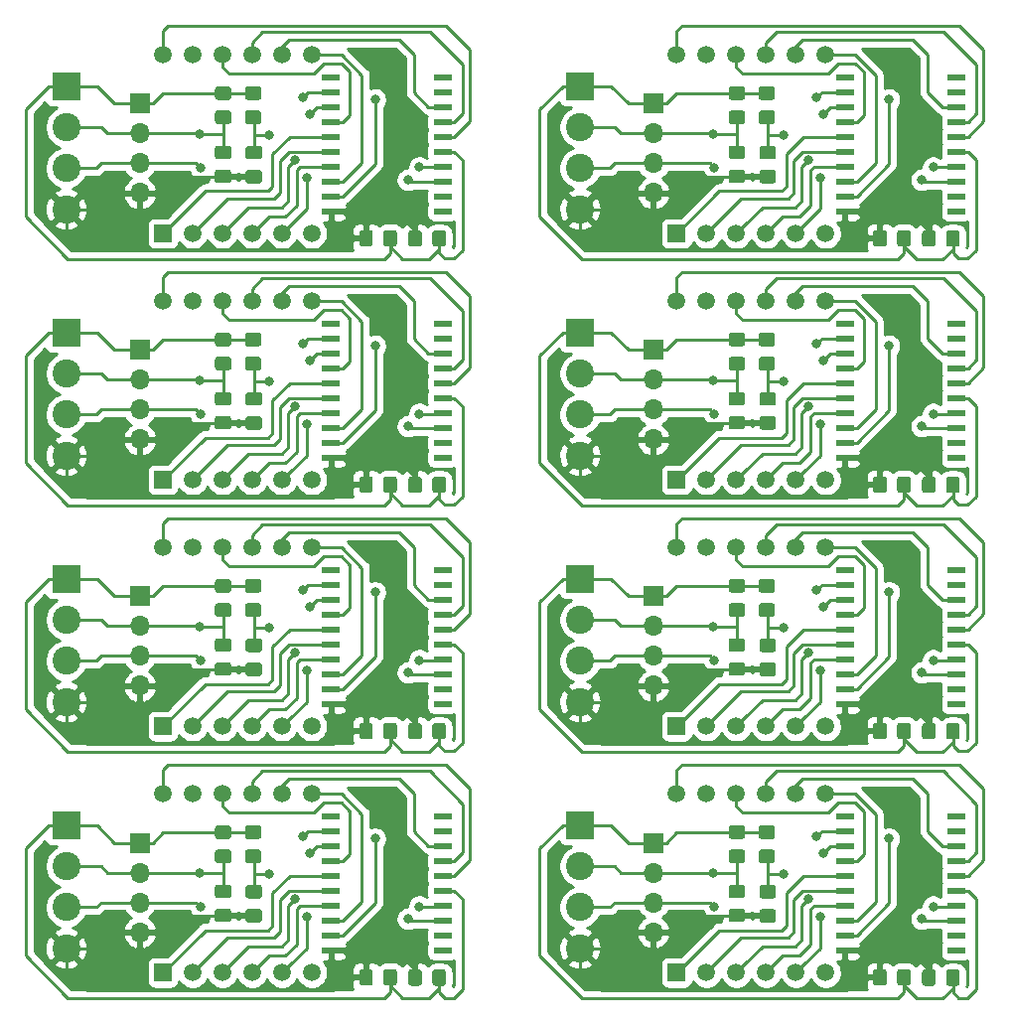
<source format=gbr>
G04 #@! TF.GenerationSoftware,KiCad,Pcbnew,5.1.5+dfsg1-2build2*
G04 #@! TF.CreationDate,2021-11-16T17:04:45-05:00*
G04 #@! TF.ProjectId,,58585858-5858-4585-9858-585858585858,rev?*
G04 #@! TF.SameCoordinates,Original*
G04 #@! TF.FileFunction,Copper,L2,Bot*
G04 #@! TF.FilePolarity,Positive*
%FSLAX46Y46*%
G04 Gerber Fmt 4.6, Leading zero omitted, Abs format (unit mm)*
G04 Created by KiCad (PCBNEW 5.1.5+dfsg1-2build2) date 2021-11-16 17:04:45*
%MOMM*%
%LPD*%
G04 APERTURE LIST*
%ADD10R,1.700000X1.700000*%
%ADD11O,1.700000X1.700000*%
%ADD12R,1.500000X0.600000*%
%ADD13R,1.500000X1.500000*%
%ADD14C,1.500000*%
%ADD15R,2.400000X2.400000*%
%ADD16C,2.400000*%
%ADD17C,0.100000*%
%ADD18C,0.800000*%
%ADD19C,0.250000*%
%ADD20C,0.254000*%
G04 APERTURE END LIST*
D10*
X148054300Y-115603400D03*
D11*
X148054300Y-118143400D03*
X148054300Y-120683400D03*
X148054300Y-123223400D03*
D10*
X104254300Y-115603400D03*
D11*
X104254300Y-118143400D03*
X104254300Y-120683400D03*
X104254300Y-123223400D03*
D10*
X148054300Y-94603400D03*
D11*
X148054300Y-97143400D03*
X148054300Y-99683400D03*
X148054300Y-102223400D03*
D10*
X104254300Y-94603400D03*
D11*
X104254300Y-97143400D03*
X104254300Y-99683400D03*
X104254300Y-102223400D03*
D10*
X148054300Y-73603400D03*
D11*
X148054300Y-76143400D03*
X148054300Y-78683400D03*
X148054300Y-81223400D03*
D10*
X104254300Y-73603400D03*
D11*
X104254300Y-76143400D03*
X104254300Y-78683400D03*
X104254300Y-81223400D03*
D10*
X148054300Y-52603400D03*
D11*
X148054300Y-55143400D03*
X148054300Y-57683400D03*
X148054300Y-60223400D03*
D12*
X164386300Y-118418500D03*
X164386300Y-119688500D03*
X164386300Y-120958500D03*
X164386300Y-122228500D03*
X164386300Y-123498500D03*
X164386300Y-124768500D03*
X164386300Y-117148500D03*
X164386300Y-115878500D03*
X164386300Y-114608500D03*
X164386300Y-113338500D03*
X173886300Y-113338500D03*
X173886300Y-114608500D03*
X173886300Y-115878500D03*
X173886300Y-117148500D03*
X173886300Y-118418500D03*
X173886300Y-119688500D03*
X173886300Y-120958500D03*
X173886300Y-122228500D03*
X173886300Y-123498500D03*
X173886300Y-124768500D03*
X120586300Y-118418500D03*
X120586300Y-119688500D03*
X120586300Y-120958500D03*
X120586300Y-122228500D03*
X120586300Y-123498500D03*
X120586300Y-124768500D03*
X120586300Y-117148500D03*
X120586300Y-115878500D03*
X120586300Y-114608500D03*
X120586300Y-113338500D03*
X130086300Y-113338500D03*
X130086300Y-114608500D03*
X130086300Y-115878500D03*
X130086300Y-117148500D03*
X130086300Y-118418500D03*
X130086300Y-119688500D03*
X130086300Y-120958500D03*
X130086300Y-122228500D03*
X130086300Y-123498500D03*
X130086300Y-124768500D03*
X164386300Y-97418500D03*
X164386300Y-98688500D03*
X164386300Y-99958500D03*
X164386300Y-101228500D03*
X164386300Y-102498500D03*
X164386300Y-103768500D03*
X164386300Y-96148500D03*
X164386300Y-94878500D03*
X164386300Y-93608500D03*
X164386300Y-92338500D03*
X173886300Y-92338500D03*
X173886300Y-93608500D03*
X173886300Y-94878500D03*
X173886300Y-96148500D03*
X173886300Y-97418500D03*
X173886300Y-98688500D03*
X173886300Y-99958500D03*
X173886300Y-101228500D03*
X173886300Y-102498500D03*
X173886300Y-103768500D03*
X120586300Y-97418500D03*
X120586300Y-98688500D03*
X120586300Y-99958500D03*
X120586300Y-101228500D03*
X120586300Y-102498500D03*
X120586300Y-103768500D03*
X120586300Y-96148500D03*
X120586300Y-94878500D03*
X120586300Y-93608500D03*
X120586300Y-92338500D03*
X130086300Y-92338500D03*
X130086300Y-93608500D03*
X130086300Y-94878500D03*
X130086300Y-96148500D03*
X130086300Y-97418500D03*
X130086300Y-98688500D03*
X130086300Y-99958500D03*
X130086300Y-101228500D03*
X130086300Y-102498500D03*
X130086300Y-103768500D03*
X164386300Y-76418500D03*
X164386300Y-77688500D03*
X164386300Y-78958500D03*
X164386300Y-80228500D03*
X164386300Y-81498500D03*
X164386300Y-82768500D03*
X164386300Y-75148500D03*
X164386300Y-73878500D03*
X164386300Y-72608500D03*
X164386300Y-71338500D03*
X173886300Y-71338500D03*
X173886300Y-72608500D03*
X173886300Y-73878500D03*
X173886300Y-75148500D03*
X173886300Y-76418500D03*
X173886300Y-77688500D03*
X173886300Y-78958500D03*
X173886300Y-80228500D03*
X173886300Y-81498500D03*
X173886300Y-82768500D03*
X120586300Y-76418500D03*
X120586300Y-77688500D03*
X120586300Y-78958500D03*
X120586300Y-80228500D03*
X120586300Y-81498500D03*
X120586300Y-82768500D03*
X120586300Y-75148500D03*
X120586300Y-73878500D03*
X120586300Y-72608500D03*
X120586300Y-71338500D03*
X130086300Y-71338500D03*
X130086300Y-72608500D03*
X130086300Y-73878500D03*
X130086300Y-75148500D03*
X130086300Y-76418500D03*
X130086300Y-77688500D03*
X130086300Y-78958500D03*
X130086300Y-80228500D03*
X130086300Y-81498500D03*
X130086300Y-82768500D03*
X164386300Y-55418500D03*
X164386300Y-56688500D03*
X164386300Y-57958500D03*
X164386300Y-59228500D03*
X164386300Y-60498500D03*
X164386300Y-61768500D03*
X164386300Y-54148500D03*
X164386300Y-52878500D03*
X164386300Y-51608500D03*
X164386300Y-50338500D03*
X173886300Y-50338500D03*
X173886300Y-51608500D03*
X173886300Y-52878500D03*
X173886300Y-54148500D03*
X173886300Y-55418500D03*
X173886300Y-56688500D03*
X173886300Y-57958500D03*
X173886300Y-59228500D03*
X173886300Y-60498500D03*
X173886300Y-61768500D03*
D13*
X150035500Y-126665100D03*
D14*
X152575500Y-126665100D03*
X155115500Y-126665100D03*
X157655500Y-126665100D03*
X160195500Y-126665100D03*
X162735500Y-126665100D03*
X162735500Y-111425100D03*
X160195500Y-111425100D03*
X157655500Y-111425100D03*
X155115500Y-111425100D03*
X152575500Y-111425100D03*
X150035500Y-111425100D03*
D13*
X106235500Y-126665100D03*
D14*
X108775500Y-126665100D03*
X111315500Y-126665100D03*
X113855500Y-126665100D03*
X116395500Y-126665100D03*
X118935500Y-126665100D03*
X118935500Y-111425100D03*
X116395500Y-111425100D03*
X113855500Y-111425100D03*
X111315500Y-111425100D03*
X108775500Y-111425100D03*
X106235500Y-111425100D03*
D13*
X150035500Y-105665100D03*
D14*
X152575500Y-105665100D03*
X155115500Y-105665100D03*
X157655500Y-105665100D03*
X160195500Y-105665100D03*
X162735500Y-105665100D03*
X162735500Y-90425100D03*
X160195500Y-90425100D03*
X157655500Y-90425100D03*
X155115500Y-90425100D03*
X152575500Y-90425100D03*
X150035500Y-90425100D03*
D13*
X106235500Y-105665100D03*
D14*
X108775500Y-105665100D03*
X111315500Y-105665100D03*
X113855500Y-105665100D03*
X116395500Y-105665100D03*
X118935500Y-105665100D03*
X118935500Y-90425100D03*
X116395500Y-90425100D03*
X113855500Y-90425100D03*
X111315500Y-90425100D03*
X108775500Y-90425100D03*
X106235500Y-90425100D03*
D13*
X150035500Y-84665100D03*
D14*
X152575500Y-84665100D03*
X155115500Y-84665100D03*
X157655500Y-84665100D03*
X160195500Y-84665100D03*
X162735500Y-84665100D03*
X162735500Y-69425100D03*
X160195500Y-69425100D03*
X157655500Y-69425100D03*
X155115500Y-69425100D03*
X152575500Y-69425100D03*
X150035500Y-69425100D03*
D13*
X106235500Y-84665100D03*
D14*
X108775500Y-84665100D03*
X111315500Y-84665100D03*
X113855500Y-84665100D03*
X116395500Y-84665100D03*
X118935500Y-84665100D03*
X118935500Y-69425100D03*
X116395500Y-69425100D03*
X113855500Y-69425100D03*
X111315500Y-69425100D03*
X108775500Y-69425100D03*
X106235500Y-69425100D03*
D13*
X150035500Y-63665100D03*
D14*
X152575500Y-63665100D03*
X155115500Y-63665100D03*
X157655500Y-63665100D03*
X160195500Y-63665100D03*
X162735500Y-63665100D03*
X162735500Y-48425100D03*
X160195500Y-48425100D03*
X157655500Y-48425100D03*
X155115500Y-48425100D03*
X152575500Y-48425100D03*
X150035500Y-48425100D03*
D15*
X141793200Y-114092100D03*
D16*
X141793200Y-117592100D03*
X141793200Y-121092100D03*
X141793200Y-124592100D03*
D15*
X97993200Y-114092100D03*
D16*
X97993200Y-117592100D03*
X97993200Y-121092100D03*
X97993200Y-124592100D03*
D15*
X141793200Y-93092100D03*
D16*
X141793200Y-96592100D03*
X141793200Y-100092100D03*
X141793200Y-103592100D03*
D15*
X97993200Y-93092100D03*
D16*
X97993200Y-96592100D03*
X97993200Y-100092100D03*
X97993200Y-103592100D03*
D15*
X141793200Y-72092100D03*
D16*
X141793200Y-75592100D03*
X141793200Y-79092100D03*
X141793200Y-82592100D03*
D15*
X97993200Y-72092100D03*
D16*
X97993200Y-75592100D03*
X97993200Y-79092100D03*
X97993200Y-82592100D03*
D15*
X141793200Y-51092100D03*
D16*
X141793200Y-54592100D03*
X141793200Y-58092100D03*
X141793200Y-61592100D03*
G04 #@! TA.AperFunction,SMDPad,CuDef*
D17*
G36*
X155653505Y-114131604D02*
G01*
X155677773Y-114135204D01*
X155701572Y-114141165D01*
X155724671Y-114149430D01*
X155746850Y-114159920D01*
X155767893Y-114172532D01*
X155787599Y-114187147D01*
X155805777Y-114203623D01*
X155822253Y-114221801D01*
X155836868Y-114241507D01*
X155849480Y-114262550D01*
X155859970Y-114284729D01*
X155868235Y-114307828D01*
X155874196Y-114331627D01*
X155877796Y-114355895D01*
X155879000Y-114380399D01*
X155879000Y-115030401D01*
X155877796Y-115054905D01*
X155874196Y-115079173D01*
X155868235Y-115102972D01*
X155859970Y-115126071D01*
X155849480Y-115148250D01*
X155836868Y-115169293D01*
X155822253Y-115188999D01*
X155805777Y-115207177D01*
X155787599Y-115223653D01*
X155767893Y-115238268D01*
X155746850Y-115250880D01*
X155724671Y-115261370D01*
X155701572Y-115269635D01*
X155677773Y-115275596D01*
X155653505Y-115279196D01*
X155629001Y-115280400D01*
X154728999Y-115280400D01*
X154704495Y-115279196D01*
X154680227Y-115275596D01*
X154656428Y-115269635D01*
X154633329Y-115261370D01*
X154611150Y-115250880D01*
X154590107Y-115238268D01*
X154570401Y-115223653D01*
X154552223Y-115207177D01*
X154535747Y-115188999D01*
X154521132Y-115169293D01*
X154508520Y-115148250D01*
X154498030Y-115126071D01*
X154489765Y-115102972D01*
X154483804Y-115079173D01*
X154480204Y-115054905D01*
X154479000Y-115030401D01*
X154479000Y-114380399D01*
X154480204Y-114355895D01*
X154483804Y-114331627D01*
X154489765Y-114307828D01*
X154498030Y-114284729D01*
X154508520Y-114262550D01*
X154521132Y-114241507D01*
X154535747Y-114221801D01*
X154552223Y-114203623D01*
X154570401Y-114187147D01*
X154590107Y-114172532D01*
X154611150Y-114159920D01*
X154633329Y-114149430D01*
X154656428Y-114141165D01*
X154680227Y-114135204D01*
X154704495Y-114131604D01*
X154728999Y-114130400D01*
X155629001Y-114130400D01*
X155653505Y-114131604D01*
G37*
G04 #@! TD.AperFunction*
G04 #@! TA.AperFunction,SMDPad,CuDef*
G36*
X155653505Y-116181604D02*
G01*
X155677773Y-116185204D01*
X155701572Y-116191165D01*
X155724671Y-116199430D01*
X155746850Y-116209920D01*
X155767893Y-116222532D01*
X155787599Y-116237147D01*
X155805777Y-116253623D01*
X155822253Y-116271801D01*
X155836868Y-116291507D01*
X155849480Y-116312550D01*
X155859970Y-116334729D01*
X155868235Y-116357828D01*
X155874196Y-116381627D01*
X155877796Y-116405895D01*
X155879000Y-116430399D01*
X155879000Y-117080401D01*
X155877796Y-117104905D01*
X155874196Y-117129173D01*
X155868235Y-117152972D01*
X155859970Y-117176071D01*
X155849480Y-117198250D01*
X155836868Y-117219293D01*
X155822253Y-117238999D01*
X155805777Y-117257177D01*
X155787599Y-117273653D01*
X155767893Y-117288268D01*
X155746850Y-117300880D01*
X155724671Y-117311370D01*
X155701572Y-117319635D01*
X155677773Y-117325596D01*
X155653505Y-117329196D01*
X155629001Y-117330400D01*
X154728999Y-117330400D01*
X154704495Y-117329196D01*
X154680227Y-117325596D01*
X154656428Y-117319635D01*
X154633329Y-117311370D01*
X154611150Y-117300880D01*
X154590107Y-117288268D01*
X154570401Y-117273653D01*
X154552223Y-117257177D01*
X154535747Y-117238999D01*
X154521132Y-117219293D01*
X154508520Y-117198250D01*
X154498030Y-117176071D01*
X154489765Y-117152972D01*
X154483804Y-117129173D01*
X154480204Y-117104905D01*
X154479000Y-117080401D01*
X154479000Y-116430399D01*
X154480204Y-116405895D01*
X154483804Y-116381627D01*
X154489765Y-116357828D01*
X154498030Y-116334729D01*
X154508520Y-116312550D01*
X154521132Y-116291507D01*
X154535747Y-116271801D01*
X154552223Y-116253623D01*
X154570401Y-116237147D01*
X154590107Y-116222532D01*
X154611150Y-116209920D01*
X154633329Y-116199430D01*
X154656428Y-116191165D01*
X154680227Y-116185204D01*
X154704495Y-116181604D01*
X154728999Y-116180400D01*
X155629001Y-116180400D01*
X155653505Y-116181604D01*
G37*
G04 #@! TD.AperFunction*
G04 #@! TA.AperFunction,SMDPad,CuDef*
G36*
X111853505Y-114131604D02*
G01*
X111877773Y-114135204D01*
X111901572Y-114141165D01*
X111924671Y-114149430D01*
X111946850Y-114159920D01*
X111967893Y-114172532D01*
X111987599Y-114187147D01*
X112005777Y-114203623D01*
X112022253Y-114221801D01*
X112036868Y-114241507D01*
X112049480Y-114262550D01*
X112059970Y-114284729D01*
X112068235Y-114307828D01*
X112074196Y-114331627D01*
X112077796Y-114355895D01*
X112079000Y-114380399D01*
X112079000Y-115030401D01*
X112077796Y-115054905D01*
X112074196Y-115079173D01*
X112068235Y-115102972D01*
X112059970Y-115126071D01*
X112049480Y-115148250D01*
X112036868Y-115169293D01*
X112022253Y-115188999D01*
X112005777Y-115207177D01*
X111987599Y-115223653D01*
X111967893Y-115238268D01*
X111946850Y-115250880D01*
X111924671Y-115261370D01*
X111901572Y-115269635D01*
X111877773Y-115275596D01*
X111853505Y-115279196D01*
X111829001Y-115280400D01*
X110928999Y-115280400D01*
X110904495Y-115279196D01*
X110880227Y-115275596D01*
X110856428Y-115269635D01*
X110833329Y-115261370D01*
X110811150Y-115250880D01*
X110790107Y-115238268D01*
X110770401Y-115223653D01*
X110752223Y-115207177D01*
X110735747Y-115188999D01*
X110721132Y-115169293D01*
X110708520Y-115148250D01*
X110698030Y-115126071D01*
X110689765Y-115102972D01*
X110683804Y-115079173D01*
X110680204Y-115054905D01*
X110679000Y-115030401D01*
X110679000Y-114380399D01*
X110680204Y-114355895D01*
X110683804Y-114331627D01*
X110689765Y-114307828D01*
X110698030Y-114284729D01*
X110708520Y-114262550D01*
X110721132Y-114241507D01*
X110735747Y-114221801D01*
X110752223Y-114203623D01*
X110770401Y-114187147D01*
X110790107Y-114172532D01*
X110811150Y-114159920D01*
X110833329Y-114149430D01*
X110856428Y-114141165D01*
X110880227Y-114135204D01*
X110904495Y-114131604D01*
X110928999Y-114130400D01*
X111829001Y-114130400D01*
X111853505Y-114131604D01*
G37*
G04 #@! TD.AperFunction*
G04 #@! TA.AperFunction,SMDPad,CuDef*
G36*
X111853505Y-116181604D02*
G01*
X111877773Y-116185204D01*
X111901572Y-116191165D01*
X111924671Y-116199430D01*
X111946850Y-116209920D01*
X111967893Y-116222532D01*
X111987599Y-116237147D01*
X112005777Y-116253623D01*
X112022253Y-116271801D01*
X112036868Y-116291507D01*
X112049480Y-116312550D01*
X112059970Y-116334729D01*
X112068235Y-116357828D01*
X112074196Y-116381627D01*
X112077796Y-116405895D01*
X112079000Y-116430399D01*
X112079000Y-117080401D01*
X112077796Y-117104905D01*
X112074196Y-117129173D01*
X112068235Y-117152972D01*
X112059970Y-117176071D01*
X112049480Y-117198250D01*
X112036868Y-117219293D01*
X112022253Y-117238999D01*
X112005777Y-117257177D01*
X111987599Y-117273653D01*
X111967893Y-117288268D01*
X111946850Y-117300880D01*
X111924671Y-117311370D01*
X111901572Y-117319635D01*
X111877773Y-117325596D01*
X111853505Y-117329196D01*
X111829001Y-117330400D01*
X110928999Y-117330400D01*
X110904495Y-117329196D01*
X110880227Y-117325596D01*
X110856428Y-117319635D01*
X110833329Y-117311370D01*
X110811150Y-117300880D01*
X110790107Y-117288268D01*
X110770401Y-117273653D01*
X110752223Y-117257177D01*
X110735747Y-117238999D01*
X110721132Y-117219293D01*
X110708520Y-117198250D01*
X110698030Y-117176071D01*
X110689765Y-117152972D01*
X110683804Y-117129173D01*
X110680204Y-117104905D01*
X110679000Y-117080401D01*
X110679000Y-116430399D01*
X110680204Y-116405895D01*
X110683804Y-116381627D01*
X110689765Y-116357828D01*
X110698030Y-116334729D01*
X110708520Y-116312550D01*
X110721132Y-116291507D01*
X110735747Y-116271801D01*
X110752223Y-116253623D01*
X110770401Y-116237147D01*
X110790107Y-116222532D01*
X110811150Y-116209920D01*
X110833329Y-116199430D01*
X110856428Y-116191165D01*
X110880227Y-116185204D01*
X110904495Y-116181604D01*
X110928999Y-116180400D01*
X111829001Y-116180400D01*
X111853505Y-116181604D01*
G37*
G04 #@! TD.AperFunction*
G04 #@! TA.AperFunction,SMDPad,CuDef*
G36*
X155653505Y-93131604D02*
G01*
X155677773Y-93135204D01*
X155701572Y-93141165D01*
X155724671Y-93149430D01*
X155746850Y-93159920D01*
X155767893Y-93172532D01*
X155787599Y-93187147D01*
X155805777Y-93203623D01*
X155822253Y-93221801D01*
X155836868Y-93241507D01*
X155849480Y-93262550D01*
X155859970Y-93284729D01*
X155868235Y-93307828D01*
X155874196Y-93331627D01*
X155877796Y-93355895D01*
X155879000Y-93380399D01*
X155879000Y-94030401D01*
X155877796Y-94054905D01*
X155874196Y-94079173D01*
X155868235Y-94102972D01*
X155859970Y-94126071D01*
X155849480Y-94148250D01*
X155836868Y-94169293D01*
X155822253Y-94188999D01*
X155805777Y-94207177D01*
X155787599Y-94223653D01*
X155767893Y-94238268D01*
X155746850Y-94250880D01*
X155724671Y-94261370D01*
X155701572Y-94269635D01*
X155677773Y-94275596D01*
X155653505Y-94279196D01*
X155629001Y-94280400D01*
X154728999Y-94280400D01*
X154704495Y-94279196D01*
X154680227Y-94275596D01*
X154656428Y-94269635D01*
X154633329Y-94261370D01*
X154611150Y-94250880D01*
X154590107Y-94238268D01*
X154570401Y-94223653D01*
X154552223Y-94207177D01*
X154535747Y-94188999D01*
X154521132Y-94169293D01*
X154508520Y-94148250D01*
X154498030Y-94126071D01*
X154489765Y-94102972D01*
X154483804Y-94079173D01*
X154480204Y-94054905D01*
X154479000Y-94030401D01*
X154479000Y-93380399D01*
X154480204Y-93355895D01*
X154483804Y-93331627D01*
X154489765Y-93307828D01*
X154498030Y-93284729D01*
X154508520Y-93262550D01*
X154521132Y-93241507D01*
X154535747Y-93221801D01*
X154552223Y-93203623D01*
X154570401Y-93187147D01*
X154590107Y-93172532D01*
X154611150Y-93159920D01*
X154633329Y-93149430D01*
X154656428Y-93141165D01*
X154680227Y-93135204D01*
X154704495Y-93131604D01*
X154728999Y-93130400D01*
X155629001Y-93130400D01*
X155653505Y-93131604D01*
G37*
G04 #@! TD.AperFunction*
G04 #@! TA.AperFunction,SMDPad,CuDef*
G36*
X155653505Y-95181604D02*
G01*
X155677773Y-95185204D01*
X155701572Y-95191165D01*
X155724671Y-95199430D01*
X155746850Y-95209920D01*
X155767893Y-95222532D01*
X155787599Y-95237147D01*
X155805777Y-95253623D01*
X155822253Y-95271801D01*
X155836868Y-95291507D01*
X155849480Y-95312550D01*
X155859970Y-95334729D01*
X155868235Y-95357828D01*
X155874196Y-95381627D01*
X155877796Y-95405895D01*
X155879000Y-95430399D01*
X155879000Y-96080401D01*
X155877796Y-96104905D01*
X155874196Y-96129173D01*
X155868235Y-96152972D01*
X155859970Y-96176071D01*
X155849480Y-96198250D01*
X155836868Y-96219293D01*
X155822253Y-96238999D01*
X155805777Y-96257177D01*
X155787599Y-96273653D01*
X155767893Y-96288268D01*
X155746850Y-96300880D01*
X155724671Y-96311370D01*
X155701572Y-96319635D01*
X155677773Y-96325596D01*
X155653505Y-96329196D01*
X155629001Y-96330400D01*
X154728999Y-96330400D01*
X154704495Y-96329196D01*
X154680227Y-96325596D01*
X154656428Y-96319635D01*
X154633329Y-96311370D01*
X154611150Y-96300880D01*
X154590107Y-96288268D01*
X154570401Y-96273653D01*
X154552223Y-96257177D01*
X154535747Y-96238999D01*
X154521132Y-96219293D01*
X154508520Y-96198250D01*
X154498030Y-96176071D01*
X154489765Y-96152972D01*
X154483804Y-96129173D01*
X154480204Y-96104905D01*
X154479000Y-96080401D01*
X154479000Y-95430399D01*
X154480204Y-95405895D01*
X154483804Y-95381627D01*
X154489765Y-95357828D01*
X154498030Y-95334729D01*
X154508520Y-95312550D01*
X154521132Y-95291507D01*
X154535747Y-95271801D01*
X154552223Y-95253623D01*
X154570401Y-95237147D01*
X154590107Y-95222532D01*
X154611150Y-95209920D01*
X154633329Y-95199430D01*
X154656428Y-95191165D01*
X154680227Y-95185204D01*
X154704495Y-95181604D01*
X154728999Y-95180400D01*
X155629001Y-95180400D01*
X155653505Y-95181604D01*
G37*
G04 #@! TD.AperFunction*
G04 #@! TA.AperFunction,SMDPad,CuDef*
G36*
X111853505Y-93131604D02*
G01*
X111877773Y-93135204D01*
X111901572Y-93141165D01*
X111924671Y-93149430D01*
X111946850Y-93159920D01*
X111967893Y-93172532D01*
X111987599Y-93187147D01*
X112005777Y-93203623D01*
X112022253Y-93221801D01*
X112036868Y-93241507D01*
X112049480Y-93262550D01*
X112059970Y-93284729D01*
X112068235Y-93307828D01*
X112074196Y-93331627D01*
X112077796Y-93355895D01*
X112079000Y-93380399D01*
X112079000Y-94030401D01*
X112077796Y-94054905D01*
X112074196Y-94079173D01*
X112068235Y-94102972D01*
X112059970Y-94126071D01*
X112049480Y-94148250D01*
X112036868Y-94169293D01*
X112022253Y-94188999D01*
X112005777Y-94207177D01*
X111987599Y-94223653D01*
X111967893Y-94238268D01*
X111946850Y-94250880D01*
X111924671Y-94261370D01*
X111901572Y-94269635D01*
X111877773Y-94275596D01*
X111853505Y-94279196D01*
X111829001Y-94280400D01*
X110928999Y-94280400D01*
X110904495Y-94279196D01*
X110880227Y-94275596D01*
X110856428Y-94269635D01*
X110833329Y-94261370D01*
X110811150Y-94250880D01*
X110790107Y-94238268D01*
X110770401Y-94223653D01*
X110752223Y-94207177D01*
X110735747Y-94188999D01*
X110721132Y-94169293D01*
X110708520Y-94148250D01*
X110698030Y-94126071D01*
X110689765Y-94102972D01*
X110683804Y-94079173D01*
X110680204Y-94054905D01*
X110679000Y-94030401D01*
X110679000Y-93380399D01*
X110680204Y-93355895D01*
X110683804Y-93331627D01*
X110689765Y-93307828D01*
X110698030Y-93284729D01*
X110708520Y-93262550D01*
X110721132Y-93241507D01*
X110735747Y-93221801D01*
X110752223Y-93203623D01*
X110770401Y-93187147D01*
X110790107Y-93172532D01*
X110811150Y-93159920D01*
X110833329Y-93149430D01*
X110856428Y-93141165D01*
X110880227Y-93135204D01*
X110904495Y-93131604D01*
X110928999Y-93130400D01*
X111829001Y-93130400D01*
X111853505Y-93131604D01*
G37*
G04 #@! TD.AperFunction*
G04 #@! TA.AperFunction,SMDPad,CuDef*
G36*
X111853505Y-95181604D02*
G01*
X111877773Y-95185204D01*
X111901572Y-95191165D01*
X111924671Y-95199430D01*
X111946850Y-95209920D01*
X111967893Y-95222532D01*
X111987599Y-95237147D01*
X112005777Y-95253623D01*
X112022253Y-95271801D01*
X112036868Y-95291507D01*
X112049480Y-95312550D01*
X112059970Y-95334729D01*
X112068235Y-95357828D01*
X112074196Y-95381627D01*
X112077796Y-95405895D01*
X112079000Y-95430399D01*
X112079000Y-96080401D01*
X112077796Y-96104905D01*
X112074196Y-96129173D01*
X112068235Y-96152972D01*
X112059970Y-96176071D01*
X112049480Y-96198250D01*
X112036868Y-96219293D01*
X112022253Y-96238999D01*
X112005777Y-96257177D01*
X111987599Y-96273653D01*
X111967893Y-96288268D01*
X111946850Y-96300880D01*
X111924671Y-96311370D01*
X111901572Y-96319635D01*
X111877773Y-96325596D01*
X111853505Y-96329196D01*
X111829001Y-96330400D01*
X110928999Y-96330400D01*
X110904495Y-96329196D01*
X110880227Y-96325596D01*
X110856428Y-96319635D01*
X110833329Y-96311370D01*
X110811150Y-96300880D01*
X110790107Y-96288268D01*
X110770401Y-96273653D01*
X110752223Y-96257177D01*
X110735747Y-96238999D01*
X110721132Y-96219293D01*
X110708520Y-96198250D01*
X110698030Y-96176071D01*
X110689765Y-96152972D01*
X110683804Y-96129173D01*
X110680204Y-96104905D01*
X110679000Y-96080401D01*
X110679000Y-95430399D01*
X110680204Y-95405895D01*
X110683804Y-95381627D01*
X110689765Y-95357828D01*
X110698030Y-95334729D01*
X110708520Y-95312550D01*
X110721132Y-95291507D01*
X110735747Y-95271801D01*
X110752223Y-95253623D01*
X110770401Y-95237147D01*
X110790107Y-95222532D01*
X110811150Y-95209920D01*
X110833329Y-95199430D01*
X110856428Y-95191165D01*
X110880227Y-95185204D01*
X110904495Y-95181604D01*
X110928999Y-95180400D01*
X111829001Y-95180400D01*
X111853505Y-95181604D01*
G37*
G04 #@! TD.AperFunction*
G04 #@! TA.AperFunction,SMDPad,CuDef*
G36*
X155653505Y-72131604D02*
G01*
X155677773Y-72135204D01*
X155701572Y-72141165D01*
X155724671Y-72149430D01*
X155746850Y-72159920D01*
X155767893Y-72172532D01*
X155787599Y-72187147D01*
X155805777Y-72203623D01*
X155822253Y-72221801D01*
X155836868Y-72241507D01*
X155849480Y-72262550D01*
X155859970Y-72284729D01*
X155868235Y-72307828D01*
X155874196Y-72331627D01*
X155877796Y-72355895D01*
X155879000Y-72380399D01*
X155879000Y-73030401D01*
X155877796Y-73054905D01*
X155874196Y-73079173D01*
X155868235Y-73102972D01*
X155859970Y-73126071D01*
X155849480Y-73148250D01*
X155836868Y-73169293D01*
X155822253Y-73188999D01*
X155805777Y-73207177D01*
X155787599Y-73223653D01*
X155767893Y-73238268D01*
X155746850Y-73250880D01*
X155724671Y-73261370D01*
X155701572Y-73269635D01*
X155677773Y-73275596D01*
X155653505Y-73279196D01*
X155629001Y-73280400D01*
X154728999Y-73280400D01*
X154704495Y-73279196D01*
X154680227Y-73275596D01*
X154656428Y-73269635D01*
X154633329Y-73261370D01*
X154611150Y-73250880D01*
X154590107Y-73238268D01*
X154570401Y-73223653D01*
X154552223Y-73207177D01*
X154535747Y-73188999D01*
X154521132Y-73169293D01*
X154508520Y-73148250D01*
X154498030Y-73126071D01*
X154489765Y-73102972D01*
X154483804Y-73079173D01*
X154480204Y-73054905D01*
X154479000Y-73030401D01*
X154479000Y-72380399D01*
X154480204Y-72355895D01*
X154483804Y-72331627D01*
X154489765Y-72307828D01*
X154498030Y-72284729D01*
X154508520Y-72262550D01*
X154521132Y-72241507D01*
X154535747Y-72221801D01*
X154552223Y-72203623D01*
X154570401Y-72187147D01*
X154590107Y-72172532D01*
X154611150Y-72159920D01*
X154633329Y-72149430D01*
X154656428Y-72141165D01*
X154680227Y-72135204D01*
X154704495Y-72131604D01*
X154728999Y-72130400D01*
X155629001Y-72130400D01*
X155653505Y-72131604D01*
G37*
G04 #@! TD.AperFunction*
G04 #@! TA.AperFunction,SMDPad,CuDef*
G36*
X155653505Y-74181604D02*
G01*
X155677773Y-74185204D01*
X155701572Y-74191165D01*
X155724671Y-74199430D01*
X155746850Y-74209920D01*
X155767893Y-74222532D01*
X155787599Y-74237147D01*
X155805777Y-74253623D01*
X155822253Y-74271801D01*
X155836868Y-74291507D01*
X155849480Y-74312550D01*
X155859970Y-74334729D01*
X155868235Y-74357828D01*
X155874196Y-74381627D01*
X155877796Y-74405895D01*
X155879000Y-74430399D01*
X155879000Y-75080401D01*
X155877796Y-75104905D01*
X155874196Y-75129173D01*
X155868235Y-75152972D01*
X155859970Y-75176071D01*
X155849480Y-75198250D01*
X155836868Y-75219293D01*
X155822253Y-75238999D01*
X155805777Y-75257177D01*
X155787599Y-75273653D01*
X155767893Y-75288268D01*
X155746850Y-75300880D01*
X155724671Y-75311370D01*
X155701572Y-75319635D01*
X155677773Y-75325596D01*
X155653505Y-75329196D01*
X155629001Y-75330400D01*
X154728999Y-75330400D01*
X154704495Y-75329196D01*
X154680227Y-75325596D01*
X154656428Y-75319635D01*
X154633329Y-75311370D01*
X154611150Y-75300880D01*
X154590107Y-75288268D01*
X154570401Y-75273653D01*
X154552223Y-75257177D01*
X154535747Y-75238999D01*
X154521132Y-75219293D01*
X154508520Y-75198250D01*
X154498030Y-75176071D01*
X154489765Y-75152972D01*
X154483804Y-75129173D01*
X154480204Y-75104905D01*
X154479000Y-75080401D01*
X154479000Y-74430399D01*
X154480204Y-74405895D01*
X154483804Y-74381627D01*
X154489765Y-74357828D01*
X154498030Y-74334729D01*
X154508520Y-74312550D01*
X154521132Y-74291507D01*
X154535747Y-74271801D01*
X154552223Y-74253623D01*
X154570401Y-74237147D01*
X154590107Y-74222532D01*
X154611150Y-74209920D01*
X154633329Y-74199430D01*
X154656428Y-74191165D01*
X154680227Y-74185204D01*
X154704495Y-74181604D01*
X154728999Y-74180400D01*
X155629001Y-74180400D01*
X155653505Y-74181604D01*
G37*
G04 #@! TD.AperFunction*
G04 #@! TA.AperFunction,SMDPad,CuDef*
G36*
X111853505Y-72131604D02*
G01*
X111877773Y-72135204D01*
X111901572Y-72141165D01*
X111924671Y-72149430D01*
X111946850Y-72159920D01*
X111967893Y-72172532D01*
X111987599Y-72187147D01*
X112005777Y-72203623D01*
X112022253Y-72221801D01*
X112036868Y-72241507D01*
X112049480Y-72262550D01*
X112059970Y-72284729D01*
X112068235Y-72307828D01*
X112074196Y-72331627D01*
X112077796Y-72355895D01*
X112079000Y-72380399D01*
X112079000Y-73030401D01*
X112077796Y-73054905D01*
X112074196Y-73079173D01*
X112068235Y-73102972D01*
X112059970Y-73126071D01*
X112049480Y-73148250D01*
X112036868Y-73169293D01*
X112022253Y-73188999D01*
X112005777Y-73207177D01*
X111987599Y-73223653D01*
X111967893Y-73238268D01*
X111946850Y-73250880D01*
X111924671Y-73261370D01*
X111901572Y-73269635D01*
X111877773Y-73275596D01*
X111853505Y-73279196D01*
X111829001Y-73280400D01*
X110928999Y-73280400D01*
X110904495Y-73279196D01*
X110880227Y-73275596D01*
X110856428Y-73269635D01*
X110833329Y-73261370D01*
X110811150Y-73250880D01*
X110790107Y-73238268D01*
X110770401Y-73223653D01*
X110752223Y-73207177D01*
X110735747Y-73188999D01*
X110721132Y-73169293D01*
X110708520Y-73148250D01*
X110698030Y-73126071D01*
X110689765Y-73102972D01*
X110683804Y-73079173D01*
X110680204Y-73054905D01*
X110679000Y-73030401D01*
X110679000Y-72380399D01*
X110680204Y-72355895D01*
X110683804Y-72331627D01*
X110689765Y-72307828D01*
X110698030Y-72284729D01*
X110708520Y-72262550D01*
X110721132Y-72241507D01*
X110735747Y-72221801D01*
X110752223Y-72203623D01*
X110770401Y-72187147D01*
X110790107Y-72172532D01*
X110811150Y-72159920D01*
X110833329Y-72149430D01*
X110856428Y-72141165D01*
X110880227Y-72135204D01*
X110904495Y-72131604D01*
X110928999Y-72130400D01*
X111829001Y-72130400D01*
X111853505Y-72131604D01*
G37*
G04 #@! TD.AperFunction*
G04 #@! TA.AperFunction,SMDPad,CuDef*
G36*
X111853505Y-74181604D02*
G01*
X111877773Y-74185204D01*
X111901572Y-74191165D01*
X111924671Y-74199430D01*
X111946850Y-74209920D01*
X111967893Y-74222532D01*
X111987599Y-74237147D01*
X112005777Y-74253623D01*
X112022253Y-74271801D01*
X112036868Y-74291507D01*
X112049480Y-74312550D01*
X112059970Y-74334729D01*
X112068235Y-74357828D01*
X112074196Y-74381627D01*
X112077796Y-74405895D01*
X112079000Y-74430399D01*
X112079000Y-75080401D01*
X112077796Y-75104905D01*
X112074196Y-75129173D01*
X112068235Y-75152972D01*
X112059970Y-75176071D01*
X112049480Y-75198250D01*
X112036868Y-75219293D01*
X112022253Y-75238999D01*
X112005777Y-75257177D01*
X111987599Y-75273653D01*
X111967893Y-75288268D01*
X111946850Y-75300880D01*
X111924671Y-75311370D01*
X111901572Y-75319635D01*
X111877773Y-75325596D01*
X111853505Y-75329196D01*
X111829001Y-75330400D01*
X110928999Y-75330400D01*
X110904495Y-75329196D01*
X110880227Y-75325596D01*
X110856428Y-75319635D01*
X110833329Y-75311370D01*
X110811150Y-75300880D01*
X110790107Y-75288268D01*
X110770401Y-75273653D01*
X110752223Y-75257177D01*
X110735747Y-75238999D01*
X110721132Y-75219293D01*
X110708520Y-75198250D01*
X110698030Y-75176071D01*
X110689765Y-75152972D01*
X110683804Y-75129173D01*
X110680204Y-75104905D01*
X110679000Y-75080401D01*
X110679000Y-74430399D01*
X110680204Y-74405895D01*
X110683804Y-74381627D01*
X110689765Y-74357828D01*
X110698030Y-74334729D01*
X110708520Y-74312550D01*
X110721132Y-74291507D01*
X110735747Y-74271801D01*
X110752223Y-74253623D01*
X110770401Y-74237147D01*
X110790107Y-74222532D01*
X110811150Y-74209920D01*
X110833329Y-74199430D01*
X110856428Y-74191165D01*
X110880227Y-74185204D01*
X110904495Y-74181604D01*
X110928999Y-74180400D01*
X111829001Y-74180400D01*
X111853505Y-74181604D01*
G37*
G04 #@! TD.AperFunction*
G04 #@! TA.AperFunction,SMDPad,CuDef*
G36*
X155653505Y-51131604D02*
G01*
X155677773Y-51135204D01*
X155701572Y-51141165D01*
X155724671Y-51149430D01*
X155746850Y-51159920D01*
X155767893Y-51172532D01*
X155787599Y-51187147D01*
X155805777Y-51203623D01*
X155822253Y-51221801D01*
X155836868Y-51241507D01*
X155849480Y-51262550D01*
X155859970Y-51284729D01*
X155868235Y-51307828D01*
X155874196Y-51331627D01*
X155877796Y-51355895D01*
X155879000Y-51380399D01*
X155879000Y-52030401D01*
X155877796Y-52054905D01*
X155874196Y-52079173D01*
X155868235Y-52102972D01*
X155859970Y-52126071D01*
X155849480Y-52148250D01*
X155836868Y-52169293D01*
X155822253Y-52188999D01*
X155805777Y-52207177D01*
X155787599Y-52223653D01*
X155767893Y-52238268D01*
X155746850Y-52250880D01*
X155724671Y-52261370D01*
X155701572Y-52269635D01*
X155677773Y-52275596D01*
X155653505Y-52279196D01*
X155629001Y-52280400D01*
X154728999Y-52280400D01*
X154704495Y-52279196D01*
X154680227Y-52275596D01*
X154656428Y-52269635D01*
X154633329Y-52261370D01*
X154611150Y-52250880D01*
X154590107Y-52238268D01*
X154570401Y-52223653D01*
X154552223Y-52207177D01*
X154535747Y-52188999D01*
X154521132Y-52169293D01*
X154508520Y-52148250D01*
X154498030Y-52126071D01*
X154489765Y-52102972D01*
X154483804Y-52079173D01*
X154480204Y-52054905D01*
X154479000Y-52030401D01*
X154479000Y-51380399D01*
X154480204Y-51355895D01*
X154483804Y-51331627D01*
X154489765Y-51307828D01*
X154498030Y-51284729D01*
X154508520Y-51262550D01*
X154521132Y-51241507D01*
X154535747Y-51221801D01*
X154552223Y-51203623D01*
X154570401Y-51187147D01*
X154590107Y-51172532D01*
X154611150Y-51159920D01*
X154633329Y-51149430D01*
X154656428Y-51141165D01*
X154680227Y-51135204D01*
X154704495Y-51131604D01*
X154728999Y-51130400D01*
X155629001Y-51130400D01*
X155653505Y-51131604D01*
G37*
G04 #@! TD.AperFunction*
G04 #@! TA.AperFunction,SMDPad,CuDef*
G36*
X155653505Y-53181604D02*
G01*
X155677773Y-53185204D01*
X155701572Y-53191165D01*
X155724671Y-53199430D01*
X155746850Y-53209920D01*
X155767893Y-53222532D01*
X155787599Y-53237147D01*
X155805777Y-53253623D01*
X155822253Y-53271801D01*
X155836868Y-53291507D01*
X155849480Y-53312550D01*
X155859970Y-53334729D01*
X155868235Y-53357828D01*
X155874196Y-53381627D01*
X155877796Y-53405895D01*
X155879000Y-53430399D01*
X155879000Y-54080401D01*
X155877796Y-54104905D01*
X155874196Y-54129173D01*
X155868235Y-54152972D01*
X155859970Y-54176071D01*
X155849480Y-54198250D01*
X155836868Y-54219293D01*
X155822253Y-54238999D01*
X155805777Y-54257177D01*
X155787599Y-54273653D01*
X155767893Y-54288268D01*
X155746850Y-54300880D01*
X155724671Y-54311370D01*
X155701572Y-54319635D01*
X155677773Y-54325596D01*
X155653505Y-54329196D01*
X155629001Y-54330400D01*
X154728999Y-54330400D01*
X154704495Y-54329196D01*
X154680227Y-54325596D01*
X154656428Y-54319635D01*
X154633329Y-54311370D01*
X154611150Y-54300880D01*
X154590107Y-54288268D01*
X154570401Y-54273653D01*
X154552223Y-54257177D01*
X154535747Y-54238999D01*
X154521132Y-54219293D01*
X154508520Y-54198250D01*
X154498030Y-54176071D01*
X154489765Y-54152972D01*
X154483804Y-54129173D01*
X154480204Y-54104905D01*
X154479000Y-54080401D01*
X154479000Y-53430399D01*
X154480204Y-53405895D01*
X154483804Y-53381627D01*
X154489765Y-53357828D01*
X154498030Y-53334729D01*
X154508520Y-53312550D01*
X154521132Y-53291507D01*
X154535747Y-53271801D01*
X154552223Y-53253623D01*
X154570401Y-53237147D01*
X154590107Y-53222532D01*
X154611150Y-53209920D01*
X154633329Y-53199430D01*
X154656428Y-53191165D01*
X154680227Y-53185204D01*
X154704495Y-53181604D01*
X154728999Y-53180400D01*
X155629001Y-53180400D01*
X155653505Y-53181604D01*
G37*
G04 #@! TD.AperFunction*
G04 #@! TA.AperFunction,SMDPad,CuDef*
G36*
X158206205Y-114131604D02*
G01*
X158230473Y-114135204D01*
X158254272Y-114141165D01*
X158277371Y-114149430D01*
X158299550Y-114159920D01*
X158320593Y-114172532D01*
X158340299Y-114187147D01*
X158358477Y-114203623D01*
X158374953Y-114221801D01*
X158389568Y-114241507D01*
X158402180Y-114262550D01*
X158412670Y-114284729D01*
X158420935Y-114307828D01*
X158426896Y-114331627D01*
X158430496Y-114355895D01*
X158431700Y-114380399D01*
X158431700Y-115030401D01*
X158430496Y-115054905D01*
X158426896Y-115079173D01*
X158420935Y-115102972D01*
X158412670Y-115126071D01*
X158402180Y-115148250D01*
X158389568Y-115169293D01*
X158374953Y-115188999D01*
X158358477Y-115207177D01*
X158340299Y-115223653D01*
X158320593Y-115238268D01*
X158299550Y-115250880D01*
X158277371Y-115261370D01*
X158254272Y-115269635D01*
X158230473Y-115275596D01*
X158206205Y-115279196D01*
X158181701Y-115280400D01*
X157281699Y-115280400D01*
X157257195Y-115279196D01*
X157232927Y-115275596D01*
X157209128Y-115269635D01*
X157186029Y-115261370D01*
X157163850Y-115250880D01*
X157142807Y-115238268D01*
X157123101Y-115223653D01*
X157104923Y-115207177D01*
X157088447Y-115188999D01*
X157073832Y-115169293D01*
X157061220Y-115148250D01*
X157050730Y-115126071D01*
X157042465Y-115102972D01*
X157036504Y-115079173D01*
X157032904Y-115054905D01*
X157031700Y-115030401D01*
X157031700Y-114380399D01*
X157032904Y-114355895D01*
X157036504Y-114331627D01*
X157042465Y-114307828D01*
X157050730Y-114284729D01*
X157061220Y-114262550D01*
X157073832Y-114241507D01*
X157088447Y-114221801D01*
X157104923Y-114203623D01*
X157123101Y-114187147D01*
X157142807Y-114172532D01*
X157163850Y-114159920D01*
X157186029Y-114149430D01*
X157209128Y-114141165D01*
X157232927Y-114135204D01*
X157257195Y-114131604D01*
X157281699Y-114130400D01*
X158181701Y-114130400D01*
X158206205Y-114131604D01*
G37*
G04 #@! TD.AperFunction*
G04 #@! TA.AperFunction,SMDPad,CuDef*
G36*
X158206205Y-116181604D02*
G01*
X158230473Y-116185204D01*
X158254272Y-116191165D01*
X158277371Y-116199430D01*
X158299550Y-116209920D01*
X158320593Y-116222532D01*
X158340299Y-116237147D01*
X158358477Y-116253623D01*
X158374953Y-116271801D01*
X158389568Y-116291507D01*
X158402180Y-116312550D01*
X158412670Y-116334729D01*
X158420935Y-116357828D01*
X158426896Y-116381627D01*
X158430496Y-116405895D01*
X158431700Y-116430399D01*
X158431700Y-117080401D01*
X158430496Y-117104905D01*
X158426896Y-117129173D01*
X158420935Y-117152972D01*
X158412670Y-117176071D01*
X158402180Y-117198250D01*
X158389568Y-117219293D01*
X158374953Y-117238999D01*
X158358477Y-117257177D01*
X158340299Y-117273653D01*
X158320593Y-117288268D01*
X158299550Y-117300880D01*
X158277371Y-117311370D01*
X158254272Y-117319635D01*
X158230473Y-117325596D01*
X158206205Y-117329196D01*
X158181701Y-117330400D01*
X157281699Y-117330400D01*
X157257195Y-117329196D01*
X157232927Y-117325596D01*
X157209128Y-117319635D01*
X157186029Y-117311370D01*
X157163850Y-117300880D01*
X157142807Y-117288268D01*
X157123101Y-117273653D01*
X157104923Y-117257177D01*
X157088447Y-117238999D01*
X157073832Y-117219293D01*
X157061220Y-117198250D01*
X157050730Y-117176071D01*
X157042465Y-117152972D01*
X157036504Y-117129173D01*
X157032904Y-117104905D01*
X157031700Y-117080401D01*
X157031700Y-116430399D01*
X157032904Y-116405895D01*
X157036504Y-116381627D01*
X157042465Y-116357828D01*
X157050730Y-116334729D01*
X157061220Y-116312550D01*
X157073832Y-116291507D01*
X157088447Y-116271801D01*
X157104923Y-116253623D01*
X157123101Y-116237147D01*
X157142807Y-116222532D01*
X157163850Y-116209920D01*
X157186029Y-116199430D01*
X157209128Y-116191165D01*
X157232927Y-116185204D01*
X157257195Y-116181604D01*
X157281699Y-116180400D01*
X158181701Y-116180400D01*
X158206205Y-116181604D01*
G37*
G04 #@! TD.AperFunction*
G04 #@! TA.AperFunction,SMDPad,CuDef*
G36*
X114406205Y-114131604D02*
G01*
X114430473Y-114135204D01*
X114454272Y-114141165D01*
X114477371Y-114149430D01*
X114499550Y-114159920D01*
X114520593Y-114172532D01*
X114540299Y-114187147D01*
X114558477Y-114203623D01*
X114574953Y-114221801D01*
X114589568Y-114241507D01*
X114602180Y-114262550D01*
X114612670Y-114284729D01*
X114620935Y-114307828D01*
X114626896Y-114331627D01*
X114630496Y-114355895D01*
X114631700Y-114380399D01*
X114631700Y-115030401D01*
X114630496Y-115054905D01*
X114626896Y-115079173D01*
X114620935Y-115102972D01*
X114612670Y-115126071D01*
X114602180Y-115148250D01*
X114589568Y-115169293D01*
X114574953Y-115188999D01*
X114558477Y-115207177D01*
X114540299Y-115223653D01*
X114520593Y-115238268D01*
X114499550Y-115250880D01*
X114477371Y-115261370D01*
X114454272Y-115269635D01*
X114430473Y-115275596D01*
X114406205Y-115279196D01*
X114381701Y-115280400D01*
X113481699Y-115280400D01*
X113457195Y-115279196D01*
X113432927Y-115275596D01*
X113409128Y-115269635D01*
X113386029Y-115261370D01*
X113363850Y-115250880D01*
X113342807Y-115238268D01*
X113323101Y-115223653D01*
X113304923Y-115207177D01*
X113288447Y-115188999D01*
X113273832Y-115169293D01*
X113261220Y-115148250D01*
X113250730Y-115126071D01*
X113242465Y-115102972D01*
X113236504Y-115079173D01*
X113232904Y-115054905D01*
X113231700Y-115030401D01*
X113231700Y-114380399D01*
X113232904Y-114355895D01*
X113236504Y-114331627D01*
X113242465Y-114307828D01*
X113250730Y-114284729D01*
X113261220Y-114262550D01*
X113273832Y-114241507D01*
X113288447Y-114221801D01*
X113304923Y-114203623D01*
X113323101Y-114187147D01*
X113342807Y-114172532D01*
X113363850Y-114159920D01*
X113386029Y-114149430D01*
X113409128Y-114141165D01*
X113432927Y-114135204D01*
X113457195Y-114131604D01*
X113481699Y-114130400D01*
X114381701Y-114130400D01*
X114406205Y-114131604D01*
G37*
G04 #@! TD.AperFunction*
G04 #@! TA.AperFunction,SMDPad,CuDef*
G36*
X114406205Y-116181604D02*
G01*
X114430473Y-116185204D01*
X114454272Y-116191165D01*
X114477371Y-116199430D01*
X114499550Y-116209920D01*
X114520593Y-116222532D01*
X114540299Y-116237147D01*
X114558477Y-116253623D01*
X114574953Y-116271801D01*
X114589568Y-116291507D01*
X114602180Y-116312550D01*
X114612670Y-116334729D01*
X114620935Y-116357828D01*
X114626896Y-116381627D01*
X114630496Y-116405895D01*
X114631700Y-116430399D01*
X114631700Y-117080401D01*
X114630496Y-117104905D01*
X114626896Y-117129173D01*
X114620935Y-117152972D01*
X114612670Y-117176071D01*
X114602180Y-117198250D01*
X114589568Y-117219293D01*
X114574953Y-117238999D01*
X114558477Y-117257177D01*
X114540299Y-117273653D01*
X114520593Y-117288268D01*
X114499550Y-117300880D01*
X114477371Y-117311370D01*
X114454272Y-117319635D01*
X114430473Y-117325596D01*
X114406205Y-117329196D01*
X114381701Y-117330400D01*
X113481699Y-117330400D01*
X113457195Y-117329196D01*
X113432927Y-117325596D01*
X113409128Y-117319635D01*
X113386029Y-117311370D01*
X113363850Y-117300880D01*
X113342807Y-117288268D01*
X113323101Y-117273653D01*
X113304923Y-117257177D01*
X113288447Y-117238999D01*
X113273832Y-117219293D01*
X113261220Y-117198250D01*
X113250730Y-117176071D01*
X113242465Y-117152972D01*
X113236504Y-117129173D01*
X113232904Y-117104905D01*
X113231700Y-117080401D01*
X113231700Y-116430399D01*
X113232904Y-116405895D01*
X113236504Y-116381627D01*
X113242465Y-116357828D01*
X113250730Y-116334729D01*
X113261220Y-116312550D01*
X113273832Y-116291507D01*
X113288447Y-116271801D01*
X113304923Y-116253623D01*
X113323101Y-116237147D01*
X113342807Y-116222532D01*
X113363850Y-116209920D01*
X113386029Y-116199430D01*
X113409128Y-116191165D01*
X113432927Y-116185204D01*
X113457195Y-116181604D01*
X113481699Y-116180400D01*
X114381701Y-116180400D01*
X114406205Y-116181604D01*
G37*
G04 #@! TD.AperFunction*
G04 #@! TA.AperFunction,SMDPad,CuDef*
G36*
X158206205Y-93131604D02*
G01*
X158230473Y-93135204D01*
X158254272Y-93141165D01*
X158277371Y-93149430D01*
X158299550Y-93159920D01*
X158320593Y-93172532D01*
X158340299Y-93187147D01*
X158358477Y-93203623D01*
X158374953Y-93221801D01*
X158389568Y-93241507D01*
X158402180Y-93262550D01*
X158412670Y-93284729D01*
X158420935Y-93307828D01*
X158426896Y-93331627D01*
X158430496Y-93355895D01*
X158431700Y-93380399D01*
X158431700Y-94030401D01*
X158430496Y-94054905D01*
X158426896Y-94079173D01*
X158420935Y-94102972D01*
X158412670Y-94126071D01*
X158402180Y-94148250D01*
X158389568Y-94169293D01*
X158374953Y-94188999D01*
X158358477Y-94207177D01*
X158340299Y-94223653D01*
X158320593Y-94238268D01*
X158299550Y-94250880D01*
X158277371Y-94261370D01*
X158254272Y-94269635D01*
X158230473Y-94275596D01*
X158206205Y-94279196D01*
X158181701Y-94280400D01*
X157281699Y-94280400D01*
X157257195Y-94279196D01*
X157232927Y-94275596D01*
X157209128Y-94269635D01*
X157186029Y-94261370D01*
X157163850Y-94250880D01*
X157142807Y-94238268D01*
X157123101Y-94223653D01*
X157104923Y-94207177D01*
X157088447Y-94188999D01*
X157073832Y-94169293D01*
X157061220Y-94148250D01*
X157050730Y-94126071D01*
X157042465Y-94102972D01*
X157036504Y-94079173D01*
X157032904Y-94054905D01*
X157031700Y-94030401D01*
X157031700Y-93380399D01*
X157032904Y-93355895D01*
X157036504Y-93331627D01*
X157042465Y-93307828D01*
X157050730Y-93284729D01*
X157061220Y-93262550D01*
X157073832Y-93241507D01*
X157088447Y-93221801D01*
X157104923Y-93203623D01*
X157123101Y-93187147D01*
X157142807Y-93172532D01*
X157163850Y-93159920D01*
X157186029Y-93149430D01*
X157209128Y-93141165D01*
X157232927Y-93135204D01*
X157257195Y-93131604D01*
X157281699Y-93130400D01*
X158181701Y-93130400D01*
X158206205Y-93131604D01*
G37*
G04 #@! TD.AperFunction*
G04 #@! TA.AperFunction,SMDPad,CuDef*
G36*
X158206205Y-95181604D02*
G01*
X158230473Y-95185204D01*
X158254272Y-95191165D01*
X158277371Y-95199430D01*
X158299550Y-95209920D01*
X158320593Y-95222532D01*
X158340299Y-95237147D01*
X158358477Y-95253623D01*
X158374953Y-95271801D01*
X158389568Y-95291507D01*
X158402180Y-95312550D01*
X158412670Y-95334729D01*
X158420935Y-95357828D01*
X158426896Y-95381627D01*
X158430496Y-95405895D01*
X158431700Y-95430399D01*
X158431700Y-96080401D01*
X158430496Y-96104905D01*
X158426896Y-96129173D01*
X158420935Y-96152972D01*
X158412670Y-96176071D01*
X158402180Y-96198250D01*
X158389568Y-96219293D01*
X158374953Y-96238999D01*
X158358477Y-96257177D01*
X158340299Y-96273653D01*
X158320593Y-96288268D01*
X158299550Y-96300880D01*
X158277371Y-96311370D01*
X158254272Y-96319635D01*
X158230473Y-96325596D01*
X158206205Y-96329196D01*
X158181701Y-96330400D01*
X157281699Y-96330400D01*
X157257195Y-96329196D01*
X157232927Y-96325596D01*
X157209128Y-96319635D01*
X157186029Y-96311370D01*
X157163850Y-96300880D01*
X157142807Y-96288268D01*
X157123101Y-96273653D01*
X157104923Y-96257177D01*
X157088447Y-96238999D01*
X157073832Y-96219293D01*
X157061220Y-96198250D01*
X157050730Y-96176071D01*
X157042465Y-96152972D01*
X157036504Y-96129173D01*
X157032904Y-96104905D01*
X157031700Y-96080401D01*
X157031700Y-95430399D01*
X157032904Y-95405895D01*
X157036504Y-95381627D01*
X157042465Y-95357828D01*
X157050730Y-95334729D01*
X157061220Y-95312550D01*
X157073832Y-95291507D01*
X157088447Y-95271801D01*
X157104923Y-95253623D01*
X157123101Y-95237147D01*
X157142807Y-95222532D01*
X157163850Y-95209920D01*
X157186029Y-95199430D01*
X157209128Y-95191165D01*
X157232927Y-95185204D01*
X157257195Y-95181604D01*
X157281699Y-95180400D01*
X158181701Y-95180400D01*
X158206205Y-95181604D01*
G37*
G04 #@! TD.AperFunction*
G04 #@! TA.AperFunction,SMDPad,CuDef*
G36*
X114406205Y-93131604D02*
G01*
X114430473Y-93135204D01*
X114454272Y-93141165D01*
X114477371Y-93149430D01*
X114499550Y-93159920D01*
X114520593Y-93172532D01*
X114540299Y-93187147D01*
X114558477Y-93203623D01*
X114574953Y-93221801D01*
X114589568Y-93241507D01*
X114602180Y-93262550D01*
X114612670Y-93284729D01*
X114620935Y-93307828D01*
X114626896Y-93331627D01*
X114630496Y-93355895D01*
X114631700Y-93380399D01*
X114631700Y-94030401D01*
X114630496Y-94054905D01*
X114626896Y-94079173D01*
X114620935Y-94102972D01*
X114612670Y-94126071D01*
X114602180Y-94148250D01*
X114589568Y-94169293D01*
X114574953Y-94188999D01*
X114558477Y-94207177D01*
X114540299Y-94223653D01*
X114520593Y-94238268D01*
X114499550Y-94250880D01*
X114477371Y-94261370D01*
X114454272Y-94269635D01*
X114430473Y-94275596D01*
X114406205Y-94279196D01*
X114381701Y-94280400D01*
X113481699Y-94280400D01*
X113457195Y-94279196D01*
X113432927Y-94275596D01*
X113409128Y-94269635D01*
X113386029Y-94261370D01*
X113363850Y-94250880D01*
X113342807Y-94238268D01*
X113323101Y-94223653D01*
X113304923Y-94207177D01*
X113288447Y-94188999D01*
X113273832Y-94169293D01*
X113261220Y-94148250D01*
X113250730Y-94126071D01*
X113242465Y-94102972D01*
X113236504Y-94079173D01*
X113232904Y-94054905D01*
X113231700Y-94030401D01*
X113231700Y-93380399D01*
X113232904Y-93355895D01*
X113236504Y-93331627D01*
X113242465Y-93307828D01*
X113250730Y-93284729D01*
X113261220Y-93262550D01*
X113273832Y-93241507D01*
X113288447Y-93221801D01*
X113304923Y-93203623D01*
X113323101Y-93187147D01*
X113342807Y-93172532D01*
X113363850Y-93159920D01*
X113386029Y-93149430D01*
X113409128Y-93141165D01*
X113432927Y-93135204D01*
X113457195Y-93131604D01*
X113481699Y-93130400D01*
X114381701Y-93130400D01*
X114406205Y-93131604D01*
G37*
G04 #@! TD.AperFunction*
G04 #@! TA.AperFunction,SMDPad,CuDef*
G36*
X114406205Y-95181604D02*
G01*
X114430473Y-95185204D01*
X114454272Y-95191165D01*
X114477371Y-95199430D01*
X114499550Y-95209920D01*
X114520593Y-95222532D01*
X114540299Y-95237147D01*
X114558477Y-95253623D01*
X114574953Y-95271801D01*
X114589568Y-95291507D01*
X114602180Y-95312550D01*
X114612670Y-95334729D01*
X114620935Y-95357828D01*
X114626896Y-95381627D01*
X114630496Y-95405895D01*
X114631700Y-95430399D01*
X114631700Y-96080401D01*
X114630496Y-96104905D01*
X114626896Y-96129173D01*
X114620935Y-96152972D01*
X114612670Y-96176071D01*
X114602180Y-96198250D01*
X114589568Y-96219293D01*
X114574953Y-96238999D01*
X114558477Y-96257177D01*
X114540299Y-96273653D01*
X114520593Y-96288268D01*
X114499550Y-96300880D01*
X114477371Y-96311370D01*
X114454272Y-96319635D01*
X114430473Y-96325596D01*
X114406205Y-96329196D01*
X114381701Y-96330400D01*
X113481699Y-96330400D01*
X113457195Y-96329196D01*
X113432927Y-96325596D01*
X113409128Y-96319635D01*
X113386029Y-96311370D01*
X113363850Y-96300880D01*
X113342807Y-96288268D01*
X113323101Y-96273653D01*
X113304923Y-96257177D01*
X113288447Y-96238999D01*
X113273832Y-96219293D01*
X113261220Y-96198250D01*
X113250730Y-96176071D01*
X113242465Y-96152972D01*
X113236504Y-96129173D01*
X113232904Y-96104905D01*
X113231700Y-96080401D01*
X113231700Y-95430399D01*
X113232904Y-95405895D01*
X113236504Y-95381627D01*
X113242465Y-95357828D01*
X113250730Y-95334729D01*
X113261220Y-95312550D01*
X113273832Y-95291507D01*
X113288447Y-95271801D01*
X113304923Y-95253623D01*
X113323101Y-95237147D01*
X113342807Y-95222532D01*
X113363850Y-95209920D01*
X113386029Y-95199430D01*
X113409128Y-95191165D01*
X113432927Y-95185204D01*
X113457195Y-95181604D01*
X113481699Y-95180400D01*
X114381701Y-95180400D01*
X114406205Y-95181604D01*
G37*
G04 #@! TD.AperFunction*
G04 #@! TA.AperFunction,SMDPad,CuDef*
G36*
X158206205Y-72131604D02*
G01*
X158230473Y-72135204D01*
X158254272Y-72141165D01*
X158277371Y-72149430D01*
X158299550Y-72159920D01*
X158320593Y-72172532D01*
X158340299Y-72187147D01*
X158358477Y-72203623D01*
X158374953Y-72221801D01*
X158389568Y-72241507D01*
X158402180Y-72262550D01*
X158412670Y-72284729D01*
X158420935Y-72307828D01*
X158426896Y-72331627D01*
X158430496Y-72355895D01*
X158431700Y-72380399D01*
X158431700Y-73030401D01*
X158430496Y-73054905D01*
X158426896Y-73079173D01*
X158420935Y-73102972D01*
X158412670Y-73126071D01*
X158402180Y-73148250D01*
X158389568Y-73169293D01*
X158374953Y-73188999D01*
X158358477Y-73207177D01*
X158340299Y-73223653D01*
X158320593Y-73238268D01*
X158299550Y-73250880D01*
X158277371Y-73261370D01*
X158254272Y-73269635D01*
X158230473Y-73275596D01*
X158206205Y-73279196D01*
X158181701Y-73280400D01*
X157281699Y-73280400D01*
X157257195Y-73279196D01*
X157232927Y-73275596D01*
X157209128Y-73269635D01*
X157186029Y-73261370D01*
X157163850Y-73250880D01*
X157142807Y-73238268D01*
X157123101Y-73223653D01*
X157104923Y-73207177D01*
X157088447Y-73188999D01*
X157073832Y-73169293D01*
X157061220Y-73148250D01*
X157050730Y-73126071D01*
X157042465Y-73102972D01*
X157036504Y-73079173D01*
X157032904Y-73054905D01*
X157031700Y-73030401D01*
X157031700Y-72380399D01*
X157032904Y-72355895D01*
X157036504Y-72331627D01*
X157042465Y-72307828D01*
X157050730Y-72284729D01*
X157061220Y-72262550D01*
X157073832Y-72241507D01*
X157088447Y-72221801D01*
X157104923Y-72203623D01*
X157123101Y-72187147D01*
X157142807Y-72172532D01*
X157163850Y-72159920D01*
X157186029Y-72149430D01*
X157209128Y-72141165D01*
X157232927Y-72135204D01*
X157257195Y-72131604D01*
X157281699Y-72130400D01*
X158181701Y-72130400D01*
X158206205Y-72131604D01*
G37*
G04 #@! TD.AperFunction*
G04 #@! TA.AperFunction,SMDPad,CuDef*
G36*
X158206205Y-74181604D02*
G01*
X158230473Y-74185204D01*
X158254272Y-74191165D01*
X158277371Y-74199430D01*
X158299550Y-74209920D01*
X158320593Y-74222532D01*
X158340299Y-74237147D01*
X158358477Y-74253623D01*
X158374953Y-74271801D01*
X158389568Y-74291507D01*
X158402180Y-74312550D01*
X158412670Y-74334729D01*
X158420935Y-74357828D01*
X158426896Y-74381627D01*
X158430496Y-74405895D01*
X158431700Y-74430399D01*
X158431700Y-75080401D01*
X158430496Y-75104905D01*
X158426896Y-75129173D01*
X158420935Y-75152972D01*
X158412670Y-75176071D01*
X158402180Y-75198250D01*
X158389568Y-75219293D01*
X158374953Y-75238999D01*
X158358477Y-75257177D01*
X158340299Y-75273653D01*
X158320593Y-75288268D01*
X158299550Y-75300880D01*
X158277371Y-75311370D01*
X158254272Y-75319635D01*
X158230473Y-75325596D01*
X158206205Y-75329196D01*
X158181701Y-75330400D01*
X157281699Y-75330400D01*
X157257195Y-75329196D01*
X157232927Y-75325596D01*
X157209128Y-75319635D01*
X157186029Y-75311370D01*
X157163850Y-75300880D01*
X157142807Y-75288268D01*
X157123101Y-75273653D01*
X157104923Y-75257177D01*
X157088447Y-75238999D01*
X157073832Y-75219293D01*
X157061220Y-75198250D01*
X157050730Y-75176071D01*
X157042465Y-75152972D01*
X157036504Y-75129173D01*
X157032904Y-75104905D01*
X157031700Y-75080401D01*
X157031700Y-74430399D01*
X157032904Y-74405895D01*
X157036504Y-74381627D01*
X157042465Y-74357828D01*
X157050730Y-74334729D01*
X157061220Y-74312550D01*
X157073832Y-74291507D01*
X157088447Y-74271801D01*
X157104923Y-74253623D01*
X157123101Y-74237147D01*
X157142807Y-74222532D01*
X157163850Y-74209920D01*
X157186029Y-74199430D01*
X157209128Y-74191165D01*
X157232927Y-74185204D01*
X157257195Y-74181604D01*
X157281699Y-74180400D01*
X158181701Y-74180400D01*
X158206205Y-74181604D01*
G37*
G04 #@! TD.AperFunction*
G04 #@! TA.AperFunction,SMDPad,CuDef*
G36*
X114406205Y-72131604D02*
G01*
X114430473Y-72135204D01*
X114454272Y-72141165D01*
X114477371Y-72149430D01*
X114499550Y-72159920D01*
X114520593Y-72172532D01*
X114540299Y-72187147D01*
X114558477Y-72203623D01*
X114574953Y-72221801D01*
X114589568Y-72241507D01*
X114602180Y-72262550D01*
X114612670Y-72284729D01*
X114620935Y-72307828D01*
X114626896Y-72331627D01*
X114630496Y-72355895D01*
X114631700Y-72380399D01*
X114631700Y-73030401D01*
X114630496Y-73054905D01*
X114626896Y-73079173D01*
X114620935Y-73102972D01*
X114612670Y-73126071D01*
X114602180Y-73148250D01*
X114589568Y-73169293D01*
X114574953Y-73188999D01*
X114558477Y-73207177D01*
X114540299Y-73223653D01*
X114520593Y-73238268D01*
X114499550Y-73250880D01*
X114477371Y-73261370D01*
X114454272Y-73269635D01*
X114430473Y-73275596D01*
X114406205Y-73279196D01*
X114381701Y-73280400D01*
X113481699Y-73280400D01*
X113457195Y-73279196D01*
X113432927Y-73275596D01*
X113409128Y-73269635D01*
X113386029Y-73261370D01*
X113363850Y-73250880D01*
X113342807Y-73238268D01*
X113323101Y-73223653D01*
X113304923Y-73207177D01*
X113288447Y-73188999D01*
X113273832Y-73169293D01*
X113261220Y-73148250D01*
X113250730Y-73126071D01*
X113242465Y-73102972D01*
X113236504Y-73079173D01*
X113232904Y-73054905D01*
X113231700Y-73030401D01*
X113231700Y-72380399D01*
X113232904Y-72355895D01*
X113236504Y-72331627D01*
X113242465Y-72307828D01*
X113250730Y-72284729D01*
X113261220Y-72262550D01*
X113273832Y-72241507D01*
X113288447Y-72221801D01*
X113304923Y-72203623D01*
X113323101Y-72187147D01*
X113342807Y-72172532D01*
X113363850Y-72159920D01*
X113386029Y-72149430D01*
X113409128Y-72141165D01*
X113432927Y-72135204D01*
X113457195Y-72131604D01*
X113481699Y-72130400D01*
X114381701Y-72130400D01*
X114406205Y-72131604D01*
G37*
G04 #@! TD.AperFunction*
G04 #@! TA.AperFunction,SMDPad,CuDef*
G36*
X114406205Y-74181604D02*
G01*
X114430473Y-74185204D01*
X114454272Y-74191165D01*
X114477371Y-74199430D01*
X114499550Y-74209920D01*
X114520593Y-74222532D01*
X114540299Y-74237147D01*
X114558477Y-74253623D01*
X114574953Y-74271801D01*
X114589568Y-74291507D01*
X114602180Y-74312550D01*
X114612670Y-74334729D01*
X114620935Y-74357828D01*
X114626896Y-74381627D01*
X114630496Y-74405895D01*
X114631700Y-74430399D01*
X114631700Y-75080401D01*
X114630496Y-75104905D01*
X114626896Y-75129173D01*
X114620935Y-75152972D01*
X114612670Y-75176071D01*
X114602180Y-75198250D01*
X114589568Y-75219293D01*
X114574953Y-75238999D01*
X114558477Y-75257177D01*
X114540299Y-75273653D01*
X114520593Y-75288268D01*
X114499550Y-75300880D01*
X114477371Y-75311370D01*
X114454272Y-75319635D01*
X114430473Y-75325596D01*
X114406205Y-75329196D01*
X114381701Y-75330400D01*
X113481699Y-75330400D01*
X113457195Y-75329196D01*
X113432927Y-75325596D01*
X113409128Y-75319635D01*
X113386029Y-75311370D01*
X113363850Y-75300880D01*
X113342807Y-75288268D01*
X113323101Y-75273653D01*
X113304923Y-75257177D01*
X113288447Y-75238999D01*
X113273832Y-75219293D01*
X113261220Y-75198250D01*
X113250730Y-75176071D01*
X113242465Y-75152972D01*
X113236504Y-75129173D01*
X113232904Y-75104905D01*
X113231700Y-75080401D01*
X113231700Y-74430399D01*
X113232904Y-74405895D01*
X113236504Y-74381627D01*
X113242465Y-74357828D01*
X113250730Y-74334729D01*
X113261220Y-74312550D01*
X113273832Y-74291507D01*
X113288447Y-74271801D01*
X113304923Y-74253623D01*
X113323101Y-74237147D01*
X113342807Y-74222532D01*
X113363850Y-74209920D01*
X113386029Y-74199430D01*
X113409128Y-74191165D01*
X113432927Y-74185204D01*
X113457195Y-74181604D01*
X113481699Y-74180400D01*
X114381701Y-74180400D01*
X114406205Y-74181604D01*
G37*
G04 #@! TD.AperFunction*
G04 #@! TA.AperFunction,SMDPad,CuDef*
G36*
X158206205Y-51131604D02*
G01*
X158230473Y-51135204D01*
X158254272Y-51141165D01*
X158277371Y-51149430D01*
X158299550Y-51159920D01*
X158320593Y-51172532D01*
X158340299Y-51187147D01*
X158358477Y-51203623D01*
X158374953Y-51221801D01*
X158389568Y-51241507D01*
X158402180Y-51262550D01*
X158412670Y-51284729D01*
X158420935Y-51307828D01*
X158426896Y-51331627D01*
X158430496Y-51355895D01*
X158431700Y-51380399D01*
X158431700Y-52030401D01*
X158430496Y-52054905D01*
X158426896Y-52079173D01*
X158420935Y-52102972D01*
X158412670Y-52126071D01*
X158402180Y-52148250D01*
X158389568Y-52169293D01*
X158374953Y-52188999D01*
X158358477Y-52207177D01*
X158340299Y-52223653D01*
X158320593Y-52238268D01*
X158299550Y-52250880D01*
X158277371Y-52261370D01*
X158254272Y-52269635D01*
X158230473Y-52275596D01*
X158206205Y-52279196D01*
X158181701Y-52280400D01*
X157281699Y-52280400D01*
X157257195Y-52279196D01*
X157232927Y-52275596D01*
X157209128Y-52269635D01*
X157186029Y-52261370D01*
X157163850Y-52250880D01*
X157142807Y-52238268D01*
X157123101Y-52223653D01*
X157104923Y-52207177D01*
X157088447Y-52188999D01*
X157073832Y-52169293D01*
X157061220Y-52148250D01*
X157050730Y-52126071D01*
X157042465Y-52102972D01*
X157036504Y-52079173D01*
X157032904Y-52054905D01*
X157031700Y-52030401D01*
X157031700Y-51380399D01*
X157032904Y-51355895D01*
X157036504Y-51331627D01*
X157042465Y-51307828D01*
X157050730Y-51284729D01*
X157061220Y-51262550D01*
X157073832Y-51241507D01*
X157088447Y-51221801D01*
X157104923Y-51203623D01*
X157123101Y-51187147D01*
X157142807Y-51172532D01*
X157163850Y-51159920D01*
X157186029Y-51149430D01*
X157209128Y-51141165D01*
X157232927Y-51135204D01*
X157257195Y-51131604D01*
X157281699Y-51130400D01*
X158181701Y-51130400D01*
X158206205Y-51131604D01*
G37*
G04 #@! TD.AperFunction*
G04 #@! TA.AperFunction,SMDPad,CuDef*
G36*
X158206205Y-53181604D02*
G01*
X158230473Y-53185204D01*
X158254272Y-53191165D01*
X158277371Y-53199430D01*
X158299550Y-53209920D01*
X158320593Y-53222532D01*
X158340299Y-53237147D01*
X158358477Y-53253623D01*
X158374953Y-53271801D01*
X158389568Y-53291507D01*
X158402180Y-53312550D01*
X158412670Y-53334729D01*
X158420935Y-53357828D01*
X158426896Y-53381627D01*
X158430496Y-53405895D01*
X158431700Y-53430399D01*
X158431700Y-54080401D01*
X158430496Y-54104905D01*
X158426896Y-54129173D01*
X158420935Y-54152972D01*
X158412670Y-54176071D01*
X158402180Y-54198250D01*
X158389568Y-54219293D01*
X158374953Y-54238999D01*
X158358477Y-54257177D01*
X158340299Y-54273653D01*
X158320593Y-54288268D01*
X158299550Y-54300880D01*
X158277371Y-54311370D01*
X158254272Y-54319635D01*
X158230473Y-54325596D01*
X158206205Y-54329196D01*
X158181701Y-54330400D01*
X157281699Y-54330400D01*
X157257195Y-54329196D01*
X157232927Y-54325596D01*
X157209128Y-54319635D01*
X157186029Y-54311370D01*
X157163850Y-54300880D01*
X157142807Y-54288268D01*
X157123101Y-54273653D01*
X157104923Y-54257177D01*
X157088447Y-54238999D01*
X157073832Y-54219293D01*
X157061220Y-54198250D01*
X157050730Y-54176071D01*
X157042465Y-54152972D01*
X157036504Y-54129173D01*
X157032904Y-54104905D01*
X157031700Y-54080401D01*
X157031700Y-53430399D01*
X157032904Y-53405895D01*
X157036504Y-53381627D01*
X157042465Y-53357828D01*
X157050730Y-53334729D01*
X157061220Y-53312550D01*
X157073832Y-53291507D01*
X157088447Y-53271801D01*
X157104923Y-53253623D01*
X157123101Y-53237147D01*
X157142807Y-53222532D01*
X157163850Y-53209920D01*
X157186029Y-53199430D01*
X157209128Y-53191165D01*
X157232927Y-53185204D01*
X157257195Y-53181604D01*
X157281699Y-53180400D01*
X158181701Y-53180400D01*
X158206205Y-53181604D01*
G37*
G04 #@! TD.AperFunction*
G04 #@! TA.AperFunction,SMDPad,CuDef*
G36*
X155640805Y-119173504D02*
G01*
X155665073Y-119177104D01*
X155688872Y-119183065D01*
X155711971Y-119191330D01*
X155734150Y-119201820D01*
X155755193Y-119214432D01*
X155774899Y-119229047D01*
X155793077Y-119245523D01*
X155809553Y-119263701D01*
X155824168Y-119283407D01*
X155836780Y-119304450D01*
X155847270Y-119326629D01*
X155855535Y-119349728D01*
X155861496Y-119373527D01*
X155865096Y-119397795D01*
X155866300Y-119422299D01*
X155866300Y-120072301D01*
X155865096Y-120096805D01*
X155861496Y-120121073D01*
X155855535Y-120144872D01*
X155847270Y-120167971D01*
X155836780Y-120190150D01*
X155824168Y-120211193D01*
X155809553Y-120230899D01*
X155793077Y-120249077D01*
X155774899Y-120265553D01*
X155755193Y-120280168D01*
X155734150Y-120292780D01*
X155711971Y-120303270D01*
X155688872Y-120311535D01*
X155665073Y-120317496D01*
X155640805Y-120321096D01*
X155616301Y-120322300D01*
X154716299Y-120322300D01*
X154691795Y-120321096D01*
X154667527Y-120317496D01*
X154643728Y-120311535D01*
X154620629Y-120303270D01*
X154598450Y-120292780D01*
X154577407Y-120280168D01*
X154557701Y-120265553D01*
X154539523Y-120249077D01*
X154523047Y-120230899D01*
X154508432Y-120211193D01*
X154495820Y-120190150D01*
X154485330Y-120167971D01*
X154477065Y-120144872D01*
X154471104Y-120121073D01*
X154467504Y-120096805D01*
X154466300Y-120072301D01*
X154466300Y-119422299D01*
X154467504Y-119397795D01*
X154471104Y-119373527D01*
X154477065Y-119349728D01*
X154485330Y-119326629D01*
X154495820Y-119304450D01*
X154508432Y-119283407D01*
X154523047Y-119263701D01*
X154539523Y-119245523D01*
X154557701Y-119229047D01*
X154577407Y-119214432D01*
X154598450Y-119201820D01*
X154620629Y-119191330D01*
X154643728Y-119183065D01*
X154667527Y-119177104D01*
X154691795Y-119173504D01*
X154716299Y-119172300D01*
X155616301Y-119172300D01*
X155640805Y-119173504D01*
G37*
G04 #@! TD.AperFunction*
G04 #@! TA.AperFunction,SMDPad,CuDef*
G36*
X155640805Y-121223504D02*
G01*
X155665073Y-121227104D01*
X155688872Y-121233065D01*
X155711971Y-121241330D01*
X155734150Y-121251820D01*
X155755193Y-121264432D01*
X155774899Y-121279047D01*
X155793077Y-121295523D01*
X155809553Y-121313701D01*
X155824168Y-121333407D01*
X155836780Y-121354450D01*
X155847270Y-121376629D01*
X155855535Y-121399728D01*
X155861496Y-121423527D01*
X155865096Y-121447795D01*
X155866300Y-121472299D01*
X155866300Y-122122301D01*
X155865096Y-122146805D01*
X155861496Y-122171073D01*
X155855535Y-122194872D01*
X155847270Y-122217971D01*
X155836780Y-122240150D01*
X155824168Y-122261193D01*
X155809553Y-122280899D01*
X155793077Y-122299077D01*
X155774899Y-122315553D01*
X155755193Y-122330168D01*
X155734150Y-122342780D01*
X155711971Y-122353270D01*
X155688872Y-122361535D01*
X155665073Y-122367496D01*
X155640805Y-122371096D01*
X155616301Y-122372300D01*
X154716299Y-122372300D01*
X154691795Y-122371096D01*
X154667527Y-122367496D01*
X154643728Y-122361535D01*
X154620629Y-122353270D01*
X154598450Y-122342780D01*
X154577407Y-122330168D01*
X154557701Y-122315553D01*
X154539523Y-122299077D01*
X154523047Y-122280899D01*
X154508432Y-122261193D01*
X154495820Y-122240150D01*
X154485330Y-122217971D01*
X154477065Y-122194872D01*
X154471104Y-122171073D01*
X154467504Y-122146805D01*
X154466300Y-122122301D01*
X154466300Y-121472299D01*
X154467504Y-121447795D01*
X154471104Y-121423527D01*
X154477065Y-121399728D01*
X154485330Y-121376629D01*
X154495820Y-121354450D01*
X154508432Y-121333407D01*
X154523047Y-121313701D01*
X154539523Y-121295523D01*
X154557701Y-121279047D01*
X154577407Y-121264432D01*
X154598450Y-121251820D01*
X154620629Y-121241330D01*
X154643728Y-121233065D01*
X154667527Y-121227104D01*
X154691795Y-121223504D01*
X154716299Y-121222300D01*
X155616301Y-121222300D01*
X155640805Y-121223504D01*
G37*
G04 #@! TD.AperFunction*
G04 #@! TA.AperFunction,SMDPad,CuDef*
G36*
X111840805Y-119173504D02*
G01*
X111865073Y-119177104D01*
X111888872Y-119183065D01*
X111911971Y-119191330D01*
X111934150Y-119201820D01*
X111955193Y-119214432D01*
X111974899Y-119229047D01*
X111993077Y-119245523D01*
X112009553Y-119263701D01*
X112024168Y-119283407D01*
X112036780Y-119304450D01*
X112047270Y-119326629D01*
X112055535Y-119349728D01*
X112061496Y-119373527D01*
X112065096Y-119397795D01*
X112066300Y-119422299D01*
X112066300Y-120072301D01*
X112065096Y-120096805D01*
X112061496Y-120121073D01*
X112055535Y-120144872D01*
X112047270Y-120167971D01*
X112036780Y-120190150D01*
X112024168Y-120211193D01*
X112009553Y-120230899D01*
X111993077Y-120249077D01*
X111974899Y-120265553D01*
X111955193Y-120280168D01*
X111934150Y-120292780D01*
X111911971Y-120303270D01*
X111888872Y-120311535D01*
X111865073Y-120317496D01*
X111840805Y-120321096D01*
X111816301Y-120322300D01*
X110916299Y-120322300D01*
X110891795Y-120321096D01*
X110867527Y-120317496D01*
X110843728Y-120311535D01*
X110820629Y-120303270D01*
X110798450Y-120292780D01*
X110777407Y-120280168D01*
X110757701Y-120265553D01*
X110739523Y-120249077D01*
X110723047Y-120230899D01*
X110708432Y-120211193D01*
X110695820Y-120190150D01*
X110685330Y-120167971D01*
X110677065Y-120144872D01*
X110671104Y-120121073D01*
X110667504Y-120096805D01*
X110666300Y-120072301D01*
X110666300Y-119422299D01*
X110667504Y-119397795D01*
X110671104Y-119373527D01*
X110677065Y-119349728D01*
X110685330Y-119326629D01*
X110695820Y-119304450D01*
X110708432Y-119283407D01*
X110723047Y-119263701D01*
X110739523Y-119245523D01*
X110757701Y-119229047D01*
X110777407Y-119214432D01*
X110798450Y-119201820D01*
X110820629Y-119191330D01*
X110843728Y-119183065D01*
X110867527Y-119177104D01*
X110891795Y-119173504D01*
X110916299Y-119172300D01*
X111816301Y-119172300D01*
X111840805Y-119173504D01*
G37*
G04 #@! TD.AperFunction*
G04 #@! TA.AperFunction,SMDPad,CuDef*
G36*
X111840805Y-121223504D02*
G01*
X111865073Y-121227104D01*
X111888872Y-121233065D01*
X111911971Y-121241330D01*
X111934150Y-121251820D01*
X111955193Y-121264432D01*
X111974899Y-121279047D01*
X111993077Y-121295523D01*
X112009553Y-121313701D01*
X112024168Y-121333407D01*
X112036780Y-121354450D01*
X112047270Y-121376629D01*
X112055535Y-121399728D01*
X112061496Y-121423527D01*
X112065096Y-121447795D01*
X112066300Y-121472299D01*
X112066300Y-122122301D01*
X112065096Y-122146805D01*
X112061496Y-122171073D01*
X112055535Y-122194872D01*
X112047270Y-122217971D01*
X112036780Y-122240150D01*
X112024168Y-122261193D01*
X112009553Y-122280899D01*
X111993077Y-122299077D01*
X111974899Y-122315553D01*
X111955193Y-122330168D01*
X111934150Y-122342780D01*
X111911971Y-122353270D01*
X111888872Y-122361535D01*
X111865073Y-122367496D01*
X111840805Y-122371096D01*
X111816301Y-122372300D01*
X110916299Y-122372300D01*
X110891795Y-122371096D01*
X110867527Y-122367496D01*
X110843728Y-122361535D01*
X110820629Y-122353270D01*
X110798450Y-122342780D01*
X110777407Y-122330168D01*
X110757701Y-122315553D01*
X110739523Y-122299077D01*
X110723047Y-122280899D01*
X110708432Y-122261193D01*
X110695820Y-122240150D01*
X110685330Y-122217971D01*
X110677065Y-122194872D01*
X110671104Y-122171073D01*
X110667504Y-122146805D01*
X110666300Y-122122301D01*
X110666300Y-121472299D01*
X110667504Y-121447795D01*
X110671104Y-121423527D01*
X110677065Y-121399728D01*
X110685330Y-121376629D01*
X110695820Y-121354450D01*
X110708432Y-121333407D01*
X110723047Y-121313701D01*
X110739523Y-121295523D01*
X110757701Y-121279047D01*
X110777407Y-121264432D01*
X110798450Y-121251820D01*
X110820629Y-121241330D01*
X110843728Y-121233065D01*
X110867527Y-121227104D01*
X110891795Y-121223504D01*
X110916299Y-121222300D01*
X111816301Y-121222300D01*
X111840805Y-121223504D01*
G37*
G04 #@! TD.AperFunction*
G04 #@! TA.AperFunction,SMDPad,CuDef*
G36*
X155640805Y-98173504D02*
G01*
X155665073Y-98177104D01*
X155688872Y-98183065D01*
X155711971Y-98191330D01*
X155734150Y-98201820D01*
X155755193Y-98214432D01*
X155774899Y-98229047D01*
X155793077Y-98245523D01*
X155809553Y-98263701D01*
X155824168Y-98283407D01*
X155836780Y-98304450D01*
X155847270Y-98326629D01*
X155855535Y-98349728D01*
X155861496Y-98373527D01*
X155865096Y-98397795D01*
X155866300Y-98422299D01*
X155866300Y-99072301D01*
X155865096Y-99096805D01*
X155861496Y-99121073D01*
X155855535Y-99144872D01*
X155847270Y-99167971D01*
X155836780Y-99190150D01*
X155824168Y-99211193D01*
X155809553Y-99230899D01*
X155793077Y-99249077D01*
X155774899Y-99265553D01*
X155755193Y-99280168D01*
X155734150Y-99292780D01*
X155711971Y-99303270D01*
X155688872Y-99311535D01*
X155665073Y-99317496D01*
X155640805Y-99321096D01*
X155616301Y-99322300D01*
X154716299Y-99322300D01*
X154691795Y-99321096D01*
X154667527Y-99317496D01*
X154643728Y-99311535D01*
X154620629Y-99303270D01*
X154598450Y-99292780D01*
X154577407Y-99280168D01*
X154557701Y-99265553D01*
X154539523Y-99249077D01*
X154523047Y-99230899D01*
X154508432Y-99211193D01*
X154495820Y-99190150D01*
X154485330Y-99167971D01*
X154477065Y-99144872D01*
X154471104Y-99121073D01*
X154467504Y-99096805D01*
X154466300Y-99072301D01*
X154466300Y-98422299D01*
X154467504Y-98397795D01*
X154471104Y-98373527D01*
X154477065Y-98349728D01*
X154485330Y-98326629D01*
X154495820Y-98304450D01*
X154508432Y-98283407D01*
X154523047Y-98263701D01*
X154539523Y-98245523D01*
X154557701Y-98229047D01*
X154577407Y-98214432D01*
X154598450Y-98201820D01*
X154620629Y-98191330D01*
X154643728Y-98183065D01*
X154667527Y-98177104D01*
X154691795Y-98173504D01*
X154716299Y-98172300D01*
X155616301Y-98172300D01*
X155640805Y-98173504D01*
G37*
G04 #@! TD.AperFunction*
G04 #@! TA.AperFunction,SMDPad,CuDef*
G36*
X155640805Y-100223504D02*
G01*
X155665073Y-100227104D01*
X155688872Y-100233065D01*
X155711971Y-100241330D01*
X155734150Y-100251820D01*
X155755193Y-100264432D01*
X155774899Y-100279047D01*
X155793077Y-100295523D01*
X155809553Y-100313701D01*
X155824168Y-100333407D01*
X155836780Y-100354450D01*
X155847270Y-100376629D01*
X155855535Y-100399728D01*
X155861496Y-100423527D01*
X155865096Y-100447795D01*
X155866300Y-100472299D01*
X155866300Y-101122301D01*
X155865096Y-101146805D01*
X155861496Y-101171073D01*
X155855535Y-101194872D01*
X155847270Y-101217971D01*
X155836780Y-101240150D01*
X155824168Y-101261193D01*
X155809553Y-101280899D01*
X155793077Y-101299077D01*
X155774899Y-101315553D01*
X155755193Y-101330168D01*
X155734150Y-101342780D01*
X155711971Y-101353270D01*
X155688872Y-101361535D01*
X155665073Y-101367496D01*
X155640805Y-101371096D01*
X155616301Y-101372300D01*
X154716299Y-101372300D01*
X154691795Y-101371096D01*
X154667527Y-101367496D01*
X154643728Y-101361535D01*
X154620629Y-101353270D01*
X154598450Y-101342780D01*
X154577407Y-101330168D01*
X154557701Y-101315553D01*
X154539523Y-101299077D01*
X154523047Y-101280899D01*
X154508432Y-101261193D01*
X154495820Y-101240150D01*
X154485330Y-101217971D01*
X154477065Y-101194872D01*
X154471104Y-101171073D01*
X154467504Y-101146805D01*
X154466300Y-101122301D01*
X154466300Y-100472299D01*
X154467504Y-100447795D01*
X154471104Y-100423527D01*
X154477065Y-100399728D01*
X154485330Y-100376629D01*
X154495820Y-100354450D01*
X154508432Y-100333407D01*
X154523047Y-100313701D01*
X154539523Y-100295523D01*
X154557701Y-100279047D01*
X154577407Y-100264432D01*
X154598450Y-100251820D01*
X154620629Y-100241330D01*
X154643728Y-100233065D01*
X154667527Y-100227104D01*
X154691795Y-100223504D01*
X154716299Y-100222300D01*
X155616301Y-100222300D01*
X155640805Y-100223504D01*
G37*
G04 #@! TD.AperFunction*
G04 #@! TA.AperFunction,SMDPad,CuDef*
G36*
X111840805Y-98173504D02*
G01*
X111865073Y-98177104D01*
X111888872Y-98183065D01*
X111911971Y-98191330D01*
X111934150Y-98201820D01*
X111955193Y-98214432D01*
X111974899Y-98229047D01*
X111993077Y-98245523D01*
X112009553Y-98263701D01*
X112024168Y-98283407D01*
X112036780Y-98304450D01*
X112047270Y-98326629D01*
X112055535Y-98349728D01*
X112061496Y-98373527D01*
X112065096Y-98397795D01*
X112066300Y-98422299D01*
X112066300Y-99072301D01*
X112065096Y-99096805D01*
X112061496Y-99121073D01*
X112055535Y-99144872D01*
X112047270Y-99167971D01*
X112036780Y-99190150D01*
X112024168Y-99211193D01*
X112009553Y-99230899D01*
X111993077Y-99249077D01*
X111974899Y-99265553D01*
X111955193Y-99280168D01*
X111934150Y-99292780D01*
X111911971Y-99303270D01*
X111888872Y-99311535D01*
X111865073Y-99317496D01*
X111840805Y-99321096D01*
X111816301Y-99322300D01*
X110916299Y-99322300D01*
X110891795Y-99321096D01*
X110867527Y-99317496D01*
X110843728Y-99311535D01*
X110820629Y-99303270D01*
X110798450Y-99292780D01*
X110777407Y-99280168D01*
X110757701Y-99265553D01*
X110739523Y-99249077D01*
X110723047Y-99230899D01*
X110708432Y-99211193D01*
X110695820Y-99190150D01*
X110685330Y-99167971D01*
X110677065Y-99144872D01*
X110671104Y-99121073D01*
X110667504Y-99096805D01*
X110666300Y-99072301D01*
X110666300Y-98422299D01*
X110667504Y-98397795D01*
X110671104Y-98373527D01*
X110677065Y-98349728D01*
X110685330Y-98326629D01*
X110695820Y-98304450D01*
X110708432Y-98283407D01*
X110723047Y-98263701D01*
X110739523Y-98245523D01*
X110757701Y-98229047D01*
X110777407Y-98214432D01*
X110798450Y-98201820D01*
X110820629Y-98191330D01*
X110843728Y-98183065D01*
X110867527Y-98177104D01*
X110891795Y-98173504D01*
X110916299Y-98172300D01*
X111816301Y-98172300D01*
X111840805Y-98173504D01*
G37*
G04 #@! TD.AperFunction*
G04 #@! TA.AperFunction,SMDPad,CuDef*
G36*
X111840805Y-100223504D02*
G01*
X111865073Y-100227104D01*
X111888872Y-100233065D01*
X111911971Y-100241330D01*
X111934150Y-100251820D01*
X111955193Y-100264432D01*
X111974899Y-100279047D01*
X111993077Y-100295523D01*
X112009553Y-100313701D01*
X112024168Y-100333407D01*
X112036780Y-100354450D01*
X112047270Y-100376629D01*
X112055535Y-100399728D01*
X112061496Y-100423527D01*
X112065096Y-100447795D01*
X112066300Y-100472299D01*
X112066300Y-101122301D01*
X112065096Y-101146805D01*
X112061496Y-101171073D01*
X112055535Y-101194872D01*
X112047270Y-101217971D01*
X112036780Y-101240150D01*
X112024168Y-101261193D01*
X112009553Y-101280899D01*
X111993077Y-101299077D01*
X111974899Y-101315553D01*
X111955193Y-101330168D01*
X111934150Y-101342780D01*
X111911971Y-101353270D01*
X111888872Y-101361535D01*
X111865073Y-101367496D01*
X111840805Y-101371096D01*
X111816301Y-101372300D01*
X110916299Y-101372300D01*
X110891795Y-101371096D01*
X110867527Y-101367496D01*
X110843728Y-101361535D01*
X110820629Y-101353270D01*
X110798450Y-101342780D01*
X110777407Y-101330168D01*
X110757701Y-101315553D01*
X110739523Y-101299077D01*
X110723047Y-101280899D01*
X110708432Y-101261193D01*
X110695820Y-101240150D01*
X110685330Y-101217971D01*
X110677065Y-101194872D01*
X110671104Y-101171073D01*
X110667504Y-101146805D01*
X110666300Y-101122301D01*
X110666300Y-100472299D01*
X110667504Y-100447795D01*
X110671104Y-100423527D01*
X110677065Y-100399728D01*
X110685330Y-100376629D01*
X110695820Y-100354450D01*
X110708432Y-100333407D01*
X110723047Y-100313701D01*
X110739523Y-100295523D01*
X110757701Y-100279047D01*
X110777407Y-100264432D01*
X110798450Y-100251820D01*
X110820629Y-100241330D01*
X110843728Y-100233065D01*
X110867527Y-100227104D01*
X110891795Y-100223504D01*
X110916299Y-100222300D01*
X111816301Y-100222300D01*
X111840805Y-100223504D01*
G37*
G04 #@! TD.AperFunction*
G04 #@! TA.AperFunction,SMDPad,CuDef*
G36*
X155640805Y-77173504D02*
G01*
X155665073Y-77177104D01*
X155688872Y-77183065D01*
X155711971Y-77191330D01*
X155734150Y-77201820D01*
X155755193Y-77214432D01*
X155774899Y-77229047D01*
X155793077Y-77245523D01*
X155809553Y-77263701D01*
X155824168Y-77283407D01*
X155836780Y-77304450D01*
X155847270Y-77326629D01*
X155855535Y-77349728D01*
X155861496Y-77373527D01*
X155865096Y-77397795D01*
X155866300Y-77422299D01*
X155866300Y-78072301D01*
X155865096Y-78096805D01*
X155861496Y-78121073D01*
X155855535Y-78144872D01*
X155847270Y-78167971D01*
X155836780Y-78190150D01*
X155824168Y-78211193D01*
X155809553Y-78230899D01*
X155793077Y-78249077D01*
X155774899Y-78265553D01*
X155755193Y-78280168D01*
X155734150Y-78292780D01*
X155711971Y-78303270D01*
X155688872Y-78311535D01*
X155665073Y-78317496D01*
X155640805Y-78321096D01*
X155616301Y-78322300D01*
X154716299Y-78322300D01*
X154691795Y-78321096D01*
X154667527Y-78317496D01*
X154643728Y-78311535D01*
X154620629Y-78303270D01*
X154598450Y-78292780D01*
X154577407Y-78280168D01*
X154557701Y-78265553D01*
X154539523Y-78249077D01*
X154523047Y-78230899D01*
X154508432Y-78211193D01*
X154495820Y-78190150D01*
X154485330Y-78167971D01*
X154477065Y-78144872D01*
X154471104Y-78121073D01*
X154467504Y-78096805D01*
X154466300Y-78072301D01*
X154466300Y-77422299D01*
X154467504Y-77397795D01*
X154471104Y-77373527D01*
X154477065Y-77349728D01*
X154485330Y-77326629D01*
X154495820Y-77304450D01*
X154508432Y-77283407D01*
X154523047Y-77263701D01*
X154539523Y-77245523D01*
X154557701Y-77229047D01*
X154577407Y-77214432D01*
X154598450Y-77201820D01*
X154620629Y-77191330D01*
X154643728Y-77183065D01*
X154667527Y-77177104D01*
X154691795Y-77173504D01*
X154716299Y-77172300D01*
X155616301Y-77172300D01*
X155640805Y-77173504D01*
G37*
G04 #@! TD.AperFunction*
G04 #@! TA.AperFunction,SMDPad,CuDef*
G36*
X155640805Y-79223504D02*
G01*
X155665073Y-79227104D01*
X155688872Y-79233065D01*
X155711971Y-79241330D01*
X155734150Y-79251820D01*
X155755193Y-79264432D01*
X155774899Y-79279047D01*
X155793077Y-79295523D01*
X155809553Y-79313701D01*
X155824168Y-79333407D01*
X155836780Y-79354450D01*
X155847270Y-79376629D01*
X155855535Y-79399728D01*
X155861496Y-79423527D01*
X155865096Y-79447795D01*
X155866300Y-79472299D01*
X155866300Y-80122301D01*
X155865096Y-80146805D01*
X155861496Y-80171073D01*
X155855535Y-80194872D01*
X155847270Y-80217971D01*
X155836780Y-80240150D01*
X155824168Y-80261193D01*
X155809553Y-80280899D01*
X155793077Y-80299077D01*
X155774899Y-80315553D01*
X155755193Y-80330168D01*
X155734150Y-80342780D01*
X155711971Y-80353270D01*
X155688872Y-80361535D01*
X155665073Y-80367496D01*
X155640805Y-80371096D01*
X155616301Y-80372300D01*
X154716299Y-80372300D01*
X154691795Y-80371096D01*
X154667527Y-80367496D01*
X154643728Y-80361535D01*
X154620629Y-80353270D01*
X154598450Y-80342780D01*
X154577407Y-80330168D01*
X154557701Y-80315553D01*
X154539523Y-80299077D01*
X154523047Y-80280899D01*
X154508432Y-80261193D01*
X154495820Y-80240150D01*
X154485330Y-80217971D01*
X154477065Y-80194872D01*
X154471104Y-80171073D01*
X154467504Y-80146805D01*
X154466300Y-80122301D01*
X154466300Y-79472299D01*
X154467504Y-79447795D01*
X154471104Y-79423527D01*
X154477065Y-79399728D01*
X154485330Y-79376629D01*
X154495820Y-79354450D01*
X154508432Y-79333407D01*
X154523047Y-79313701D01*
X154539523Y-79295523D01*
X154557701Y-79279047D01*
X154577407Y-79264432D01*
X154598450Y-79251820D01*
X154620629Y-79241330D01*
X154643728Y-79233065D01*
X154667527Y-79227104D01*
X154691795Y-79223504D01*
X154716299Y-79222300D01*
X155616301Y-79222300D01*
X155640805Y-79223504D01*
G37*
G04 #@! TD.AperFunction*
G04 #@! TA.AperFunction,SMDPad,CuDef*
G36*
X111840805Y-77173504D02*
G01*
X111865073Y-77177104D01*
X111888872Y-77183065D01*
X111911971Y-77191330D01*
X111934150Y-77201820D01*
X111955193Y-77214432D01*
X111974899Y-77229047D01*
X111993077Y-77245523D01*
X112009553Y-77263701D01*
X112024168Y-77283407D01*
X112036780Y-77304450D01*
X112047270Y-77326629D01*
X112055535Y-77349728D01*
X112061496Y-77373527D01*
X112065096Y-77397795D01*
X112066300Y-77422299D01*
X112066300Y-78072301D01*
X112065096Y-78096805D01*
X112061496Y-78121073D01*
X112055535Y-78144872D01*
X112047270Y-78167971D01*
X112036780Y-78190150D01*
X112024168Y-78211193D01*
X112009553Y-78230899D01*
X111993077Y-78249077D01*
X111974899Y-78265553D01*
X111955193Y-78280168D01*
X111934150Y-78292780D01*
X111911971Y-78303270D01*
X111888872Y-78311535D01*
X111865073Y-78317496D01*
X111840805Y-78321096D01*
X111816301Y-78322300D01*
X110916299Y-78322300D01*
X110891795Y-78321096D01*
X110867527Y-78317496D01*
X110843728Y-78311535D01*
X110820629Y-78303270D01*
X110798450Y-78292780D01*
X110777407Y-78280168D01*
X110757701Y-78265553D01*
X110739523Y-78249077D01*
X110723047Y-78230899D01*
X110708432Y-78211193D01*
X110695820Y-78190150D01*
X110685330Y-78167971D01*
X110677065Y-78144872D01*
X110671104Y-78121073D01*
X110667504Y-78096805D01*
X110666300Y-78072301D01*
X110666300Y-77422299D01*
X110667504Y-77397795D01*
X110671104Y-77373527D01*
X110677065Y-77349728D01*
X110685330Y-77326629D01*
X110695820Y-77304450D01*
X110708432Y-77283407D01*
X110723047Y-77263701D01*
X110739523Y-77245523D01*
X110757701Y-77229047D01*
X110777407Y-77214432D01*
X110798450Y-77201820D01*
X110820629Y-77191330D01*
X110843728Y-77183065D01*
X110867527Y-77177104D01*
X110891795Y-77173504D01*
X110916299Y-77172300D01*
X111816301Y-77172300D01*
X111840805Y-77173504D01*
G37*
G04 #@! TD.AperFunction*
G04 #@! TA.AperFunction,SMDPad,CuDef*
G36*
X111840805Y-79223504D02*
G01*
X111865073Y-79227104D01*
X111888872Y-79233065D01*
X111911971Y-79241330D01*
X111934150Y-79251820D01*
X111955193Y-79264432D01*
X111974899Y-79279047D01*
X111993077Y-79295523D01*
X112009553Y-79313701D01*
X112024168Y-79333407D01*
X112036780Y-79354450D01*
X112047270Y-79376629D01*
X112055535Y-79399728D01*
X112061496Y-79423527D01*
X112065096Y-79447795D01*
X112066300Y-79472299D01*
X112066300Y-80122301D01*
X112065096Y-80146805D01*
X112061496Y-80171073D01*
X112055535Y-80194872D01*
X112047270Y-80217971D01*
X112036780Y-80240150D01*
X112024168Y-80261193D01*
X112009553Y-80280899D01*
X111993077Y-80299077D01*
X111974899Y-80315553D01*
X111955193Y-80330168D01*
X111934150Y-80342780D01*
X111911971Y-80353270D01*
X111888872Y-80361535D01*
X111865073Y-80367496D01*
X111840805Y-80371096D01*
X111816301Y-80372300D01*
X110916299Y-80372300D01*
X110891795Y-80371096D01*
X110867527Y-80367496D01*
X110843728Y-80361535D01*
X110820629Y-80353270D01*
X110798450Y-80342780D01*
X110777407Y-80330168D01*
X110757701Y-80315553D01*
X110739523Y-80299077D01*
X110723047Y-80280899D01*
X110708432Y-80261193D01*
X110695820Y-80240150D01*
X110685330Y-80217971D01*
X110677065Y-80194872D01*
X110671104Y-80171073D01*
X110667504Y-80146805D01*
X110666300Y-80122301D01*
X110666300Y-79472299D01*
X110667504Y-79447795D01*
X110671104Y-79423527D01*
X110677065Y-79399728D01*
X110685330Y-79376629D01*
X110695820Y-79354450D01*
X110708432Y-79333407D01*
X110723047Y-79313701D01*
X110739523Y-79295523D01*
X110757701Y-79279047D01*
X110777407Y-79264432D01*
X110798450Y-79251820D01*
X110820629Y-79241330D01*
X110843728Y-79233065D01*
X110867527Y-79227104D01*
X110891795Y-79223504D01*
X110916299Y-79222300D01*
X111816301Y-79222300D01*
X111840805Y-79223504D01*
G37*
G04 #@! TD.AperFunction*
G04 #@! TA.AperFunction,SMDPad,CuDef*
G36*
X155640805Y-56173504D02*
G01*
X155665073Y-56177104D01*
X155688872Y-56183065D01*
X155711971Y-56191330D01*
X155734150Y-56201820D01*
X155755193Y-56214432D01*
X155774899Y-56229047D01*
X155793077Y-56245523D01*
X155809553Y-56263701D01*
X155824168Y-56283407D01*
X155836780Y-56304450D01*
X155847270Y-56326629D01*
X155855535Y-56349728D01*
X155861496Y-56373527D01*
X155865096Y-56397795D01*
X155866300Y-56422299D01*
X155866300Y-57072301D01*
X155865096Y-57096805D01*
X155861496Y-57121073D01*
X155855535Y-57144872D01*
X155847270Y-57167971D01*
X155836780Y-57190150D01*
X155824168Y-57211193D01*
X155809553Y-57230899D01*
X155793077Y-57249077D01*
X155774899Y-57265553D01*
X155755193Y-57280168D01*
X155734150Y-57292780D01*
X155711971Y-57303270D01*
X155688872Y-57311535D01*
X155665073Y-57317496D01*
X155640805Y-57321096D01*
X155616301Y-57322300D01*
X154716299Y-57322300D01*
X154691795Y-57321096D01*
X154667527Y-57317496D01*
X154643728Y-57311535D01*
X154620629Y-57303270D01*
X154598450Y-57292780D01*
X154577407Y-57280168D01*
X154557701Y-57265553D01*
X154539523Y-57249077D01*
X154523047Y-57230899D01*
X154508432Y-57211193D01*
X154495820Y-57190150D01*
X154485330Y-57167971D01*
X154477065Y-57144872D01*
X154471104Y-57121073D01*
X154467504Y-57096805D01*
X154466300Y-57072301D01*
X154466300Y-56422299D01*
X154467504Y-56397795D01*
X154471104Y-56373527D01*
X154477065Y-56349728D01*
X154485330Y-56326629D01*
X154495820Y-56304450D01*
X154508432Y-56283407D01*
X154523047Y-56263701D01*
X154539523Y-56245523D01*
X154557701Y-56229047D01*
X154577407Y-56214432D01*
X154598450Y-56201820D01*
X154620629Y-56191330D01*
X154643728Y-56183065D01*
X154667527Y-56177104D01*
X154691795Y-56173504D01*
X154716299Y-56172300D01*
X155616301Y-56172300D01*
X155640805Y-56173504D01*
G37*
G04 #@! TD.AperFunction*
G04 #@! TA.AperFunction,SMDPad,CuDef*
G36*
X155640805Y-58223504D02*
G01*
X155665073Y-58227104D01*
X155688872Y-58233065D01*
X155711971Y-58241330D01*
X155734150Y-58251820D01*
X155755193Y-58264432D01*
X155774899Y-58279047D01*
X155793077Y-58295523D01*
X155809553Y-58313701D01*
X155824168Y-58333407D01*
X155836780Y-58354450D01*
X155847270Y-58376629D01*
X155855535Y-58399728D01*
X155861496Y-58423527D01*
X155865096Y-58447795D01*
X155866300Y-58472299D01*
X155866300Y-59122301D01*
X155865096Y-59146805D01*
X155861496Y-59171073D01*
X155855535Y-59194872D01*
X155847270Y-59217971D01*
X155836780Y-59240150D01*
X155824168Y-59261193D01*
X155809553Y-59280899D01*
X155793077Y-59299077D01*
X155774899Y-59315553D01*
X155755193Y-59330168D01*
X155734150Y-59342780D01*
X155711971Y-59353270D01*
X155688872Y-59361535D01*
X155665073Y-59367496D01*
X155640805Y-59371096D01*
X155616301Y-59372300D01*
X154716299Y-59372300D01*
X154691795Y-59371096D01*
X154667527Y-59367496D01*
X154643728Y-59361535D01*
X154620629Y-59353270D01*
X154598450Y-59342780D01*
X154577407Y-59330168D01*
X154557701Y-59315553D01*
X154539523Y-59299077D01*
X154523047Y-59280899D01*
X154508432Y-59261193D01*
X154495820Y-59240150D01*
X154485330Y-59217971D01*
X154477065Y-59194872D01*
X154471104Y-59171073D01*
X154467504Y-59146805D01*
X154466300Y-59122301D01*
X154466300Y-58472299D01*
X154467504Y-58447795D01*
X154471104Y-58423527D01*
X154477065Y-58399728D01*
X154485330Y-58376629D01*
X154495820Y-58354450D01*
X154508432Y-58333407D01*
X154523047Y-58313701D01*
X154539523Y-58295523D01*
X154557701Y-58279047D01*
X154577407Y-58264432D01*
X154598450Y-58251820D01*
X154620629Y-58241330D01*
X154643728Y-58233065D01*
X154667527Y-58227104D01*
X154691795Y-58223504D01*
X154716299Y-58222300D01*
X155616301Y-58222300D01*
X155640805Y-58223504D01*
G37*
G04 #@! TD.AperFunction*
G04 #@! TA.AperFunction,SMDPad,CuDef*
G36*
X158269705Y-119198904D02*
G01*
X158293973Y-119202504D01*
X158317772Y-119208465D01*
X158340871Y-119216730D01*
X158363050Y-119227220D01*
X158384093Y-119239832D01*
X158403799Y-119254447D01*
X158421977Y-119270923D01*
X158438453Y-119289101D01*
X158453068Y-119308807D01*
X158465680Y-119329850D01*
X158476170Y-119352029D01*
X158484435Y-119375128D01*
X158490396Y-119398927D01*
X158493996Y-119423195D01*
X158495200Y-119447699D01*
X158495200Y-120097701D01*
X158493996Y-120122205D01*
X158490396Y-120146473D01*
X158484435Y-120170272D01*
X158476170Y-120193371D01*
X158465680Y-120215550D01*
X158453068Y-120236593D01*
X158438453Y-120256299D01*
X158421977Y-120274477D01*
X158403799Y-120290953D01*
X158384093Y-120305568D01*
X158363050Y-120318180D01*
X158340871Y-120328670D01*
X158317772Y-120336935D01*
X158293973Y-120342896D01*
X158269705Y-120346496D01*
X158245201Y-120347700D01*
X157345199Y-120347700D01*
X157320695Y-120346496D01*
X157296427Y-120342896D01*
X157272628Y-120336935D01*
X157249529Y-120328670D01*
X157227350Y-120318180D01*
X157206307Y-120305568D01*
X157186601Y-120290953D01*
X157168423Y-120274477D01*
X157151947Y-120256299D01*
X157137332Y-120236593D01*
X157124720Y-120215550D01*
X157114230Y-120193371D01*
X157105965Y-120170272D01*
X157100004Y-120146473D01*
X157096404Y-120122205D01*
X157095200Y-120097701D01*
X157095200Y-119447699D01*
X157096404Y-119423195D01*
X157100004Y-119398927D01*
X157105965Y-119375128D01*
X157114230Y-119352029D01*
X157124720Y-119329850D01*
X157137332Y-119308807D01*
X157151947Y-119289101D01*
X157168423Y-119270923D01*
X157186601Y-119254447D01*
X157206307Y-119239832D01*
X157227350Y-119227220D01*
X157249529Y-119216730D01*
X157272628Y-119208465D01*
X157296427Y-119202504D01*
X157320695Y-119198904D01*
X157345199Y-119197700D01*
X158245201Y-119197700D01*
X158269705Y-119198904D01*
G37*
G04 #@! TD.AperFunction*
G04 #@! TA.AperFunction,SMDPad,CuDef*
G36*
X158269705Y-121248904D02*
G01*
X158293973Y-121252504D01*
X158317772Y-121258465D01*
X158340871Y-121266730D01*
X158363050Y-121277220D01*
X158384093Y-121289832D01*
X158403799Y-121304447D01*
X158421977Y-121320923D01*
X158438453Y-121339101D01*
X158453068Y-121358807D01*
X158465680Y-121379850D01*
X158476170Y-121402029D01*
X158484435Y-121425128D01*
X158490396Y-121448927D01*
X158493996Y-121473195D01*
X158495200Y-121497699D01*
X158495200Y-122147701D01*
X158493996Y-122172205D01*
X158490396Y-122196473D01*
X158484435Y-122220272D01*
X158476170Y-122243371D01*
X158465680Y-122265550D01*
X158453068Y-122286593D01*
X158438453Y-122306299D01*
X158421977Y-122324477D01*
X158403799Y-122340953D01*
X158384093Y-122355568D01*
X158363050Y-122368180D01*
X158340871Y-122378670D01*
X158317772Y-122386935D01*
X158293973Y-122392896D01*
X158269705Y-122396496D01*
X158245201Y-122397700D01*
X157345199Y-122397700D01*
X157320695Y-122396496D01*
X157296427Y-122392896D01*
X157272628Y-122386935D01*
X157249529Y-122378670D01*
X157227350Y-122368180D01*
X157206307Y-122355568D01*
X157186601Y-122340953D01*
X157168423Y-122324477D01*
X157151947Y-122306299D01*
X157137332Y-122286593D01*
X157124720Y-122265550D01*
X157114230Y-122243371D01*
X157105965Y-122220272D01*
X157100004Y-122196473D01*
X157096404Y-122172205D01*
X157095200Y-122147701D01*
X157095200Y-121497699D01*
X157096404Y-121473195D01*
X157100004Y-121448927D01*
X157105965Y-121425128D01*
X157114230Y-121402029D01*
X157124720Y-121379850D01*
X157137332Y-121358807D01*
X157151947Y-121339101D01*
X157168423Y-121320923D01*
X157186601Y-121304447D01*
X157206307Y-121289832D01*
X157227350Y-121277220D01*
X157249529Y-121266730D01*
X157272628Y-121258465D01*
X157296427Y-121252504D01*
X157320695Y-121248904D01*
X157345199Y-121247700D01*
X158245201Y-121247700D01*
X158269705Y-121248904D01*
G37*
G04 #@! TD.AperFunction*
G04 #@! TA.AperFunction,SMDPad,CuDef*
G36*
X114469705Y-119198904D02*
G01*
X114493973Y-119202504D01*
X114517772Y-119208465D01*
X114540871Y-119216730D01*
X114563050Y-119227220D01*
X114584093Y-119239832D01*
X114603799Y-119254447D01*
X114621977Y-119270923D01*
X114638453Y-119289101D01*
X114653068Y-119308807D01*
X114665680Y-119329850D01*
X114676170Y-119352029D01*
X114684435Y-119375128D01*
X114690396Y-119398927D01*
X114693996Y-119423195D01*
X114695200Y-119447699D01*
X114695200Y-120097701D01*
X114693996Y-120122205D01*
X114690396Y-120146473D01*
X114684435Y-120170272D01*
X114676170Y-120193371D01*
X114665680Y-120215550D01*
X114653068Y-120236593D01*
X114638453Y-120256299D01*
X114621977Y-120274477D01*
X114603799Y-120290953D01*
X114584093Y-120305568D01*
X114563050Y-120318180D01*
X114540871Y-120328670D01*
X114517772Y-120336935D01*
X114493973Y-120342896D01*
X114469705Y-120346496D01*
X114445201Y-120347700D01*
X113545199Y-120347700D01*
X113520695Y-120346496D01*
X113496427Y-120342896D01*
X113472628Y-120336935D01*
X113449529Y-120328670D01*
X113427350Y-120318180D01*
X113406307Y-120305568D01*
X113386601Y-120290953D01*
X113368423Y-120274477D01*
X113351947Y-120256299D01*
X113337332Y-120236593D01*
X113324720Y-120215550D01*
X113314230Y-120193371D01*
X113305965Y-120170272D01*
X113300004Y-120146473D01*
X113296404Y-120122205D01*
X113295200Y-120097701D01*
X113295200Y-119447699D01*
X113296404Y-119423195D01*
X113300004Y-119398927D01*
X113305965Y-119375128D01*
X113314230Y-119352029D01*
X113324720Y-119329850D01*
X113337332Y-119308807D01*
X113351947Y-119289101D01*
X113368423Y-119270923D01*
X113386601Y-119254447D01*
X113406307Y-119239832D01*
X113427350Y-119227220D01*
X113449529Y-119216730D01*
X113472628Y-119208465D01*
X113496427Y-119202504D01*
X113520695Y-119198904D01*
X113545199Y-119197700D01*
X114445201Y-119197700D01*
X114469705Y-119198904D01*
G37*
G04 #@! TD.AperFunction*
G04 #@! TA.AperFunction,SMDPad,CuDef*
G36*
X114469705Y-121248904D02*
G01*
X114493973Y-121252504D01*
X114517772Y-121258465D01*
X114540871Y-121266730D01*
X114563050Y-121277220D01*
X114584093Y-121289832D01*
X114603799Y-121304447D01*
X114621977Y-121320923D01*
X114638453Y-121339101D01*
X114653068Y-121358807D01*
X114665680Y-121379850D01*
X114676170Y-121402029D01*
X114684435Y-121425128D01*
X114690396Y-121448927D01*
X114693996Y-121473195D01*
X114695200Y-121497699D01*
X114695200Y-122147701D01*
X114693996Y-122172205D01*
X114690396Y-122196473D01*
X114684435Y-122220272D01*
X114676170Y-122243371D01*
X114665680Y-122265550D01*
X114653068Y-122286593D01*
X114638453Y-122306299D01*
X114621977Y-122324477D01*
X114603799Y-122340953D01*
X114584093Y-122355568D01*
X114563050Y-122368180D01*
X114540871Y-122378670D01*
X114517772Y-122386935D01*
X114493973Y-122392896D01*
X114469705Y-122396496D01*
X114445201Y-122397700D01*
X113545199Y-122397700D01*
X113520695Y-122396496D01*
X113496427Y-122392896D01*
X113472628Y-122386935D01*
X113449529Y-122378670D01*
X113427350Y-122368180D01*
X113406307Y-122355568D01*
X113386601Y-122340953D01*
X113368423Y-122324477D01*
X113351947Y-122306299D01*
X113337332Y-122286593D01*
X113324720Y-122265550D01*
X113314230Y-122243371D01*
X113305965Y-122220272D01*
X113300004Y-122196473D01*
X113296404Y-122172205D01*
X113295200Y-122147701D01*
X113295200Y-121497699D01*
X113296404Y-121473195D01*
X113300004Y-121448927D01*
X113305965Y-121425128D01*
X113314230Y-121402029D01*
X113324720Y-121379850D01*
X113337332Y-121358807D01*
X113351947Y-121339101D01*
X113368423Y-121320923D01*
X113386601Y-121304447D01*
X113406307Y-121289832D01*
X113427350Y-121277220D01*
X113449529Y-121266730D01*
X113472628Y-121258465D01*
X113496427Y-121252504D01*
X113520695Y-121248904D01*
X113545199Y-121247700D01*
X114445201Y-121247700D01*
X114469705Y-121248904D01*
G37*
G04 #@! TD.AperFunction*
G04 #@! TA.AperFunction,SMDPad,CuDef*
G36*
X158269705Y-98198904D02*
G01*
X158293973Y-98202504D01*
X158317772Y-98208465D01*
X158340871Y-98216730D01*
X158363050Y-98227220D01*
X158384093Y-98239832D01*
X158403799Y-98254447D01*
X158421977Y-98270923D01*
X158438453Y-98289101D01*
X158453068Y-98308807D01*
X158465680Y-98329850D01*
X158476170Y-98352029D01*
X158484435Y-98375128D01*
X158490396Y-98398927D01*
X158493996Y-98423195D01*
X158495200Y-98447699D01*
X158495200Y-99097701D01*
X158493996Y-99122205D01*
X158490396Y-99146473D01*
X158484435Y-99170272D01*
X158476170Y-99193371D01*
X158465680Y-99215550D01*
X158453068Y-99236593D01*
X158438453Y-99256299D01*
X158421977Y-99274477D01*
X158403799Y-99290953D01*
X158384093Y-99305568D01*
X158363050Y-99318180D01*
X158340871Y-99328670D01*
X158317772Y-99336935D01*
X158293973Y-99342896D01*
X158269705Y-99346496D01*
X158245201Y-99347700D01*
X157345199Y-99347700D01*
X157320695Y-99346496D01*
X157296427Y-99342896D01*
X157272628Y-99336935D01*
X157249529Y-99328670D01*
X157227350Y-99318180D01*
X157206307Y-99305568D01*
X157186601Y-99290953D01*
X157168423Y-99274477D01*
X157151947Y-99256299D01*
X157137332Y-99236593D01*
X157124720Y-99215550D01*
X157114230Y-99193371D01*
X157105965Y-99170272D01*
X157100004Y-99146473D01*
X157096404Y-99122205D01*
X157095200Y-99097701D01*
X157095200Y-98447699D01*
X157096404Y-98423195D01*
X157100004Y-98398927D01*
X157105965Y-98375128D01*
X157114230Y-98352029D01*
X157124720Y-98329850D01*
X157137332Y-98308807D01*
X157151947Y-98289101D01*
X157168423Y-98270923D01*
X157186601Y-98254447D01*
X157206307Y-98239832D01*
X157227350Y-98227220D01*
X157249529Y-98216730D01*
X157272628Y-98208465D01*
X157296427Y-98202504D01*
X157320695Y-98198904D01*
X157345199Y-98197700D01*
X158245201Y-98197700D01*
X158269705Y-98198904D01*
G37*
G04 #@! TD.AperFunction*
G04 #@! TA.AperFunction,SMDPad,CuDef*
G36*
X158269705Y-100248904D02*
G01*
X158293973Y-100252504D01*
X158317772Y-100258465D01*
X158340871Y-100266730D01*
X158363050Y-100277220D01*
X158384093Y-100289832D01*
X158403799Y-100304447D01*
X158421977Y-100320923D01*
X158438453Y-100339101D01*
X158453068Y-100358807D01*
X158465680Y-100379850D01*
X158476170Y-100402029D01*
X158484435Y-100425128D01*
X158490396Y-100448927D01*
X158493996Y-100473195D01*
X158495200Y-100497699D01*
X158495200Y-101147701D01*
X158493996Y-101172205D01*
X158490396Y-101196473D01*
X158484435Y-101220272D01*
X158476170Y-101243371D01*
X158465680Y-101265550D01*
X158453068Y-101286593D01*
X158438453Y-101306299D01*
X158421977Y-101324477D01*
X158403799Y-101340953D01*
X158384093Y-101355568D01*
X158363050Y-101368180D01*
X158340871Y-101378670D01*
X158317772Y-101386935D01*
X158293973Y-101392896D01*
X158269705Y-101396496D01*
X158245201Y-101397700D01*
X157345199Y-101397700D01*
X157320695Y-101396496D01*
X157296427Y-101392896D01*
X157272628Y-101386935D01*
X157249529Y-101378670D01*
X157227350Y-101368180D01*
X157206307Y-101355568D01*
X157186601Y-101340953D01*
X157168423Y-101324477D01*
X157151947Y-101306299D01*
X157137332Y-101286593D01*
X157124720Y-101265550D01*
X157114230Y-101243371D01*
X157105965Y-101220272D01*
X157100004Y-101196473D01*
X157096404Y-101172205D01*
X157095200Y-101147701D01*
X157095200Y-100497699D01*
X157096404Y-100473195D01*
X157100004Y-100448927D01*
X157105965Y-100425128D01*
X157114230Y-100402029D01*
X157124720Y-100379850D01*
X157137332Y-100358807D01*
X157151947Y-100339101D01*
X157168423Y-100320923D01*
X157186601Y-100304447D01*
X157206307Y-100289832D01*
X157227350Y-100277220D01*
X157249529Y-100266730D01*
X157272628Y-100258465D01*
X157296427Y-100252504D01*
X157320695Y-100248904D01*
X157345199Y-100247700D01*
X158245201Y-100247700D01*
X158269705Y-100248904D01*
G37*
G04 #@! TD.AperFunction*
G04 #@! TA.AperFunction,SMDPad,CuDef*
G36*
X114469705Y-98198904D02*
G01*
X114493973Y-98202504D01*
X114517772Y-98208465D01*
X114540871Y-98216730D01*
X114563050Y-98227220D01*
X114584093Y-98239832D01*
X114603799Y-98254447D01*
X114621977Y-98270923D01*
X114638453Y-98289101D01*
X114653068Y-98308807D01*
X114665680Y-98329850D01*
X114676170Y-98352029D01*
X114684435Y-98375128D01*
X114690396Y-98398927D01*
X114693996Y-98423195D01*
X114695200Y-98447699D01*
X114695200Y-99097701D01*
X114693996Y-99122205D01*
X114690396Y-99146473D01*
X114684435Y-99170272D01*
X114676170Y-99193371D01*
X114665680Y-99215550D01*
X114653068Y-99236593D01*
X114638453Y-99256299D01*
X114621977Y-99274477D01*
X114603799Y-99290953D01*
X114584093Y-99305568D01*
X114563050Y-99318180D01*
X114540871Y-99328670D01*
X114517772Y-99336935D01*
X114493973Y-99342896D01*
X114469705Y-99346496D01*
X114445201Y-99347700D01*
X113545199Y-99347700D01*
X113520695Y-99346496D01*
X113496427Y-99342896D01*
X113472628Y-99336935D01*
X113449529Y-99328670D01*
X113427350Y-99318180D01*
X113406307Y-99305568D01*
X113386601Y-99290953D01*
X113368423Y-99274477D01*
X113351947Y-99256299D01*
X113337332Y-99236593D01*
X113324720Y-99215550D01*
X113314230Y-99193371D01*
X113305965Y-99170272D01*
X113300004Y-99146473D01*
X113296404Y-99122205D01*
X113295200Y-99097701D01*
X113295200Y-98447699D01*
X113296404Y-98423195D01*
X113300004Y-98398927D01*
X113305965Y-98375128D01*
X113314230Y-98352029D01*
X113324720Y-98329850D01*
X113337332Y-98308807D01*
X113351947Y-98289101D01*
X113368423Y-98270923D01*
X113386601Y-98254447D01*
X113406307Y-98239832D01*
X113427350Y-98227220D01*
X113449529Y-98216730D01*
X113472628Y-98208465D01*
X113496427Y-98202504D01*
X113520695Y-98198904D01*
X113545199Y-98197700D01*
X114445201Y-98197700D01*
X114469705Y-98198904D01*
G37*
G04 #@! TD.AperFunction*
G04 #@! TA.AperFunction,SMDPad,CuDef*
G36*
X114469705Y-100248904D02*
G01*
X114493973Y-100252504D01*
X114517772Y-100258465D01*
X114540871Y-100266730D01*
X114563050Y-100277220D01*
X114584093Y-100289832D01*
X114603799Y-100304447D01*
X114621977Y-100320923D01*
X114638453Y-100339101D01*
X114653068Y-100358807D01*
X114665680Y-100379850D01*
X114676170Y-100402029D01*
X114684435Y-100425128D01*
X114690396Y-100448927D01*
X114693996Y-100473195D01*
X114695200Y-100497699D01*
X114695200Y-101147701D01*
X114693996Y-101172205D01*
X114690396Y-101196473D01*
X114684435Y-101220272D01*
X114676170Y-101243371D01*
X114665680Y-101265550D01*
X114653068Y-101286593D01*
X114638453Y-101306299D01*
X114621977Y-101324477D01*
X114603799Y-101340953D01*
X114584093Y-101355568D01*
X114563050Y-101368180D01*
X114540871Y-101378670D01*
X114517772Y-101386935D01*
X114493973Y-101392896D01*
X114469705Y-101396496D01*
X114445201Y-101397700D01*
X113545199Y-101397700D01*
X113520695Y-101396496D01*
X113496427Y-101392896D01*
X113472628Y-101386935D01*
X113449529Y-101378670D01*
X113427350Y-101368180D01*
X113406307Y-101355568D01*
X113386601Y-101340953D01*
X113368423Y-101324477D01*
X113351947Y-101306299D01*
X113337332Y-101286593D01*
X113324720Y-101265550D01*
X113314230Y-101243371D01*
X113305965Y-101220272D01*
X113300004Y-101196473D01*
X113296404Y-101172205D01*
X113295200Y-101147701D01*
X113295200Y-100497699D01*
X113296404Y-100473195D01*
X113300004Y-100448927D01*
X113305965Y-100425128D01*
X113314230Y-100402029D01*
X113324720Y-100379850D01*
X113337332Y-100358807D01*
X113351947Y-100339101D01*
X113368423Y-100320923D01*
X113386601Y-100304447D01*
X113406307Y-100289832D01*
X113427350Y-100277220D01*
X113449529Y-100266730D01*
X113472628Y-100258465D01*
X113496427Y-100252504D01*
X113520695Y-100248904D01*
X113545199Y-100247700D01*
X114445201Y-100247700D01*
X114469705Y-100248904D01*
G37*
G04 #@! TD.AperFunction*
G04 #@! TA.AperFunction,SMDPad,CuDef*
G36*
X158269705Y-77198904D02*
G01*
X158293973Y-77202504D01*
X158317772Y-77208465D01*
X158340871Y-77216730D01*
X158363050Y-77227220D01*
X158384093Y-77239832D01*
X158403799Y-77254447D01*
X158421977Y-77270923D01*
X158438453Y-77289101D01*
X158453068Y-77308807D01*
X158465680Y-77329850D01*
X158476170Y-77352029D01*
X158484435Y-77375128D01*
X158490396Y-77398927D01*
X158493996Y-77423195D01*
X158495200Y-77447699D01*
X158495200Y-78097701D01*
X158493996Y-78122205D01*
X158490396Y-78146473D01*
X158484435Y-78170272D01*
X158476170Y-78193371D01*
X158465680Y-78215550D01*
X158453068Y-78236593D01*
X158438453Y-78256299D01*
X158421977Y-78274477D01*
X158403799Y-78290953D01*
X158384093Y-78305568D01*
X158363050Y-78318180D01*
X158340871Y-78328670D01*
X158317772Y-78336935D01*
X158293973Y-78342896D01*
X158269705Y-78346496D01*
X158245201Y-78347700D01*
X157345199Y-78347700D01*
X157320695Y-78346496D01*
X157296427Y-78342896D01*
X157272628Y-78336935D01*
X157249529Y-78328670D01*
X157227350Y-78318180D01*
X157206307Y-78305568D01*
X157186601Y-78290953D01*
X157168423Y-78274477D01*
X157151947Y-78256299D01*
X157137332Y-78236593D01*
X157124720Y-78215550D01*
X157114230Y-78193371D01*
X157105965Y-78170272D01*
X157100004Y-78146473D01*
X157096404Y-78122205D01*
X157095200Y-78097701D01*
X157095200Y-77447699D01*
X157096404Y-77423195D01*
X157100004Y-77398927D01*
X157105965Y-77375128D01*
X157114230Y-77352029D01*
X157124720Y-77329850D01*
X157137332Y-77308807D01*
X157151947Y-77289101D01*
X157168423Y-77270923D01*
X157186601Y-77254447D01*
X157206307Y-77239832D01*
X157227350Y-77227220D01*
X157249529Y-77216730D01*
X157272628Y-77208465D01*
X157296427Y-77202504D01*
X157320695Y-77198904D01*
X157345199Y-77197700D01*
X158245201Y-77197700D01*
X158269705Y-77198904D01*
G37*
G04 #@! TD.AperFunction*
G04 #@! TA.AperFunction,SMDPad,CuDef*
G36*
X158269705Y-79248904D02*
G01*
X158293973Y-79252504D01*
X158317772Y-79258465D01*
X158340871Y-79266730D01*
X158363050Y-79277220D01*
X158384093Y-79289832D01*
X158403799Y-79304447D01*
X158421977Y-79320923D01*
X158438453Y-79339101D01*
X158453068Y-79358807D01*
X158465680Y-79379850D01*
X158476170Y-79402029D01*
X158484435Y-79425128D01*
X158490396Y-79448927D01*
X158493996Y-79473195D01*
X158495200Y-79497699D01*
X158495200Y-80147701D01*
X158493996Y-80172205D01*
X158490396Y-80196473D01*
X158484435Y-80220272D01*
X158476170Y-80243371D01*
X158465680Y-80265550D01*
X158453068Y-80286593D01*
X158438453Y-80306299D01*
X158421977Y-80324477D01*
X158403799Y-80340953D01*
X158384093Y-80355568D01*
X158363050Y-80368180D01*
X158340871Y-80378670D01*
X158317772Y-80386935D01*
X158293973Y-80392896D01*
X158269705Y-80396496D01*
X158245201Y-80397700D01*
X157345199Y-80397700D01*
X157320695Y-80396496D01*
X157296427Y-80392896D01*
X157272628Y-80386935D01*
X157249529Y-80378670D01*
X157227350Y-80368180D01*
X157206307Y-80355568D01*
X157186601Y-80340953D01*
X157168423Y-80324477D01*
X157151947Y-80306299D01*
X157137332Y-80286593D01*
X157124720Y-80265550D01*
X157114230Y-80243371D01*
X157105965Y-80220272D01*
X157100004Y-80196473D01*
X157096404Y-80172205D01*
X157095200Y-80147701D01*
X157095200Y-79497699D01*
X157096404Y-79473195D01*
X157100004Y-79448927D01*
X157105965Y-79425128D01*
X157114230Y-79402029D01*
X157124720Y-79379850D01*
X157137332Y-79358807D01*
X157151947Y-79339101D01*
X157168423Y-79320923D01*
X157186601Y-79304447D01*
X157206307Y-79289832D01*
X157227350Y-79277220D01*
X157249529Y-79266730D01*
X157272628Y-79258465D01*
X157296427Y-79252504D01*
X157320695Y-79248904D01*
X157345199Y-79247700D01*
X158245201Y-79247700D01*
X158269705Y-79248904D01*
G37*
G04 #@! TD.AperFunction*
G04 #@! TA.AperFunction,SMDPad,CuDef*
G36*
X114469705Y-77198904D02*
G01*
X114493973Y-77202504D01*
X114517772Y-77208465D01*
X114540871Y-77216730D01*
X114563050Y-77227220D01*
X114584093Y-77239832D01*
X114603799Y-77254447D01*
X114621977Y-77270923D01*
X114638453Y-77289101D01*
X114653068Y-77308807D01*
X114665680Y-77329850D01*
X114676170Y-77352029D01*
X114684435Y-77375128D01*
X114690396Y-77398927D01*
X114693996Y-77423195D01*
X114695200Y-77447699D01*
X114695200Y-78097701D01*
X114693996Y-78122205D01*
X114690396Y-78146473D01*
X114684435Y-78170272D01*
X114676170Y-78193371D01*
X114665680Y-78215550D01*
X114653068Y-78236593D01*
X114638453Y-78256299D01*
X114621977Y-78274477D01*
X114603799Y-78290953D01*
X114584093Y-78305568D01*
X114563050Y-78318180D01*
X114540871Y-78328670D01*
X114517772Y-78336935D01*
X114493973Y-78342896D01*
X114469705Y-78346496D01*
X114445201Y-78347700D01*
X113545199Y-78347700D01*
X113520695Y-78346496D01*
X113496427Y-78342896D01*
X113472628Y-78336935D01*
X113449529Y-78328670D01*
X113427350Y-78318180D01*
X113406307Y-78305568D01*
X113386601Y-78290953D01*
X113368423Y-78274477D01*
X113351947Y-78256299D01*
X113337332Y-78236593D01*
X113324720Y-78215550D01*
X113314230Y-78193371D01*
X113305965Y-78170272D01*
X113300004Y-78146473D01*
X113296404Y-78122205D01*
X113295200Y-78097701D01*
X113295200Y-77447699D01*
X113296404Y-77423195D01*
X113300004Y-77398927D01*
X113305965Y-77375128D01*
X113314230Y-77352029D01*
X113324720Y-77329850D01*
X113337332Y-77308807D01*
X113351947Y-77289101D01*
X113368423Y-77270923D01*
X113386601Y-77254447D01*
X113406307Y-77239832D01*
X113427350Y-77227220D01*
X113449529Y-77216730D01*
X113472628Y-77208465D01*
X113496427Y-77202504D01*
X113520695Y-77198904D01*
X113545199Y-77197700D01*
X114445201Y-77197700D01*
X114469705Y-77198904D01*
G37*
G04 #@! TD.AperFunction*
G04 #@! TA.AperFunction,SMDPad,CuDef*
G36*
X114469705Y-79248904D02*
G01*
X114493973Y-79252504D01*
X114517772Y-79258465D01*
X114540871Y-79266730D01*
X114563050Y-79277220D01*
X114584093Y-79289832D01*
X114603799Y-79304447D01*
X114621977Y-79320923D01*
X114638453Y-79339101D01*
X114653068Y-79358807D01*
X114665680Y-79379850D01*
X114676170Y-79402029D01*
X114684435Y-79425128D01*
X114690396Y-79448927D01*
X114693996Y-79473195D01*
X114695200Y-79497699D01*
X114695200Y-80147701D01*
X114693996Y-80172205D01*
X114690396Y-80196473D01*
X114684435Y-80220272D01*
X114676170Y-80243371D01*
X114665680Y-80265550D01*
X114653068Y-80286593D01*
X114638453Y-80306299D01*
X114621977Y-80324477D01*
X114603799Y-80340953D01*
X114584093Y-80355568D01*
X114563050Y-80368180D01*
X114540871Y-80378670D01*
X114517772Y-80386935D01*
X114493973Y-80392896D01*
X114469705Y-80396496D01*
X114445201Y-80397700D01*
X113545199Y-80397700D01*
X113520695Y-80396496D01*
X113496427Y-80392896D01*
X113472628Y-80386935D01*
X113449529Y-80378670D01*
X113427350Y-80368180D01*
X113406307Y-80355568D01*
X113386601Y-80340953D01*
X113368423Y-80324477D01*
X113351947Y-80306299D01*
X113337332Y-80286593D01*
X113324720Y-80265550D01*
X113314230Y-80243371D01*
X113305965Y-80220272D01*
X113300004Y-80196473D01*
X113296404Y-80172205D01*
X113295200Y-80147701D01*
X113295200Y-79497699D01*
X113296404Y-79473195D01*
X113300004Y-79448927D01*
X113305965Y-79425128D01*
X113314230Y-79402029D01*
X113324720Y-79379850D01*
X113337332Y-79358807D01*
X113351947Y-79339101D01*
X113368423Y-79320923D01*
X113386601Y-79304447D01*
X113406307Y-79289832D01*
X113427350Y-79277220D01*
X113449529Y-79266730D01*
X113472628Y-79258465D01*
X113496427Y-79252504D01*
X113520695Y-79248904D01*
X113545199Y-79247700D01*
X114445201Y-79247700D01*
X114469705Y-79248904D01*
G37*
G04 #@! TD.AperFunction*
G04 #@! TA.AperFunction,SMDPad,CuDef*
G36*
X158269705Y-56198904D02*
G01*
X158293973Y-56202504D01*
X158317772Y-56208465D01*
X158340871Y-56216730D01*
X158363050Y-56227220D01*
X158384093Y-56239832D01*
X158403799Y-56254447D01*
X158421977Y-56270923D01*
X158438453Y-56289101D01*
X158453068Y-56308807D01*
X158465680Y-56329850D01*
X158476170Y-56352029D01*
X158484435Y-56375128D01*
X158490396Y-56398927D01*
X158493996Y-56423195D01*
X158495200Y-56447699D01*
X158495200Y-57097701D01*
X158493996Y-57122205D01*
X158490396Y-57146473D01*
X158484435Y-57170272D01*
X158476170Y-57193371D01*
X158465680Y-57215550D01*
X158453068Y-57236593D01*
X158438453Y-57256299D01*
X158421977Y-57274477D01*
X158403799Y-57290953D01*
X158384093Y-57305568D01*
X158363050Y-57318180D01*
X158340871Y-57328670D01*
X158317772Y-57336935D01*
X158293973Y-57342896D01*
X158269705Y-57346496D01*
X158245201Y-57347700D01*
X157345199Y-57347700D01*
X157320695Y-57346496D01*
X157296427Y-57342896D01*
X157272628Y-57336935D01*
X157249529Y-57328670D01*
X157227350Y-57318180D01*
X157206307Y-57305568D01*
X157186601Y-57290953D01*
X157168423Y-57274477D01*
X157151947Y-57256299D01*
X157137332Y-57236593D01*
X157124720Y-57215550D01*
X157114230Y-57193371D01*
X157105965Y-57170272D01*
X157100004Y-57146473D01*
X157096404Y-57122205D01*
X157095200Y-57097701D01*
X157095200Y-56447699D01*
X157096404Y-56423195D01*
X157100004Y-56398927D01*
X157105965Y-56375128D01*
X157114230Y-56352029D01*
X157124720Y-56329850D01*
X157137332Y-56308807D01*
X157151947Y-56289101D01*
X157168423Y-56270923D01*
X157186601Y-56254447D01*
X157206307Y-56239832D01*
X157227350Y-56227220D01*
X157249529Y-56216730D01*
X157272628Y-56208465D01*
X157296427Y-56202504D01*
X157320695Y-56198904D01*
X157345199Y-56197700D01*
X158245201Y-56197700D01*
X158269705Y-56198904D01*
G37*
G04 #@! TD.AperFunction*
G04 #@! TA.AperFunction,SMDPad,CuDef*
G36*
X158269705Y-58248904D02*
G01*
X158293973Y-58252504D01*
X158317772Y-58258465D01*
X158340871Y-58266730D01*
X158363050Y-58277220D01*
X158384093Y-58289832D01*
X158403799Y-58304447D01*
X158421977Y-58320923D01*
X158438453Y-58339101D01*
X158453068Y-58358807D01*
X158465680Y-58379850D01*
X158476170Y-58402029D01*
X158484435Y-58425128D01*
X158490396Y-58448927D01*
X158493996Y-58473195D01*
X158495200Y-58497699D01*
X158495200Y-59147701D01*
X158493996Y-59172205D01*
X158490396Y-59196473D01*
X158484435Y-59220272D01*
X158476170Y-59243371D01*
X158465680Y-59265550D01*
X158453068Y-59286593D01*
X158438453Y-59306299D01*
X158421977Y-59324477D01*
X158403799Y-59340953D01*
X158384093Y-59355568D01*
X158363050Y-59368180D01*
X158340871Y-59378670D01*
X158317772Y-59386935D01*
X158293973Y-59392896D01*
X158269705Y-59396496D01*
X158245201Y-59397700D01*
X157345199Y-59397700D01*
X157320695Y-59396496D01*
X157296427Y-59392896D01*
X157272628Y-59386935D01*
X157249529Y-59378670D01*
X157227350Y-59368180D01*
X157206307Y-59355568D01*
X157186601Y-59340953D01*
X157168423Y-59324477D01*
X157151947Y-59306299D01*
X157137332Y-59286593D01*
X157124720Y-59265550D01*
X157114230Y-59243371D01*
X157105965Y-59220272D01*
X157100004Y-59196473D01*
X157096404Y-59172205D01*
X157095200Y-59147701D01*
X157095200Y-58497699D01*
X157096404Y-58473195D01*
X157100004Y-58448927D01*
X157105965Y-58425128D01*
X157114230Y-58402029D01*
X157124720Y-58379850D01*
X157137332Y-58358807D01*
X157151947Y-58339101D01*
X157168423Y-58320923D01*
X157186601Y-58304447D01*
X157206307Y-58289832D01*
X157227350Y-58277220D01*
X157249529Y-58266730D01*
X157272628Y-58258465D01*
X157296427Y-58252504D01*
X157320695Y-58248904D01*
X157345199Y-58247700D01*
X158245201Y-58247700D01*
X158269705Y-58248904D01*
G37*
G04 #@! TD.AperFunction*
G04 #@! TA.AperFunction,SMDPad,CuDef*
G36*
X169761505Y-126372704D02*
G01*
X169785773Y-126376304D01*
X169809572Y-126382265D01*
X169832671Y-126390530D01*
X169854850Y-126401020D01*
X169875893Y-126413632D01*
X169895599Y-126428247D01*
X169913777Y-126444723D01*
X169930253Y-126462901D01*
X169944868Y-126482607D01*
X169957480Y-126503650D01*
X169967970Y-126525829D01*
X169976235Y-126548928D01*
X169982196Y-126572727D01*
X169985796Y-126596995D01*
X169987000Y-126621499D01*
X169987000Y-127521501D01*
X169985796Y-127546005D01*
X169982196Y-127570273D01*
X169976235Y-127594072D01*
X169967970Y-127617171D01*
X169957480Y-127639350D01*
X169944868Y-127660393D01*
X169930253Y-127680099D01*
X169913777Y-127698277D01*
X169895599Y-127714753D01*
X169875893Y-127729368D01*
X169854850Y-127741980D01*
X169832671Y-127752470D01*
X169809572Y-127760735D01*
X169785773Y-127766696D01*
X169761505Y-127770296D01*
X169737001Y-127771500D01*
X169086999Y-127771500D01*
X169062495Y-127770296D01*
X169038227Y-127766696D01*
X169014428Y-127760735D01*
X168991329Y-127752470D01*
X168969150Y-127741980D01*
X168948107Y-127729368D01*
X168928401Y-127714753D01*
X168910223Y-127698277D01*
X168893747Y-127680099D01*
X168879132Y-127660393D01*
X168866520Y-127639350D01*
X168856030Y-127617171D01*
X168847765Y-127594072D01*
X168841804Y-127570273D01*
X168838204Y-127546005D01*
X168837000Y-127521501D01*
X168837000Y-126621499D01*
X168838204Y-126596995D01*
X168841804Y-126572727D01*
X168847765Y-126548928D01*
X168856030Y-126525829D01*
X168866520Y-126503650D01*
X168879132Y-126482607D01*
X168893747Y-126462901D01*
X168910223Y-126444723D01*
X168928401Y-126428247D01*
X168948107Y-126413632D01*
X168969150Y-126401020D01*
X168991329Y-126390530D01*
X169014428Y-126382265D01*
X169038227Y-126376304D01*
X169062495Y-126372704D01*
X169086999Y-126371500D01*
X169737001Y-126371500D01*
X169761505Y-126372704D01*
G37*
G04 #@! TD.AperFunction*
G04 #@! TA.AperFunction,SMDPad,CuDef*
G36*
X167711505Y-126372704D02*
G01*
X167735773Y-126376304D01*
X167759572Y-126382265D01*
X167782671Y-126390530D01*
X167804850Y-126401020D01*
X167825893Y-126413632D01*
X167845599Y-126428247D01*
X167863777Y-126444723D01*
X167880253Y-126462901D01*
X167894868Y-126482607D01*
X167907480Y-126503650D01*
X167917970Y-126525829D01*
X167926235Y-126548928D01*
X167932196Y-126572727D01*
X167935796Y-126596995D01*
X167937000Y-126621499D01*
X167937000Y-127521501D01*
X167935796Y-127546005D01*
X167932196Y-127570273D01*
X167926235Y-127594072D01*
X167917970Y-127617171D01*
X167907480Y-127639350D01*
X167894868Y-127660393D01*
X167880253Y-127680099D01*
X167863777Y-127698277D01*
X167845599Y-127714753D01*
X167825893Y-127729368D01*
X167804850Y-127741980D01*
X167782671Y-127752470D01*
X167759572Y-127760735D01*
X167735773Y-127766696D01*
X167711505Y-127770296D01*
X167687001Y-127771500D01*
X167036999Y-127771500D01*
X167012495Y-127770296D01*
X166988227Y-127766696D01*
X166964428Y-127760735D01*
X166941329Y-127752470D01*
X166919150Y-127741980D01*
X166898107Y-127729368D01*
X166878401Y-127714753D01*
X166860223Y-127698277D01*
X166843747Y-127680099D01*
X166829132Y-127660393D01*
X166816520Y-127639350D01*
X166806030Y-127617171D01*
X166797765Y-127594072D01*
X166791804Y-127570273D01*
X166788204Y-127546005D01*
X166787000Y-127521501D01*
X166787000Y-126621499D01*
X166788204Y-126596995D01*
X166791804Y-126572727D01*
X166797765Y-126548928D01*
X166806030Y-126525829D01*
X166816520Y-126503650D01*
X166829132Y-126482607D01*
X166843747Y-126462901D01*
X166860223Y-126444723D01*
X166878401Y-126428247D01*
X166898107Y-126413632D01*
X166919150Y-126401020D01*
X166941329Y-126390530D01*
X166964428Y-126382265D01*
X166988227Y-126376304D01*
X167012495Y-126372704D01*
X167036999Y-126371500D01*
X167687001Y-126371500D01*
X167711505Y-126372704D01*
G37*
G04 #@! TD.AperFunction*
G04 #@! TA.AperFunction,SMDPad,CuDef*
G36*
X125961505Y-126372704D02*
G01*
X125985773Y-126376304D01*
X126009572Y-126382265D01*
X126032671Y-126390530D01*
X126054850Y-126401020D01*
X126075893Y-126413632D01*
X126095599Y-126428247D01*
X126113777Y-126444723D01*
X126130253Y-126462901D01*
X126144868Y-126482607D01*
X126157480Y-126503650D01*
X126167970Y-126525829D01*
X126176235Y-126548928D01*
X126182196Y-126572727D01*
X126185796Y-126596995D01*
X126187000Y-126621499D01*
X126187000Y-127521501D01*
X126185796Y-127546005D01*
X126182196Y-127570273D01*
X126176235Y-127594072D01*
X126167970Y-127617171D01*
X126157480Y-127639350D01*
X126144868Y-127660393D01*
X126130253Y-127680099D01*
X126113777Y-127698277D01*
X126095599Y-127714753D01*
X126075893Y-127729368D01*
X126054850Y-127741980D01*
X126032671Y-127752470D01*
X126009572Y-127760735D01*
X125985773Y-127766696D01*
X125961505Y-127770296D01*
X125937001Y-127771500D01*
X125286999Y-127771500D01*
X125262495Y-127770296D01*
X125238227Y-127766696D01*
X125214428Y-127760735D01*
X125191329Y-127752470D01*
X125169150Y-127741980D01*
X125148107Y-127729368D01*
X125128401Y-127714753D01*
X125110223Y-127698277D01*
X125093747Y-127680099D01*
X125079132Y-127660393D01*
X125066520Y-127639350D01*
X125056030Y-127617171D01*
X125047765Y-127594072D01*
X125041804Y-127570273D01*
X125038204Y-127546005D01*
X125037000Y-127521501D01*
X125037000Y-126621499D01*
X125038204Y-126596995D01*
X125041804Y-126572727D01*
X125047765Y-126548928D01*
X125056030Y-126525829D01*
X125066520Y-126503650D01*
X125079132Y-126482607D01*
X125093747Y-126462901D01*
X125110223Y-126444723D01*
X125128401Y-126428247D01*
X125148107Y-126413632D01*
X125169150Y-126401020D01*
X125191329Y-126390530D01*
X125214428Y-126382265D01*
X125238227Y-126376304D01*
X125262495Y-126372704D01*
X125286999Y-126371500D01*
X125937001Y-126371500D01*
X125961505Y-126372704D01*
G37*
G04 #@! TD.AperFunction*
G04 #@! TA.AperFunction,SMDPad,CuDef*
G36*
X123911505Y-126372704D02*
G01*
X123935773Y-126376304D01*
X123959572Y-126382265D01*
X123982671Y-126390530D01*
X124004850Y-126401020D01*
X124025893Y-126413632D01*
X124045599Y-126428247D01*
X124063777Y-126444723D01*
X124080253Y-126462901D01*
X124094868Y-126482607D01*
X124107480Y-126503650D01*
X124117970Y-126525829D01*
X124126235Y-126548928D01*
X124132196Y-126572727D01*
X124135796Y-126596995D01*
X124137000Y-126621499D01*
X124137000Y-127521501D01*
X124135796Y-127546005D01*
X124132196Y-127570273D01*
X124126235Y-127594072D01*
X124117970Y-127617171D01*
X124107480Y-127639350D01*
X124094868Y-127660393D01*
X124080253Y-127680099D01*
X124063777Y-127698277D01*
X124045599Y-127714753D01*
X124025893Y-127729368D01*
X124004850Y-127741980D01*
X123982671Y-127752470D01*
X123959572Y-127760735D01*
X123935773Y-127766696D01*
X123911505Y-127770296D01*
X123887001Y-127771500D01*
X123236999Y-127771500D01*
X123212495Y-127770296D01*
X123188227Y-127766696D01*
X123164428Y-127760735D01*
X123141329Y-127752470D01*
X123119150Y-127741980D01*
X123098107Y-127729368D01*
X123078401Y-127714753D01*
X123060223Y-127698277D01*
X123043747Y-127680099D01*
X123029132Y-127660393D01*
X123016520Y-127639350D01*
X123006030Y-127617171D01*
X122997765Y-127594072D01*
X122991804Y-127570273D01*
X122988204Y-127546005D01*
X122987000Y-127521501D01*
X122987000Y-126621499D01*
X122988204Y-126596995D01*
X122991804Y-126572727D01*
X122997765Y-126548928D01*
X123006030Y-126525829D01*
X123016520Y-126503650D01*
X123029132Y-126482607D01*
X123043747Y-126462901D01*
X123060223Y-126444723D01*
X123078401Y-126428247D01*
X123098107Y-126413632D01*
X123119150Y-126401020D01*
X123141329Y-126390530D01*
X123164428Y-126382265D01*
X123188227Y-126376304D01*
X123212495Y-126372704D01*
X123236999Y-126371500D01*
X123887001Y-126371500D01*
X123911505Y-126372704D01*
G37*
G04 #@! TD.AperFunction*
G04 #@! TA.AperFunction,SMDPad,CuDef*
G36*
X169761505Y-105372704D02*
G01*
X169785773Y-105376304D01*
X169809572Y-105382265D01*
X169832671Y-105390530D01*
X169854850Y-105401020D01*
X169875893Y-105413632D01*
X169895599Y-105428247D01*
X169913777Y-105444723D01*
X169930253Y-105462901D01*
X169944868Y-105482607D01*
X169957480Y-105503650D01*
X169967970Y-105525829D01*
X169976235Y-105548928D01*
X169982196Y-105572727D01*
X169985796Y-105596995D01*
X169987000Y-105621499D01*
X169987000Y-106521501D01*
X169985796Y-106546005D01*
X169982196Y-106570273D01*
X169976235Y-106594072D01*
X169967970Y-106617171D01*
X169957480Y-106639350D01*
X169944868Y-106660393D01*
X169930253Y-106680099D01*
X169913777Y-106698277D01*
X169895599Y-106714753D01*
X169875893Y-106729368D01*
X169854850Y-106741980D01*
X169832671Y-106752470D01*
X169809572Y-106760735D01*
X169785773Y-106766696D01*
X169761505Y-106770296D01*
X169737001Y-106771500D01*
X169086999Y-106771500D01*
X169062495Y-106770296D01*
X169038227Y-106766696D01*
X169014428Y-106760735D01*
X168991329Y-106752470D01*
X168969150Y-106741980D01*
X168948107Y-106729368D01*
X168928401Y-106714753D01*
X168910223Y-106698277D01*
X168893747Y-106680099D01*
X168879132Y-106660393D01*
X168866520Y-106639350D01*
X168856030Y-106617171D01*
X168847765Y-106594072D01*
X168841804Y-106570273D01*
X168838204Y-106546005D01*
X168837000Y-106521501D01*
X168837000Y-105621499D01*
X168838204Y-105596995D01*
X168841804Y-105572727D01*
X168847765Y-105548928D01*
X168856030Y-105525829D01*
X168866520Y-105503650D01*
X168879132Y-105482607D01*
X168893747Y-105462901D01*
X168910223Y-105444723D01*
X168928401Y-105428247D01*
X168948107Y-105413632D01*
X168969150Y-105401020D01*
X168991329Y-105390530D01*
X169014428Y-105382265D01*
X169038227Y-105376304D01*
X169062495Y-105372704D01*
X169086999Y-105371500D01*
X169737001Y-105371500D01*
X169761505Y-105372704D01*
G37*
G04 #@! TD.AperFunction*
G04 #@! TA.AperFunction,SMDPad,CuDef*
G36*
X167711505Y-105372704D02*
G01*
X167735773Y-105376304D01*
X167759572Y-105382265D01*
X167782671Y-105390530D01*
X167804850Y-105401020D01*
X167825893Y-105413632D01*
X167845599Y-105428247D01*
X167863777Y-105444723D01*
X167880253Y-105462901D01*
X167894868Y-105482607D01*
X167907480Y-105503650D01*
X167917970Y-105525829D01*
X167926235Y-105548928D01*
X167932196Y-105572727D01*
X167935796Y-105596995D01*
X167937000Y-105621499D01*
X167937000Y-106521501D01*
X167935796Y-106546005D01*
X167932196Y-106570273D01*
X167926235Y-106594072D01*
X167917970Y-106617171D01*
X167907480Y-106639350D01*
X167894868Y-106660393D01*
X167880253Y-106680099D01*
X167863777Y-106698277D01*
X167845599Y-106714753D01*
X167825893Y-106729368D01*
X167804850Y-106741980D01*
X167782671Y-106752470D01*
X167759572Y-106760735D01*
X167735773Y-106766696D01*
X167711505Y-106770296D01*
X167687001Y-106771500D01*
X167036999Y-106771500D01*
X167012495Y-106770296D01*
X166988227Y-106766696D01*
X166964428Y-106760735D01*
X166941329Y-106752470D01*
X166919150Y-106741980D01*
X166898107Y-106729368D01*
X166878401Y-106714753D01*
X166860223Y-106698277D01*
X166843747Y-106680099D01*
X166829132Y-106660393D01*
X166816520Y-106639350D01*
X166806030Y-106617171D01*
X166797765Y-106594072D01*
X166791804Y-106570273D01*
X166788204Y-106546005D01*
X166787000Y-106521501D01*
X166787000Y-105621499D01*
X166788204Y-105596995D01*
X166791804Y-105572727D01*
X166797765Y-105548928D01*
X166806030Y-105525829D01*
X166816520Y-105503650D01*
X166829132Y-105482607D01*
X166843747Y-105462901D01*
X166860223Y-105444723D01*
X166878401Y-105428247D01*
X166898107Y-105413632D01*
X166919150Y-105401020D01*
X166941329Y-105390530D01*
X166964428Y-105382265D01*
X166988227Y-105376304D01*
X167012495Y-105372704D01*
X167036999Y-105371500D01*
X167687001Y-105371500D01*
X167711505Y-105372704D01*
G37*
G04 #@! TD.AperFunction*
G04 #@! TA.AperFunction,SMDPad,CuDef*
G36*
X125961505Y-105372704D02*
G01*
X125985773Y-105376304D01*
X126009572Y-105382265D01*
X126032671Y-105390530D01*
X126054850Y-105401020D01*
X126075893Y-105413632D01*
X126095599Y-105428247D01*
X126113777Y-105444723D01*
X126130253Y-105462901D01*
X126144868Y-105482607D01*
X126157480Y-105503650D01*
X126167970Y-105525829D01*
X126176235Y-105548928D01*
X126182196Y-105572727D01*
X126185796Y-105596995D01*
X126187000Y-105621499D01*
X126187000Y-106521501D01*
X126185796Y-106546005D01*
X126182196Y-106570273D01*
X126176235Y-106594072D01*
X126167970Y-106617171D01*
X126157480Y-106639350D01*
X126144868Y-106660393D01*
X126130253Y-106680099D01*
X126113777Y-106698277D01*
X126095599Y-106714753D01*
X126075893Y-106729368D01*
X126054850Y-106741980D01*
X126032671Y-106752470D01*
X126009572Y-106760735D01*
X125985773Y-106766696D01*
X125961505Y-106770296D01*
X125937001Y-106771500D01*
X125286999Y-106771500D01*
X125262495Y-106770296D01*
X125238227Y-106766696D01*
X125214428Y-106760735D01*
X125191329Y-106752470D01*
X125169150Y-106741980D01*
X125148107Y-106729368D01*
X125128401Y-106714753D01*
X125110223Y-106698277D01*
X125093747Y-106680099D01*
X125079132Y-106660393D01*
X125066520Y-106639350D01*
X125056030Y-106617171D01*
X125047765Y-106594072D01*
X125041804Y-106570273D01*
X125038204Y-106546005D01*
X125037000Y-106521501D01*
X125037000Y-105621499D01*
X125038204Y-105596995D01*
X125041804Y-105572727D01*
X125047765Y-105548928D01*
X125056030Y-105525829D01*
X125066520Y-105503650D01*
X125079132Y-105482607D01*
X125093747Y-105462901D01*
X125110223Y-105444723D01*
X125128401Y-105428247D01*
X125148107Y-105413632D01*
X125169150Y-105401020D01*
X125191329Y-105390530D01*
X125214428Y-105382265D01*
X125238227Y-105376304D01*
X125262495Y-105372704D01*
X125286999Y-105371500D01*
X125937001Y-105371500D01*
X125961505Y-105372704D01*
G37*
G04 #@! TD.AperFunction*
G04 #@! TA.AperFunction,SMDPad,CuDef*
G36*
X123911505Y-105372704D02*
G01*
X123935773Y-105376304D01*
X123959572Y-105382265D01*
X123982671Y-105390530D01*
X124004850Y-105401020D01*
X124025893Y-105413632D01*
X124045599Y-105428247D01*
X124063777Y-105444723D01*
X124080253Y-105462901D01*
X124094868Y-105482607D01*
X124107480Y-105503650D01*
X124117970Y-105525829D01*
X124126235Y-105548928D01*
X124132196Y-105572727D01*
X124135796Y-105596995D01*
X124137000Y-105621499D01*
X124137000Y-106521501D01*
X124135796Y-106546005D01*
X124132196Y-106570273D01*
X124126235Y-106594072D01*
X124117970Y-106617171D01*
X124107480Y-106639350D01*
X124094868Y-106660393D01*
X124080253Y-106680099D01*
X124063777Y-106698277D01*
X124045599Y-106714753D01*
X124025893Y-106729368D01*
X124004850Y-106741980D01*
X123982671Y-106752470D01*
X123959572Y-106760735D01*
X123935773Y-106766696D01*
X123911505Y-106770296D01*
X123887001Y-106771500D01*
X123236999Y-106771500D01*
X123212495Y-106770296D01*
X123188227Y-106766696D01*
X123164428Y-106760735D01*
X123141329Y-106752470D01*
X123119150Y-106741980D01*
X123098107Y-106729368D01*
X123078401Y-106714753D01*
X123060223Y-106698277D01*
X123043747Y-106680099D01*
X123029132Y-106660393D01*
X123016520Y-106639350D01*
X123006030Y-106617171D01*
X122997765Y-106594072D01*
X122991804Y-106570273D01*
X122988204Y-106546005D01*
X122987000Y-106521501D01*
X122987000Y-105621499D01*
X122988204Y-105596995D01*
X122991804Y-105572727D01*
X122997765Y-105548928D01*
X123006030Y-105525829D01*
X123016520Y-105503650D01*
X123029132Y-105482607D01*
X123043747Y-105462901D01*
X123060223Y-105444723D01*
X123078401Y-105428247D01*
X123098107Y-105413632D01*
X123119150Y-105401020D01*
X123141329Y-105390530D01*
X123164428Y-105382265D01*
X123188227Y-105376304D01*
X123212495Y-105372704D01*
X123236999Y-105371500D01*
X123887001Y-105371500D01*
X123911505Y-105372704D01*
G37*
G04 #@! TD.AperFunction*
G04 #@! TA.AperFunction,SMDPad,CuDef*
G36*
X169761505Y-84372704D02*
G01*
X169785773Y-84376304D01*
X169809572Y-84382265D01*
X169832671Y-84390530D01*
X169854850Y-84401020D01*
X169875893Y-84413632D01*
X169895599Y-84428247D01*
X169913777Y-84444723D01*
X169930253Y-84462901D01*
X169944868Y-84482607D01*
X169957480Y-84503650D01*
X169967970Y-84525829D01*
X169976235Y-84548928D01*
X169982196Y-84572727D01*
X169985796Y-84596995D01*
X169987000Y-84621499D01*
X169987000Y-85521501D01*
X169985796Y-85546005D01*
X169982196Y-85570273D01*
X169976235Y-85594072D01*
X169967970Y-85617171D01*
X169957480Y-85639350D01*
X169944868Y-85660393D01*
X169930253Y-85680099D01*
X169913777Y-85698277D01*
X169895599Y-85714753D01*
X169875893Y-85729368D01*
X169854850Y-85741980D01*
X169832671Y-85752470D01*
X169809572Y-85760735D01*
X169785773Y-85766696D01*
X169761505Y-85770296D01*
X169737001Y-85771500D01*
X169086999Y-85771500D01*
X169062495Y-85770296D01*
X169038227Y-85766696D01*
X169014428Y-85760735D01*
X168991329Y-85752470D01*
X168969150Y-85741980D01*
X168948107Y-85729368D01*
X168928401Y-85714753D01*
X168910223Y-85698277D01*
X168893747Y-85680099D01*
X168879132Y-85660393D01*
X168866520Y-85639350D01*
X168856030Y-85617171D01*
X168847765Y-85594072D01*
X168841804Y-85570273D01*
X168838204Y-85546005D01*
X168837000Y-85521501D01*
X168837000Y-84621499D01*
X168838204Y-84596995D01*
X168841804Y-84572727D01*
X168847765Y-84548928D01*
X168856030Y-84525829D01*
X168866520Y-84503650D01*
X168879132Y-84482607D01*
X168893747Y-84462901D01*
X168910223Y-84444723D01*
X168928401Y-84428247D01*
X168948107Y-84413632D01*
X168969150Y-84401020D01*
X168991329Y-84390530D01*
X169014428Y-84382265D01*
X169038227Y-84376304D01*
X169062495Y-84372704D01*
X169086999Y-84371500D01*
X169737001Y-84371500D01*
X169761505Y-84372704D01*
G37*
G04 #@! TD.AperFunction*
G04 #@! TA.AperFunction,SMDPad,CuDef*
G36*
X167711505Y-84372704D02*
G01*
X167735773Y-84376304D01*
X167759572Y-84382265D01*
X167782671Y-84390530D01*
X167804850Y-84401020D01*
X167825893Y-84413632D01*
X167845599Y-84428247D01*
X167863777Y-84444723D01*
X167880253Y-84462901D01*
X167894868Y-84482607D01*
X167907480Y-84503650D01*
X167917970Y-84525829D01*
X167926235Y-84548928D01*
X167932196Y-84572727D01*
X167935796Y-84596995D01*
X167937000Y-84621499D01*
X167937000Y-85521501D01*
X167935796Y-85546005D01*
X167932196Y-85570273D01*
X167926235Y-85594072D01*
X167917970Y-85617171D01*
X167907480Y-85639350D01*
X167894868Y-85660393D01*
X167880253Y-85680099D01*
X167863777Y-85698277D01*
X167845599Y-85714753D01*
X167825893Y-85729368D01*
X167804850Y-85741980D01*
X167782671Y-85752470D01*
X167759572Y-85760735D01*
X167735773Y-85766696D01*
X167711505Y-85770296D01*
X167687001Y-85771500D01*
X167036999Y-85771500D01*
X167012495Y-85770296D01*
X166988227Y-85766696D01*
X166964428Y-85760735D01*
X166941329Y-85752470D01*
X166919150Y-85741980D01*
X166898107Y-85729368D01*
X166878401Y-85714753D01*
X166860223Y-85698277D01*
X166843747Y-85680099D01*
X166829132Y-85660393D01*
X166816520Y-85639350D01*
X166806030Y-85617171D01*
X166797765Y-85594072D01*
X166791804Y-85570273D01*
X166788204Y-85546005D01*
X166787000Y-85521501D01*
X166787000Y-84621499D01*
X166788204Y-84596995D01*
X166791804Y-84572727D01*
X166797765Y-84548928D01*
X166806030Y-84525829D01*
X166816520Y-84503650D01*
X166829132Y-84482607D01*
X166843747Y-84462901D01*
X166860223Y-84444723D01*
X166878401Y-84428247D01*
X166898107Y-84413632D01*
X166919150Y-84401020D01*
X166941329Y-84390530D01*
X166964428Y-84382265D01*
X166988227Y-84376304D01*
X167012495Y-84372704D01*
X167036999Y-84371500D01*
X167687001Y-84371500D01*
X167711505Y-84372704D01*
G37*
G04 #@! TD.AperFunction*
G04 #@! TA.AperFunction,SMDPad,CuDef*
G36*
X125961505Y-84372704D02*
G01*
X125985773Y-84376304D01*
X126009572Y-84382265D01*
X126032671Y-84390530D01*
X126054850Y-84401020D01*
X126075893Y-84413632D01*
X126095599Y-84428247D01*
X126113777Y-84444723D01*
X126130253Y-84462901D01*
X126144868Y-84482607D01*
X126157480Y-84503650D01*
X126167970Y-84525829D01*
X126176235Y-84548928D01*
X126182196Y-84572727D01*
X126185796Y-84596995D01*
X126187000Y-84621499D01*
X126187000Y-85521501D01*
X126185796Y-85546005D01*
X126182196Y-85570273D01*
X126176235Y-85594072D01*
X126167970Y-85617171D01*
X126157480Y-85639350D01*
X126144868Y-85660393D01*
X126130253Y-85680099D01*
X126113777Y-85698277D01*
X126095599Y-85714753D01*
X126075893Y-85729368D01*
X126054850Y-85741980D01*
X126032671Y-85752470D01*
X126009572Y-85760735D01*
X125985773Y-85766696D01*
X125961505Y-85770296D01*
X125937001Y-85771500D01*
X125286999Y-85771500D01*
X125262495Y-85770296D01*
X125238227Y-85766696D01*
X125214428Y-85760735D01*
X125191329Y-85752470D01*
X125169150Y-85741980D01*
X125148107Y-85729368D01*
X125128401Y-85714753D01*
X125110223Y-85698277D01*
X125093747Y-85680099D01*
X125079132Y-85660393D01*
X125066520Y-85639350D01*
X125056030Y-85617171D01*
X125047765Y-85594072D01*
X125041804Y-85570273D01*
X125038204Y-85546005D01*
X125037000Y-85521501D01*
X125037000Y-84621499D01*
X125038204Y-84596995D01*
X125041804Y-84572727D01*
X125047765Y-84548928D01*
X125056030Y-84525829D01*
X125066520Y-84503650D01*
X125079132Y-84482607D01*
X125093747Y-84462901D01*
X125110223Y-84444723D01*
X125128401Y-84428247D01*
X125148107Y-84413632D01*
X125169150Y-84401020D01*
X125191329Y-84390530D01*
X125214428Y-84382265D01*
X125238227Y-84376304D01*
X125262495Y-84372704D01*
X125286999Y-84371500D01*
X125937001Y-84371500D01*
X125961505Y-84372704D01*
G37*
G04 #@! TD.AperFunction*
G04 #@! TA.AperFunction,SMDPad,CuDef*
G36*
X123911505Y-84372704D02*
G01*
X123935773Y-84376304D01*
X123959572Y-84382265D01*
X123982671Y-84390530D01*
X124004850Y-84401020D01*
X124025893Y-84413632D01*
X124045599Y-84428247D01*
X124063777Y-84444723D01*
X124080253Y-84462901D01*
X124094868Y-84482607D01*
X124107480Y-84503650D01*
X124117970Y-84525829D01*
X124126235Y-84548928D01*
X124132196Y-84572727D01*
X124135796Y-84596995D01*
X124137000Y-84621499D01*
X124137000Y-85521501D01*
X124135796Y-85546005D01*
X124132196Y-85570273D01*
X124126235Y-85594072D01*
X124117970Y-85617171D01*
X124107480Y-85639350D01*
X124094868Y-85660393D01*
X124080253Y-85680099D01*
X124063777Y-85698277D01*
X124045599Y-85714753D01*
X124025893Y-85729368D01*
X124004850Y-85741980D01*
X123982671Y-85752470D01*
X123959572Y-85760735D01*
X123935773Y-85766696D01*
X123911505Y-85770296D01*
X123887001Y-85771500D01*
X123236999Y-85771500D01*
X123212495Y-85770296D01*
X123188227Y-85766696D01*
X123164428Y-85760735D01*
X123141329Y-85752470D01*
X123119150Y-85741980D01*
X123098107Y-85729368D01*
X123078401Y-85714753D01*
X123060223Y-85698277D01*
X123043747Y-85680099D01*
X123029132Y-85660393D01*
X123016520Y-85639350D01*
X123006030Y-85617171D01*
X122997765Y-85594072D01*
X122991804Y-85570273D01*
X122988204Y-85546005D01*
X122987000Y-85521501D01*
X122987000Y-84621499D01*
X122988204Y-84596995D01*
X122991804Y-84572727D01*
X122997765Y-84548928D01*
X123006030Y-84525829D01*
X123016520Y-84503650D01*
X123029132Y-84482607D01*
X123043747Y-84462901D01*
X123060223Y-84444723D01*
X123078401Y-84428247D01*
X123098107Y-84413632D01*
X123119150Y-84401020D01*
X123141329Y-84390530D01*
X123164428Y-84382265D01*
X123188227Y-84376304D01*
X123212495Y-84372704D01*
X123236999Y-84371500D01*
X123887001Y-84371500D01*
X123911505Y-84372704D01*
G37*
G04 #@! TD.AperFunction*
G04 #@! TA.AperFunction,SMDPad,CuDef*
G36*
X169761505Y-63372704D02*
G01*
X169785773Y-63376304D01*
X169809572Y-63382265D01*
X169832671Y-63390530D01*
X169854850Y-63401020D01*
X169875893Y-63413632D01*
X169895599Y-63428247D01*
X169913777Y-63444723D01*
X169930253Y-63462901D01*
X169944868Y-63482607D01*
X169957480Y-63503650D01*
X169967970Y-63525829D01*
X169976235Y-63548928D01*
X169982196Y-63572727D01*
X169985796Y-63596995D01*
X169987000Y-63621499D01*
X169987000Y-64521501D01*
X169985796Y-64546005D01*
X169982196Y-64570273D01*
X169976235Y-64594072D01*
X169967970Y-64617171D01*
X169957480Y-64639350D01*
X169944868Y-64660393D01*
X169930253Y-64680099D01*
X169913777Y-64698277D01*
X169895599Y-64714753D01*
X169875893Y-64729368D01*
X169854850Y-64741980D01*
X169832671Y-64752470D01*
X169809572Y-64760735D01*
X169785773Y-64766696D01*
X169761505Y-64770296D01*
X169737001Y-64771500D01*
X169086999Y-64771500D01*
X169062495Y-64770296D01*
X169038227Y-64766696D01*
X169014428Y-64760735D01*
X168991329Y-64752470D01*
X168969150Y-64741980D01*
X168948107Y-64729368D01*
X168928401Y-64714753D01*
X168910223Y-64698277D01*
X168893747Y-64680099D01*
X168879132Y-64660393D01*
X168866520Y-64639350D01*
X168856030Y-64617171D01*
X168847765Y-64594072D01*
X168841804Y-64570273D01*
X168838204Y-64546005D01*
X168837000Y-64521501D01*
X168837000Y-63621499D01*
X168838204Y-63596995D01*
X168841804Y-63572727D01*
X168847765Y-63548928D01*
X168856030Y-63525829D01*
X168866520Y-63503650D01*
X168879132Y-63482607D01*
X168893747Y-63462901D01*
X168910223Y-63444723D01*
X168928401Y-63428247D01*
X168948107Y-63413632D01*
X168969150Y-63401020D01*
X168991329Y-63390530D01*
X169014428Y-63382265D01*
X169038227Y-63376304D01*
X169062495Y-63372704D01*
X169086999Y-63371500D01*
X169737001Y-63371500D01*
X169761505Y-63372704D01*
G37*
G04 #@! TD.AperFunction*
G04 #@! TA.AperFunction,SMDPad,CuDef*
G36*
X167711505Y-63372704D02*
G01*
X167735773Y-63376304D01*
X167759572Y-63382265D01*
X167782671Y-63390530D01*
X167804850Y-63401020D01*
X167825893Y-63413632D01*
X167845599Y-63428247D01*
X167863777Y-63444723D01*
X167880253Y-63462901D01*
X167894868Y-63482607D01*
X167907480Y-63503650D01*
X167917970Y-63525829D01*
X167926235Y-63548928D01*
X167932196Y-63572727D01*
X167935796Y-63596995D01*
X167937000Y-63621499D01*
X167937000Y-64521501D01*
X167935796Y-64546005D01*
X167932196Y-64570273D01*
X167926235Y-64594072D01*
X167917970Y-64617171D01*
X167907480Y-64639350D01*
X167894868Y-64660393D01*
X167880253Y-64680099D01*
X167863777Y-64698277D01*
X167845599Y-64714753D01*
X167825893Y-64729368D01*
X167804850Y-64741980D01*
X167782671Y-64752470D01*
X167759572Y-64760735D01*
X167735773Y-64766696D01*
X167711505Y-64770296D01*
X167687001Y-64771500D01*
X167036999Y-64771500D01*
X167012495Y-64770296D01*
X166988227Y-64766696D01*
X166964428Y-64760735D01*
X166941329Y-64752470D01*
X166919150Y-64741980D01*
X166898107Y-64729368D01*
X166878401Y-64714753D01*
X166860223Y-64698277D01*
X166843747Y-64680099D01*
X166829132Y-64660393D01*
X166816520Y-64639350D01*
X166806030Y-64617171D01*
X166797765Y-64594072D01*
X166791804Y-64570273D01*
X166788204Y-64546005D01*
X166787000Y-64521501D01*
X166787000Y-63621499D01*
X166788204Y-63596995D01*
X166791804Y-63572727D01*
X166797765Y-63548928D01*
X166806030Y-63525829D01*
X166816520Y-63503650D01*
X166829132Y-63482607D01*
X166843747Y-63462901D01*
X166860223Y-63444723D01*
X166878401Y-63428247D01*
X166898107Y-63413632D01*
X166919150Y-63401020D01*
X166941329Y-63390530D01*
X166964428Y-63382265D01*
X166988227Y-63376304D01*
X167012495Y-63372704D01*
X167036999Y-63371500D01*
X167687001Y-63371500D01*
X167711505Y-63372704D01*
G37*
G04 #@! TD.AperFunction*
G04 #@! TA.AperFunction,SMDPad,CuDef*
G36*
X173939805Y-126398104D02*
G01*
X173964073Y-126401704D01*
X173987872Y-126407665D01*
X174010971Y-126415930D01*
X174033150Y-126426420D01*
X174054193Y-126439032D01*
X174073899Y-126453647D01*
X174092077Y-126470123D01*
X174108553Y-126488301D01*
X174123168Y-126508007D01*
X174135780Y-126529050D01*
X174146270Y-126551229D01*
X174154535Y-126574328D01*
X174160496Y-126598127D01*
X174164096Y-126622395D01*
X174165300Y-126646899D01*
X174165300Y-127546901D01*
X174164096Y-127571405D01*
X174160496Y-127595673D01*
X174154535Y-127619472D01*
X174146270Y-127642571D01*
X174135780Y-127664750D01*
X174123168Y-127685793D01*
X174108553Y-127705499D01*
X174092077Y-127723677D01*
X174073899Y-127740153D01*
X174054193Y-127754768D01*
X174033150Y-127767380D01*
X174010971Y-127777870D01*
X173987872Y-127786135D01*
X173964073Y-127792096D01*
X173939805Y-127795696D01*
X173915301Y-127796900D01*
X173265299Y-127796900D01*
X173240795Y-127795696D01*
X173216527Y-127792096D01*
X173192728Y-127786135D01*
X173169629Y-127777870D01*
X173147450Y-127767380D01*
X173126407Y-127754768D01*
X173106701Y-127740153D01*
X173088523Y-127723677D01*
X173072047Y-127705499D01*
X173057432Y-127685793D01*
X173044820Y-127664750D01*
X173034330Y-127642571D01*
X173026065Y-127619472D01*
X173020104Y-127595673D01*
X173016504Y-127571405D01*
X173015300Y-127546901D01*
X173015300Y-126646899D01*
X173016504Y-126622395D01*
X173020104Y-126598127D01*
X173026065Y-126574328D01*
X173034330Y-126551229D01*
X173044820Y-126529050D01*
X173057432Y-126508007D01*
X173072047Y-126488301D01*
X173088523Y-126470123D01*
X173106701Y-126453647D01*
X173126407Y-126439032D01*
X173147450Y-126426420D01*
X173169629Y-126415930D01*
X173192728Y-126407665D01*
X173216527Y-126401704D01*
X173240795Y-126398104D01*
X173265299Y-126396900D01*
X173915301Y-126396900D01*
X173939805Y-126398104D01*
G37*
G04 #@! TD.AperFunction*
G04 #@! TA.AperFunction,SMDPad,CuDef*
G36*
X171889805Y-126398104D02*
G01*
X171914073Y-126401704D01*
X171937872Y-126407665D01*
X171960971Y-126415930D01*
X171983150Y-126426420D01*
X172004193Y-126439032D01*
X172023899Y-126453647D01*
X172042077Y-126470123D01*
X172058553Y-126488301D01*
X172073168Y-126508007D01*
X172085780Y-126529050D01*
X172096270Y-126551229D01*
X172104535Y-126574328D01*
X172110496Y-126598127D01*
X172114096Y-126622395D01*
X172115300Y-126646899D01*
X172115300Y-127546901D01*
X172114096Y-127571405D01*
X172110496Y-127595673D01*
X172104535Y-127619472D01*
X172096270Y-127642571D01*
X172085780Y-127664750D01*
X172073168Y-127685793D01*
X172058553Y-127705499D01*
X172042077Y-127723677D01*
X172023899Y-127740153D01*
X172004193Y-127754768D01*
X171983150Y-127767380D01*
X171960971Y-127777870D01*
X171937872Y-127786135D01*
X171914073Y-127792096D01*
X171889805Y-127795696D01*
X171865301Y-127796900D01*
X171215299Y-127796900D01*
X171190795Y-127795696D01*
X171166527Y-127792096D01*
X171142728Y-127786135D01*
X171119629Y-127777870D01*
X171097450Y-127767380D01*
X171076407Y-127754768D01*
X171056701Y-127740153D01*
X171038523Y-127723677D01*
X171022047Y-127705499D01*
X171007432Y-127685793D01*
X170994820Y-127664750D01*
X170984330Y-127642571D01*
X170976065Y-127619472D01*
X170970104Y-127595673D01*
X170966504Y-127571405D01*
X170965300Y-127546901D01*
X170965300Y-126646899D01*
X170966504Y-126622395D01*
X170970104Y-126598127D01*
X170976065Y-126574328D01*
X170984330Y-126551229D01*
X170994820Y-126529050D01*
X171007432Y-126508007D01*
X171022047Y-126488301D01*
X171038523Y-126470123D01*
X171056701Y-126453647D01*
X171076407Y-126439032D01*
X171097450Y-126426420D01*
X171119629Y-126415930D01*
X171142728Y-126407665D01*
X171166527Y-126401704D01*
X171190795Y-126398104D01*
X171215299Y-126396900D01*
X171865301Y-126396900D01*
X171889805Y-126398104D01*
G37*
G04 #@! TD.AperFunction*
G04 #@! TA.AperFunction,SMDPad,CuDef*
G36*
X130139805Y-126398104D02*
G01*
X130164073Y-126401704D01*
X130187872Y-126407665D01*
X130210971Y-126415930D01*
X130233150Y-126426420D01*
X130254193Y-126439032D01*
X130273899Y-126453647D01*
X130292077Y-126470123D01*
X130308553Y-126488301D01*
X130323168Y-126508007D01*
X130335780Y-126529050D01*
X130346270Y-126551229D01*
X130354535Y-126574328D01*
X130360496Y-126598127D01*
X130364096Y-126622395D01*
X130365300Y-126646899D01*
X130365300Y-127546901D01*
X130364096Y-127571405D01*
X130360496Y-127595673D01*
X130354535Y-127619472D01*
X130346270Y-127642571D01*
X130335780Y-127664750D01*
X130323168Y-127685793D01*
X130308553Y-127705499D01*
X130292077Y-127723677D01*
X130273899Y-127740153D01*
X130254193Y-127754768D01*
X130233150Y-127767380D01*
X130210971Y-127777870D01*
X130187872Y-127786135D01*
X130164073Y-127792096D01*
X130139805Y-127795696D01*
X130115301Y-127796900D01*
X129465299Y-127796900D01*
X129440795Y-127795696D01*
X129416527Y-127792096D01*
X129392728Y-127786135D01*
X129369629Y-127777870D01*
X129347450Y-127767380D01*
X129326407Y-127754768D01*
X129306701Y-127740153D01*
X129288523Y-127723677D01*
X129272047Y-127705499D01*
X129257432Y-127685793D01*
X129244820Y-127664750D01*
X129234330Y-127642571D01*
X129226065Y-127619472D01*
X129220104Y-127595673D01*
X129216504Y-127571405D01*
X129215300Y-127546901D01*
X129215300Y-126646899D01*
X129216504Y-126622395D01*
X129220104Y-126598127D01*
X129226065Y-126574328D01*
X129234330Y-126551229D01*
X129244820Y-126529050D01*
X129257432Y-126508007D01*
X129272047Y-126488301D01*
X129288523Y-126470123D01*
X129306701Y-126453647D01*
X129326407Y-126439032D01*
X129347450Y-126426420D01*
X129369629Y-126415930D01*
X129392728Y-126407665D01*
X129416527Y-126401704D01*
X129440795Y-126398104D01*
X129465299Y-126396900D01*
X130115301Y-126396900D01*
X130139805Y-126398104D01*
G37*
G04 #@! TD.AperFunction*
G04 #@! TA.AperFunction,SMDPad,CuDef*
G36*
X128089805Y-126398104D02*
G01*
X128114073Y-126401704D01*
X128137872Y-126407665D01*
X128160971Y-126415930D01*
X128183150Y-126426420D01*
X128204193Y-126439032D01*
X128223899Y-126453647D01*
X128242077Y-126470123D01*
X128258553Y-126488301D01*
X128273168Y-126508007D01*
X128285780Y-126529050D01*
X128296270Y-126551229D01*
X128304535Y-126574328D01*
X128310496Y-126598127D01*
X128314096Y-126622395D01*
X128315300Y-126646899D01*
X128315300Y-127546901D01*
X128314096Y-127571405D01*
X128310496Y-127595673D01*
X128304535Y-127619472D01*
X128296270Y-127642571D01*
X128285780Y-127664750D01*
X128273168Y-127685793D01*
X128258553Y-127705499D01*
X128242077Y-127723677D01*
X128223899Y-127740153D01*
X128204193Y-127754768D01*
X128183150Y-127767380D01*
X128160971Y-127777870D01*
X128137872Y-127786135D01*
X128114073Y-127792096D01*
X128089805Y-127795696D01*
X128065301Y-127796900D01*
X127415299Y-127796900D01*
X127390795Y-127795696D01*
X127366527Y-127792096D01*
X127342728Y-127786135D01*
X127319629Y-127777870D01*
X127297450Y-127767380D01*
X127276407Y-127754768D01*
X127256701Y-127740153D01*
X127238523Y-127723677D01*
X127222047Y-127705499D01*
X127207432Y-127685793D01*
X127194820Y-127664750D01*
X127184330Y-127642571D01*
X127176065Y-127619472D01*
X127170104Y-127595673D01*
X127166504Y-127571405D01*
X127165300Y-127546901D01*
X127165300Y-126646899D01*
X127166504Y-126622395D01*
X127170104Y-126598127D01*
X127176065Y-126574328D01*
X127184330Y-126551229D01*
X127194820Y-126529050D01*
X127207432Y-126508007D01*
X127222047Y-126488301D01*
X127238523Y-126470123D01*
X127256701Y-126453647D01*
X127276407Y-126439032D01*
X127297450Y-126426420D01*
X127319629Y-126415930D01*
X127342728Y-126407665D01*
X127366527Y-126401704D01*
X127390795Y-126398104D01*
X127415299Y-126396900D01*
X128065301Y-126396900D01*
X128089805Y-126398104D01*
G37*
G04 #@! TD.AperFunction*
G04 #@! TA.AperFunction,SMDPad,CuDef*
G36*
X173939805Y-105398104D02*
G01*
X173964073Y-105401704D01*
X173987872Y-105407665D01*
X174010971Y-105415930D01*
X174033150Y-105426420D01*
X174054193Y-105439032D01*
X174073899Y-105453647D01*
X174092077Y-105470123D01*
X174108553Y-105488301D01*
X174123168Y-105508007D01*
X174135780Y-105529050D01*
X174146270Y-105551229D01*
X174154535Y-105574328D01*
X174160496Y-105598127D01*
X174164096Y-105622395D01*
X174165300Y-105646899D01*
X174165300Y-106546901D01*
X174164096Y-106571405D01*
X174160496Y-106595673D01*
X174154535Y-106619472D01*
X174146270Y-106642571D01*
X174135780Y-106664750D01*
X174123168Y-106685793D01*
X174108553Y-106705499D01*
X174092077Y-106723677D01*
X174073899Y-106740153D01*
X174054193Y-106754768D01*
X174033150Y-106767380D01*
X174010971Y-106777870D01*
X173987872Y-106786135D01*
X173964073Y-106792096D01*
X173939805Y-106795696D01*
X173915301Y-106796900D01*
X173265299Y-106796900D01*
X173240795Y-106795696D01*
X173216527Y-106792096D01*
X173192728Y-106786135D01*
X173169629Y-106777870D01*
X173147450Y-106767380D01*
X173126407Y-106754768D01*
X173106701Y-106740153D01*
X173088523Y-106723677D01*
X173072047Y-106705499D01*
X173057432Y-106685793D01*
X173044820Y-106664750D01*
X173034330Y-106642571D01*
X173026065Y-106619472D01*
X173020104Y-106595673D01*
X173016504Y-106571405D01*
X173015300Y-106546901D01*
X173015300Y-105646899D01*
X173016504Y-105622395D01*
X173020104Y-105598127D01*
X173026065Y-105574328D01*
X173034330Y-105551229D01*
X173044820Y-105529050D01*
X173057432Y-105508007D01*
X173072047Y-105488301D01*
X173088523Y-105470123D01*
X173106701Y-105453647D01*
X173126407Y-105439032D01*
X173147450Y-105426420D01*
X173169629Y-105415930D01*
X173192728Y-105407665D01*
X173216527Y-105401704D01*
X173240795Y-105398104D01*
X173265299Y-105396900D01*
X173915301Y-105396900D01*
X173939805Y-105398104D01*
G37*
G04 #@! TD.AperFunction*
G04 #@! TA.AperFunction,SMDPad,CuDef*
G36*
X171889805Y-105398104D02*
G01*
X171914073Y-105401704D01*
X171937872Y-105407665D01*
X171960971Y-105415930D01*
X171983150Y-105426420D01*
X172004193Y-105439032D01*
X172023899Y-105453647D01*
X172042077Y-105470123D01*
X172058553Y-105488301D01*
X172073168Y-105508007D01*
X172085780Y-105529050D01*
X172096270Y-105551229D01*
X172104535Y-105574328D01*
X172110496Y-105598127D01*
X172114096Y-105622395D01*
X172115300Y-105646899D01*
X172115300Y-106546901D01*
X172114096Y-106571405D01*
X172110496Y-106595673D01*
X172104535Y-106619472D01*
X172096270Y-106642571D01*
X172085780Y-106664750D01*
X172073168Y-106685793D01*
X172058553Y-106705499D01*
X172042077Y-106723677D01*
X172023899Y-106740153D01*
X172004193Y-106754768D01*
X171983150Y-106767380D01*
X171960971Y-106777870D01*
X171937872Y-106786135D01*
X171914073Y-106792096D01*
X171889805Y-106795696D01*
X171865301Y-106796900D01*
X171215299Y-106796900D01*
X171190795Y-106795696D01*
X171166527Y-106792096D01*
X171142728Y-106786135D01*
X171119629Y-106777870D01*
X171097450Y-106767380D01*
X171076407Y-106754768D01*
X171056701Y-106740153D01*
X171038523Y-106723677D01*
X171022047Y-106705499D01*
X171007432Y-106685793D01*
X170994820Y-106664750D01*
X170984330Y-106642571D01*
X170976065Y-106619472D01*
X170970104Y-106595673D01*
X170966504Y-106571405D01*
X170965300Y-106546901D01*
X170965300Y-105646899D01*
X170966504Y-105622395D01*
X170970104Y-105598127D01*
X170976065Y-105574328D01*
X170984330Y-105551229D01*
X170994820Y-105529050D01*
X171007432Y-105508007D01*
X171022047Y-105488301D01*
X171038523Y-105470123D01*
X171056701Y-105453647D01*
X171076407Y-105439032D01*
X171097450Y-105426420D01*
X171119629Y-105415930D01*
X171142728Y-105407665D01*
X171166527Y-105401704D01*
X171190795Y-105398104D01*
X171215299Y-105396900D01*
X171865301Y-105396900D01*
X171889805Y-105398104D01*
G37*
G04 #@! TD.AperFunction*
G04 #@! TA.AperFunction,SMDPad,CuDef*
G36*
X130139805Y-105398104D02*
G01*
X130164073Y-105401704D01*
X130187872Y-105407665D01*
X130210971Y-105415930D01*
X130233150Y-105426420D01*
X130254193Y-105439032D01*
X130273899Y-105453647D01*
X130292077Y-105470123D01*
X130308553Y-105488301D01*
X130323168Y-105508007D01*
X130335780Y-105529050D01*
X130346270Y-105551229D01*
X130354535Y-105574328D01*
X130360496Y-105598127D01*
X130364096Y-105622395D01*
X130365300Y-105646899D01*
X130365300Y-106546901D01*
X130364096Y-106571405D01*
X130360496Y-106595673D01*
X130354535Y-106619472D01*
X130346270Y-106642571D01*
X130335780Y-106664750D01*
X130323168Y-106685793D01*
X130308553Y-106705499D01*
X130292077Y-106723677D01*
X130273899Y-106740153D01*
X130254193Y-106754768D01*
X130233150Y-106767380D01*
X130210971Y-106777870D01*
X130187872Y-106786135D01*
X130164073Y-106792096D01*
X130139805Y-106795696D01*
X130115301Y-106796900D01*
X129465299Y-106796900D01*
X129440795Y-106795696D01*
X129416527Y-106792096D01*
X129392728Y-106786135D01*
X129369629Y-106777870D01*
X129347450Y-106767380D01*
X129326407Y-106754768D01*
X129306701Y-106740153D01*
X129288523Y-106723677D01*
X129272047Y-106705499D01*
X129257432Y-106685793D01*
X129244820Y-106664750D01*
X129234330Y-106642571D01*
X129226065Y-106619472D01*
X129220104Y-106595673D01*
X129216504Y-106571405D01*
X129215300Y-106546901D01*
X129215300Y-105646899D01*
X129216504Y-105622395D01*
X129220104Y-105598127D01*
X129226065Y-105574328D01*
X129234330Y-105551229D01*
X129244820Y-105529050D01*
X129257432Y-105508007D01*
X129272047Y-105488301D01*
X129288523Y-105470123D01*
X129306701Y-105453647D01*
X129326407Y-105439032D01*
X129347450Y-105426420D01*
X129369629Y-105415930D01*
X129392728Y-105407665D01*
X129416527Y-105401704D01*
X129440795Y-105398104D01*
X129465299Y-105396900D01*
X130115301Y-105396900D01*
X130139805Y-105398104D01*
G37*
G04 #@! TD.AperFunction*
G04 #@! TA.AperFunction,SMDPad,CuDef*
G36*
X128089805Y-105398104D02*
G01*
X128114073Y-105401704D01*
X128137872Y-105407665D01*
X128160971Y-105415930D01*
X128183150Y-105426420D01*
X128204193Y-105439032D01*
X128223899Y-105453647D01*
X128242077Y-105470123D01*
X128258553Y-105488301D01*
X128273168Y-105508007D01*
X128285780Y-105529050D01*
X128296270Y-105551229D01*
X128304535Y-105574328D01*
X128310496Y-105598127D01*
X128314096Y-105622395D01*
X128315300Y-105646899D01*
X128315300Y-106546901D01*
X128314096Y-106571405D01*
X128310496Y-106595673D01*
X128304535Y-106619472D01*
X128296270Y-106642571D01*
X128285780Y-106664750D01*
X128273168Y-106685793D01*
X128258553Y-106705499D01*
X128242077Y-106723677D01*
X128223899Y-106740153D01*
X128204193Y-106754768D01*
X128183150Y-106767380D01*
X128160971Y-106777870D01*
X128137872Y-106786135D01*
X128114073Y-106792096D01*
X128089805Y-106795696D01*
X128065301Y-106796900D01*
X127415299Y-106796900D01*
X127390795Y-106795696D01*
X127366527Y-106792096D01*
X127342728Y-106786135D01*
X127319629Y-106777870D01*
X127297450Y-106767380D01*
X127276407Y-106754768D01*
X127256701Y-106740153D01*
X127238523Y-106723677D01*
X127222047Y-106705499D01*
X127207432Y-106685793D01*
X127194820Y-106664750D01*
X127184330Y-106642571D01*
X127176065Y-106619472D01*
X127170104Y-106595673D01*
X127166504Y-106571405D01*
X127165300Y-106546901D01*
X127165300Y-105646899D01*
X127166504Y-105622395D01*
X127170104Y-105598127D01*
X127176065Y-105574328D01*
X127184330Y-105551229D01*
X127194820Y-105529050D01*
X127207432Y-105508007D01*
X127222047Y-105488301D01*
X127238523Y-105470123D01*
X127256701Y-105453647D01*
X127276407Y-105439032D01*
X127297450Y-105426420D01*
X127319629Y-105415930D01*
X127342728Y-105407665D01*
X127366527Y-105401704D01*
X127390795Y-105398104D01*
X127415299Y-105396900D01*
X128065301Y-105396900D01*
X128089805Y-105398104D01*
G37*
G04 #@! TD.AperFunction*
G04 #@! TA.AperFunction,SMDPad,CuDef*
G36*
X173939805Y-84398104D02*
G01*
X173964073Y-84401704D01*
X173987872Y-84407665D01*
X174010971Y-84415930D01*
X174033150Y-84426420D01*
X174054193Y-84439032D01*
X174073899Y-84453647D01*
X174092077Y-84470123D01*
X174108553Y-84488301D01*
X174123168Y-84508007D01*
X174135780Y-84529050D01*
X174146270Y-84551229D01*
X174154535Y-84574328D01*
X174160496Y-84598127D01*
X174164096Y-84622395D01*
X174165300Y-84646899D01*
X174165300Y-85546901D01*
X174164096Y-85571405D01*
X174160496Y-85595673D01*
X174154535Y-85619472D01*
X174146270Y-85642571D01*
X174135780Y-85664750D01*
X174123168Y-85685793D01*
X174108553Y-85705499D01*
X174092077Y-85723677D01*
X174073899Y-85740153D01*
X174054193Y-85754768D01*
X174033150Y-85767380D01*
X174010971Y-85777870D01*
X173987872Y-85786135D01*
X173964073Y-85792096D01*
X173939805Y-85795696D01*
X173915301Y-85796900D01*
X173265299Y-85796900D01*
X173240795Y-85795696D01*
X173216527Y-85792096D01*
X173192728Y-85786135D01*
X173169629Y-85777870D01*
X173147450Y-85767380D01*
X173126407Y-85754768D01*
X173106701Y-85740153D01*
X173088523Y-85723677D01*
X173072047Y-85705499D01*
X173057432Y-85685793D01*
X173044820Y-85664750D01*
X173034330Y-85642571D01*
X173026065Y-85619472D01*
X173020104Y-85595673D01*
X173016504Y-85571405D01*
X173015300Y-85546901D01*
X173015300Y-84646899D01*
X173016504Y-84622395D01*
X173020104Y-84598127D01*
X173026065Y-84574328D01*
X173034330Y-84551229D01*
X173044820Y-84529050D01*
X173057432Y-84508007D01*
X173072047Y-84488301D01*
X173088523Y-84470123D01*
X173106701Y-84453647D01*
X173126407Y-84439032D01*
X173147450Y-84426420D01*
X173169629Y-84415930D01*
X173192728Y-84407665D01*
X173216527Y-84401704D01*
X173240795Y-84398104D01*
X173265299Y-84396900D01*
X173915301Y-84396900D01*
X173939805Y-84398104D01*
G37*
G04 #@! TD.AperFunction*
G04 #@! TA.AperFunction,SMDPad,CuDef*
G36*
X171889805Y-84398104D02*
G01*
X171914073Y-84401704D01*
X171937872Y-84407665D01*
X171960971Y-84415930D01*
X171983150Y-84426420D01*
X172004193Y-84439032D01*
X172023899Y-84453647D01*
X172042077Y-84470123D01*
X172058553Y-84488301D01*
X172073168Y-84508007D01*
X172085780Y-84529050D01*
X172096270Y-84551229D01*
X172104535Y-84574328D01*
X172110496Y-84598127D01*
X172114096Y-84622395D01*
X172115300Y-84646899D01*
X172115300Y-85546901D01*
X172114096Y-85571405D01*
X172110496Y-85595673D01*
X172104535Y-85619472D01*
X172096270Y-85642571D01*
X172085780Y-85664750D01*
X172073168Y-85685793D01*
X172058553Y-85705499D01*
X172042077Y-85723677D01*
X172023899Y-85740153D01*
X172004193Y-85754768D01*
X171983150Y-85767380D01*
X171960971Y-85777870D01*
X171937872Y-85786135D01*
X171914073Y-85792096D01*
X171889805Y-85795696D01*
X171865301Y-85796900D01*
X171215299Y-85796900D01*
X171190795Y-85795696D01*
X171166527Y-85792096D01*
X171142728Y-85786135D01*
X171119629Y-85777870D01*
X171097450Y-85767380D01*
X171076407Y-85754768D01*
X171056701Y-85740153D01*
X171038523Y-85723677D01*
X171022047Y-85705499D01*
X171007432Y-85685793D01*
X170994820Y-85664750D01*
X170984330Y-85642571D01*
X170976065Y-85619472D01*
X170970104Y-85595673D01*
X170966504Y-85571405D01*
X170965300Y-85546901D01*
X170965300Y-84646899D01*
X170966504Y-84622395D01*
X170970104Y-84598127D01*
X170976065Y-84574328D01*
X170984330Y-84551229D01*
X170994820Y-84529050D01*
X171007432Y-84508007D01*
X171022047Y-84488301D01*
X171038523Y-84470123D01*
X171056701Y-84453647D01*
X171076407Y-84439032D01*
X171097450Y-84426420D01*
X171119629Y-84415930D01*
X171142728Y-84407665D01*
X171166527Y-84401704D01*
X171190795Y-84398104D01*
X171215299Y-84396900D01*
X171865301Y-84396900D01*
X171889805Y-84398104D01*
G37*
G04 #@! TD.AperFunction*
G04 #@! TA.AperFunction,SMDPad,CuDef*
G36*
X130139805Y-84398104D02*
G01*
X130164073Y-84401704D01*
X130187872Y-84407665D01*
X130210971Y-84415930D01*
X130233150Y-84426420D01*
X130254193Y-84439032D01*
X130273899Y-84453647D01*
X130292077Y-84470123D01*
X130308553Y-84488301D01*
X130323168Y-84508007D01*
X130335780Y-84529050D01*
X130346270Y-84551229D01*
X130354535Y-84574328D01*
X130360496Y-84598127D01*
X130364096Y-84622395D01*
X130365300Y-84646899D01*
X130365300Y-85546901D01*
X130364096Y-85571405D01*
X130360496Y-85595673D01*
X130354535Y-85619472D01*
X130346270Y-85642571D01*
X130335780Y-85664750D01*
X130323168Y-85685793D01*
X130308553Y-85705499D01*
X130292077Y-85723677D01*
X130273899Y-85740153D01*
X130254193Y-85754768D01*
X130233150Y-85767380D01*
X130210971Y-85777870D01*
X130187872Y-85786135D01*
X130164073Y-85792096D01*
X130139805Y-85795696D01*
X130115301Y-85796900D01*
X129465299Y-85796900D01*
X129440795Y-85795696D01*
X129416527Y-85792096D01*
X129392728Y-85786135D01*
X129369629Y-85777870D01*
X129347450Y-85767380D01*
X129326407Y-85754768D01*
X129306701Y-85740153D01*
X129288523Y-85723677D01*
X129272047Y-85705499D01*
X129257432Y-85685793D01*
X129244820Y-85664750D01*
X129234330Y-85642571D01*
X129226065Y-85619472D01*
X129220104Y-85595673D01*
X129216504Y-85571405D01*
X129215300Y-85546901D01*
X129215300Y-84646899D01*
X129216504Y-84622395D01*
X129220104Y-84598127D01*
X129226065Y-84574328D01*
X129234330Y-84551229D01*
X129244820Y-84529050D01*
X129257432Y-84508007D01*
X129272047Y-84488301D01*
X129288523Y-84470123D01*
X129306701Y-84453647D01*
X129326407Y-84439032D01*
X129347450Y-84426420D01*
X129369629Y-84415930D01*
X129392728Y-84407665D01*
X129416527Y-84401704D01*
X129440795Y-84398104D01*
X129465299Y-84396900D01*
X130115301Y-84396900D01*
X130139805Y-84398104D01*
G37*
G04 #@! TD.AperFunction*
G04 #@! TA.AperFunction,SMDPad,CuDef*
G36*
X128089805Y-84398104D02*
G01*
X128114073Y-84401704D01*
X128137872Y-84407665D01*
X128160971Y-84415930D01*
X128183150Y-84426420D01*
X128204193Y-84439032D01*
X128223899Y-84453647D01*
X128242077Y-84470123D01*
X128258553Y-84488301D01*
X128273168Y-84508007D01*
X128285780Y-84529050D01*
X128296270Y-84551229D01*
X128304535Y-84574328D01*
X128310496Y-84598127D01*
X128314096Y-84622395D01*
X128315300Y-84646899D01*
X128315300Y-85546901D01*
X128314096Y-85571405D01*
X128310496Y-85595673D01*
X128304535Y-85619472D01*
X128296270Y-85642571D01*
X128285780Y-85664750D01*
X128273168Y-85685793D01*
X128258553Y-85705499D01*
X128242077Y-85723677D01*
X128223899Y-85740153D01*
X128204193Y-85754768D01*
X128183150Y-85767380D01*
X128160971Y-85777870D01*
X128137872Y-85786135D01*
X128114073Y-85792096D01*
X128089805Y-85795696D01*
X128065301Y-85796900D01*
X127415299Y-85796900D01*
X127390795Y-85795696D01*
X127366527Y-85792096D01*
X127342728Y-85786135D01*
X127319629Y-85777870D01*
X127297450Y-85767380D01*
X127276407Y-85754768D01*
X127256701Y-85740153D01*
X127238523Y-85723677D01*
X127222047Y-85705499D01*
X127207432Y-85685793D01*
X127194820Y-85664750D01*
X127184330Y-85642571D01*
X127176065Y-85619472D01*
X127170104Y-85595673D01*
X127166504Y-85571405D01*
X127165300Y-85546901D01*
X127165300Y-84646899D01*
X127166504Y-84622395D01*
X127170104Y-84598127D01*
X127176065Y-84574328D01*
X127184330Y-84551229D01*
X127194820Y-84529050D01*
X127207432Y-84508007D01*
X127222047Y-84488301D01*
X127238523Y-84470123D01*
X127256701Y-84453647D01*
X127276407Y-84439032D01*
X127297450Y-84426420D01*
X127319629Y-84415930D01*
X127342728Y-84407665D01*
X127366527Y-84401704D01*
X127390795Y-84398104D01*
X127415299Y-84396900D01*
X128065301Y-84396900D01*
X128089805Y-84398104D01*
G37*
G04 #@! TD.AperFunction*
G04 #@! TA.AperFunction,SMDPad,CuDef*
G36*
X173939805Y-63398104D02*
G01*
X173964073Y-63401704D01*
X173987872Y-63407665D01*
X174010971Y-63415930D01*
X174033150Y-63426420D01*
X174054193Y-63439032D01*
X174073899Y-63453647D01*
X174092077Y-63470123D01*
X174108553Y-63488301D01*
X174123168Y-63508007D01*
X174135780Y-63529050D01*
X174146270Y-63551229D01*
X174154535Y-63574328D01*
X174160496Y-63598127D01*
X174164096Y-63622395D01*
X174165300Y-63646899D01*
X174165300Y-64546901D01*
X174164096Y-64571405D01*
X174160496Y-64595673D01*
X174154535Y-64619472D01*
X174146270Y-64642571D01*
X174135780Y-64664750D01*
X174123168Y-64685793D01*
X174108553Y-64705499D01*
X174092077Y-64723677D01*
X174073899Y-64740153D01*
X174054193Y-64754768D01*
X174033150Y-64767380D01*
X174010971Y-64777870D01*
X173987872Y-64786135D01*
X173964073Y-64792096D01*
X173939805Y-64795696D01*
X173915301Y-64796900D01*
X173265299Y-64796900D01*
X173240795Y-64795696D01*
X173216527Y-64792096D01*
X173192728Y-64786135D01*
X173169629Y-64777870D01*
X173147450Y-64767380D01*
X173126407Y-64754768D01*
X173106701Y-64740153D01*
X173088523Y-64723677D01*
X173072047Y-64705499D01*
X173057432Y-64685793D01*
X173044820Y-64664750D01*
X173034330Y-64642571D01*
X173026065Y-64619472D01*
X173020104Y-64595673D01*
X173016504Y-64571405D01*
X173015300Y-64546901D01*
X173015300Y-63646899D01*
X173016504Y-63622395D01*
X173020104Y-63598127D01*
X173026065Y-63574328D01*
X173034330Y-63551229D01*
X173044820Y-63529050D01*
X173057432Y-63508007D01*
X173072047Y-63488301D01*
X173088523Y-63470123D01*
X173106701Y-63453647D01*
X173126407Y-63439032D01*
X173147450Y-63426420D01*
X173169629Y-63415930D01*
X173192728Y-63407665D01*
X173216527Y-63401704D01*
X173240795Y-63398104D01*
X173265299Y-63396900D01*
X173915301Y-63396900D01*
X173939805Y-63398104D01*
G37*
G04 #@! TD.AperFunction*
G04 #@! TA.AperFunction,SMDPad,CuDef*
G36*
X171889805Y-63398104D02*
G01*
X171914073Y-63401704D01*
X171937872Y-63407665D01*
X171960971Y-63415930D01*
X171983150Y-63426420D01*
X172004193Y-63439032D01*
X172023899Y-63453647D01*
X172042077Y-63470123D01*
X172058553Y-63488301D01*
X172073168Y-63508007D01*
X172085780Y-63529050D01*
X172096270Y-63551229D01*
X172104535Y-63574328D01*
X172110496Y-63598127D01*
X172114096Y-63622395D01*
X172115300Y-63646899D01*
X172115300Y-64546901D01*
X172114096Y-64571405D01*
X172110496Y-64595673D01*
X172104535Y-64619472D01*
X172096270Y-64642571D01*
X172085780Y-64664750D01*
X172073168Y-64685793D01*
X172058553Y-64705499D01*
X172042077Y-64723677D01*
X172023899Y-64740153D01*
X172004193Y-64754768D01*
X171983150Y-64767380D01*
X171960971Y-64777870D01*
X171937872Y-64786135D01*
X171914073Y-64792096D01*
X171889805Y-64795696D01*
X171865301Y-64796900D01*
X171215299Y-64796900D01*
X171190795Y-64795696D01*
X171166527Y-64792096D01*
X171142728Y-64786135D01*
X171119629Y-64777870D01*
X171097450Y-64767380D01*
X171076407Y-64754768D01*
X171056701Y-64740153D01*
X171038523Y-64723677D01*
X171022047Y-64705499D01*
X171007432Y-64685793D01*
X170994820Y-64664750D01*
X170984330Y-64642571D01*
X170976065Y-64619472D01*
X170970104Y-64595673D01*
X170966504Y-64571405D01*
X170965300Y-64546901D01*
X170965300Y-63646899D01*
X170966504Y-63622395D01*
X170970104Y-63598127D01*
X170976065Y-63574328D01*
X170984330Y-63551229D01*
X170994820Y-63529050D01*
X171007432Y-63508007D01*
X171022047Y-63488301D01*
X171038523Y-63470123D01*
X171056701Y-63453647D01*
X171076407Y-63439032D01*
X171097450Y-63426420D01*
X171119629Y-63415930D01*
X171142728Y-63407665D01*
X171166527Y-63401704D01*
X171190795Y-63398104D01*
X171215299Y-63396900D01*
X171865301Y-63396900D01*
X171889805Y-63398104D01*
G37*
G04 #@! TD.AperFunction*
D11*
X104254300Y-60223400D03*
X104254300Y-57683400D03*
X104254300Y-55143400D03*
D10*
X104254300Y-52603400D03*
G04 #@! TA.AperFunction,SMDPad,CuDef*
D17*
G36*
X114406205Y-53181604D02*
G01*
X114430473Y-53185204D01*
X114454272Y-53191165D01*
X114477371Y-53199430D01*
X114499550Y-53209920D01*
X114520593Y-53222532D01*
X114540299Y-53237147D01*
X114558477Y-53253623D01*
X114574953Y-53271801D01*
X114589568Y-53291507D01*
X114602180Y-53312550D01*
X114612670Y-53334729D01*
X114620935Y-53357828D01*
X114626896Y-53381627D01*
X114630496Y-53405895D01*
X114631700Y-53430399D01*
X114631700Y-54080401D01*
X114630496Y-54104905D01*
X114626896Y-54129173D01*
X114620935Y-54152972D01*
X114612670Y-54176071D01*
X114602180Y-54198250D01*
X114589568Y-54219293D01*
X114574953Y-54238999D01*
X114558477Y-54257177D01*
X114540299Y-54273653D01*
X114520593Y-54288268D01*
X114499550Y-54300880D01*
X114477371Y-54311370D01*
X114454272Y-54319635D01*
X114430473Y-54325596D01*
X114406205Y-54329196D01*
X114381701Y-54330400D01*
X113481699Y-54330400D01*
X113457195Y-54329196D01*
X113432927Y-54325596D01*
X113409128Y-54319635D01*
X113386029Y-54311370D01*
X113363850Y-54300880D01*
X113342807Y-54288268D01*
X113323101Y-54273653D01*
X113304923Y-54257177D01*
X113288447Y-54238999D01*
X113273832Y-54219293D01*
X113261220Y-54198250D01*
X113250730Y-54176071D01*
X113242465Y-54152972D01*
X113236504Y-54129173D01*
X113232904Y-54104905D01*
X113231700Y-54080401D01*
X113231700Y-53430399D01*
X113232904Y-53405895D01*
X113236504Y-53381627D01*
X113242465Y-53357828D01*
X113250730Y-53334729D01*
X113261220Y-53312550D01*
X113273832Y-53291507D01*
X113288447Y-53271801D01*
X113304923Y-53253623D01*
X113323101Y-53237147D01*
X113342807Y-53222532D01*
X113363850Y-53209920D01*
X113386029Y-53199430D01*
X113409128Y-53191165D01*
X113432927Y-53185204D01*
X113457195Y-53181604D01*
X113481699Y-53180400D01*
X114381701Y-53180400D01*
X114406205Y-53181604D01*
G37*
G04 #@! TD.AperFunction*
G04 #@! TA.AperFunction,SMDPad,CuDef*
G36*
X114406205Y-51131604D02*
G01*
X114430473Y-51135204D01*
X114454272Y-51141165D01*
X114477371Y-51149430D01*
X114499550Y-51159920D01*
X114520593Y-51172532D01*
X114540299Y-51187147D01*
X114558477Y-51203623D01*
X114574953Y-51221801D01*
X114589568Y-51241507D01*
X114602180Y-51262550D01*
X114612670Y-51284729D01*
X114620935Y-51307828D01*
X114626896Y-51331627D01*
X114630496Y-51355895D01*
X114631700Y-51380399D01*
X114631700Y-52030401D01*
X114630496Y-52054905D01*
X114626896Y-52079173D01*
X114620935Y-52102972D01*
X114612670Y-52126071D01*
X114602180Y-52148250D01*
X114589568Y-52169293D01*
X114574953Y-52188999D01*
X114558477Y-52207177D01*
X114540299Y-52223653D01*
X114520593Y-52238268D01*
X114499550Y-52250880D01*
X114477371Y-52261370D01*
X114454272Y-52269635D01*
X114430473Y-52275596D01*
X114406205Y-52279196D01*
X114381701Y-52280400D01*
X113481699Y-52280400D01*
X113457195Y-52279196D01*
X113432927Y-52275596D01*
X113409128Y-52269635D01*
X113386029Y-52261370D01*
X113363850Y-52250880D01*
X113342807Y-52238268D01*
X113323101Y-52223653D01*
X113304923Y-52207177D01*
X113288447Y-52188999D01*
X113273832Y-52169293D01*
X113261220Y-52148250D01*
X113250730Y-52126071D01*
X113242465Y-52102972D01*
X113236504Y-52079173D01*
X113232904Y-52054905D01*
X113231700Y-52030401D01*
X113231700Y-51380399D01*
X113232904Y-51355895D01*
X113236504Y-51331627D01*
X113242465Y-51307828D01*
X113250730Y-51284729D01*
X113261220Y-51262550D01*
X113273832Y-51241507D01*
X113288447Y-51221801D01*
X113304923Y-51203623D01*
X113323101Y-51187147D01*
X113342807Y-51172532D01*
X113363850Y-51159920D01*
X113386029Y-51149430D01*
X113409128Y-51141165D01*
X113432927Y-51135204D01*
X113457195Y-51131604D01*
X113481699Y-51130400D01*
X114381701Y-51130400D01*
X114406205Y-51131604D01*
G37*
G04 #@! TD.AperFunction*
G04 #@! TA.AperFunction,SMDPad,CuDef*
G36*
X111853505Y-53181604D02*
G01*
X111877773Y-53185204D01*
X111901572Y-53191165D01*
X111924671Y-53199430D01*
X111946850Y-53209920D01*
X111967893Y-53222532D01*
X111987599Y-53237147D01*
X112005777Y-53253623D01*
X112022253Y-53271801D01*
X112036868Y-53291507D01*
X112049480Y-53312550D01*
X112059970Y-53334729D01*
X112068235Y-53357828D01*
X112074196Y-53381627D01*
X112077796Y-53405895D01*
X112079000Y-53430399D01*
X112079000Y-54080401D01*
X112077796Y-54104905D01*
X112074196Y-54129173D01*
X112068235Y-54152972D01*
X112059970Y-54176071D01*
X112049480Y-54198250D01*
X112036868Y-54219293D01*
X112022253Y-54238999D01*
X112005777Y-54257177D01*
X111987599Y-54273653D01*
X111967893Y-54288268D01*
X111946850Y-54300880D01*
X111924671Y-54311370D01*
X111901572Y-54319635D01*
X111877773Y-54325596D01*
X111853505Y-54329196D01*
X111829001Y-54330400D01*
X110928999Y-54330400D01*
X110904495Y-54329196D01*
X110880227Y-54325596D01*
X110856428Y-54319635D01*
X110833329Y-54311370D01*
X110811150Y-54300880D01*
X110790107Y-54288268D01*
X110770401Y-54273653D01*
X110752223Y-54257177D01*
X110735747Y-54238999D01*
X110721132Y-54219293D01*
X110708520Y-54198250D01*
X110698030Y-54176071D01*
X110689765Y-54152972D01*
X110683804Y-54129173D01*
X110680204Y-54104905D01*
X110679000Y-54080401D01*
X110679000Y-53430399D01*
X110680204Y-53405895D01*
X110683804Y-53381627D01*
X110689765Y-53357828D01*
X110698030Y-53334729D01*
X110708520Y-53312550D01*
X110721132Y-53291507D01*
X110735747Y-53271801D01*
X110752223Y-53253623D01*
X110770401Y-53237147D01*
X110790107Y-53222532D01*
X110811150Y-53209920D01*
X110833329Y-53199430D01*
X110856428Y-53191165D01*
X110880227Y-53185204D01*
X110904495Y-53181604D01*
X110928999Y-53180400D01*
X111829001Y-53180400D01*
X111853505Y-53181604D01*
G37*
G04 #@! TD.AperFunction*
G04 #@! TA.AperFunction,SMDPad,CuDef*
G36*
X111853505Y-51131604D02*
G01*
X111877773Y-51135204D01*
X111901572Y-51141165D01*
X111924671Y-51149430D01*
X111946850Y-51159920D01*
X111967893Y-51172532D01*
X111987599Y-51187147D01*
X112005777Y-51203623D01*
X112022253Y-51221801D01*
X112036868Y-51241507D01*
X112049480Y-51262550D01*
X112059970Y-51284729D01*
X112068235Y-51307828D01*
X112074196Y-51331627D01*
X112077796Y-51355895D01*
X112079000Y-51380399D01*
X112079000Y-52030401D01*
X112077796Y-52054905D01*
X112074196Y-52079173D01*
X112068235Y-52102972D01*
X112059970Y-52126071D01*
X112049480Y-52148250D01*
X112036868Y-52169293D01*
X112022253Y-52188999D01*
X112005777Y-52207177D01*
X111987599Y-52223653D01*
X111967893Y-52238268D01*
X111946850Y-52250880D01*
X111924671Y-52261370D01*
X111901572Y-52269635D01*
X111877773Y-52275596D01*
X111853505Y-52279196D01*
X111829001Y-52280400D01*
X110928999Y-52280400D01*
X110904495Y-52279196D01*
X110880227Y-52275596D01*
X110856428Y-52269635D01*
X110833329Y-52261370D01*
X110811150Y-52250880D01*
X110790107Y-52238268D01*
X110770401Y-52223653D01*
X110752223Y-52207177D01*
X110735747Y-52188999D01*
X110721132Y-52169293D01*
X110708520Y-52148250D01*
X110698030Y-52126071D01*
X110689765Y-52102972D01*
X110683804Y-52079173D01*
X110680204Y-52054905D01*
X110679000Y-52030401D01*
X110679000Y-51380399D01*
X110680204Y-51355895D01*
X110683804Y-51331627D01*
X110689765Y-51307828D01*
X110698030Y-51284729D01*
X110708520Y-51262550D01*
X110721132Y-51241507D01*
X110735747Y-51221801D01*
X110752223Y-51203623D01*
X110770401Y-51187147D01*
X110790107Y-51172532D01*
X110811150Y-51159920D01*
X110833329Y-51149430D01*
X110856428Y-51141165D01*
X110880227Y-51135204D01*
X110904495Y-51131604D01*
X110928999Y-51130400D01*
X111829001Y-51130400D01*
X111853505Y-51131604D01*
G37*
G04 #@! TD.AperFunction*
G04 #@! TA.AperFunction,SMDPad,CuDef*
G36*
X114469705Y-58248904D02*
G01*
X114493973Y-58252504D01*
X114517772Y-58258465D01*
X114540871Y-58266730D01*
X114563050Y-58277220D01*
X114584093Y-58289832D01*
X114603799Y-58304447D01*
X114621977Y-58320923D01*
X114638453Y-58339101D01*
X114653068Y-58358807D01*
X114665680Y-58379850D01*
X114676170Y-58402029D01*
X114684435Y-58425128D01*
X114690396Y-58448927D01*
X114693996Y-58473195D01*
X114695200Y-58497699D01*
X114695200Y-59147701D01*
X114693996Y-59172205D01*
X114690396Y-59196473D01*
X114684435Y-59220272D01*
X114676170Y-59243371D01*
X114665680Y-59265550D01*
X114653068Y-59286593D01*
X114638453Y-59306299D01*
X114621977Y-59324477D01*
X114603799Y-59340953D01*
X114584093Y-59355568D01*
X114563050Y-59368180D01*
X114540871Y-59378670D01*
X114517772Y-59386935D01*
X114493973Y-59392896D01*
X114469705Y-59396496D01*
X114445201Y-59397700D01*
X113545199Y-59397700D01*
X113520695Y-59396496D01*
X113496427Y-59392896D01*
X113472628Y-59386935D01*
X113449529Y-59378670D01*
X113427350Y-59368180D01*
X113406307Y-59355568D01*
X113386601Y-59340953D01*
X113368423Y-59324477D01*
X113351947Y-59306299D01*
X113337332Y-59286593D01*
X113324720Y-59265550D01*
X113314230Y-59243371D01*
X113305965Y-59220272D01*
X113300004Y-59196473D01*
X113296404Y-59172205D01*
X113295200Y-59147701D01*
X113295200Y-58497699D01*
X113296404Y-58473195D01*
X113300004Y-58448927D01*
X113305965Y-58425128D01*
X113314230Y-58402029D01*
X113324720Y-58379850D01*
X113337332Y-58358807D01*
X113351947Y-58339101D01*
X113368423Y-58320923D01*
X113386601Y-58304447D01*
X113406307Y-58289832D01*
X113427350Y-58277220D01*
X113449529Y-58266730D01*
X113472628Y-58258465D01*
X113496427Y-58252504D01*
X113520695Y-58248904D01*
X113545199Y-58247700D01*
X114445201Y-58247700D01*
X114469705Y-58248904D01*
G37*
G04 #@! TD.AperFunction*
G04 #@! TA.AperFunction,SMDPad,CuDef*
G36*
X114469705Y-56198904D02*
G01*
X114493973Y-56202504D01*
X114517772Y-56208465D01*
X114540871Y-56216730D01*
X114563050Y-56227220D01*
X114584093Y-56239832D01*
X114603799Y-56254447D01*
X114621977Y-56270923D01*
X114638453Y-56289101D01*
X114653068Y-56308807D01*
X114665680Y-56329850D01*
X114676170Y-56352029D01*
X114684435Y-56375128D01*
X114690396Y-56398927D01*
X114693996Y-56423195D01*
X114695200Y-56447699D01*
X114695200Y-57097701D01*
X114693996Y-57122205D01*
X114690396Y-57146473D01*
X114684435Y-57170272D01*
X114676170Y-57193371D01*
X114665680Y-57215550D01*
X114653068Y-57236593D01*
X114638453Y-57256299D01*
X114621977Y-57274477D01*
X114603799Y-57290953D01*
X114584093Y-57305568D01*
X114563050Y-57318180D01*
X114540871Y-57328670D01*
X114517772Y-57336935D01*
X114493973Y-57342896D01*
X114469705Y-57346496D01*
X114445201Y-57347700D01*
X113545199Y-57347700D01*
X113520695Y-57346496D01*
X113496427Y-57342896D01*
X113472628Y-57336935D01*
X113449529Y-57328670D01*
X113427350Y-57318180D01*
X113406307Y-57305568D01*
X113386601Y-57290953D01*
X113368423Y-57274477D01*
X113351947Y-57256299D01*
X113337332Y-57236593D01*
X113324720Y-57215550D01*
X113314230Y-57193371D01*
X113305965Y-57170272D01*
X113300004Y-57146473D01*
X113296404Y-57122205D01*
X113295200Y-57097701D01*
X113295200Y-56447699D01*
X113296404Y-56423195D01*
X113300004Y-56398927D01*
X113305965Y-56375128D01*
X113314230Y-56352029D01*
X113324720Y-56329850D01*
X113337332Y-56308807D01*
X113351947Y-56289101D01*
X113368423Y-56270923D01*
X113386601Y-56254447D01*
X113406307Y-56239832D01*
X113427350Y-56227220D01*
X113449529Y-56216730D01*
X113472628Y-56208465D01*
X113496427Y-56202504D01*
X113520695Y-56198904D01*
X113545199Y-56197700D01*
X114445201Y-56197700D01*
X114469705Y-56198904D01*
G37*
G04 #@! TD.AperFunction*
G04 #@! TA.AperFunction,SMDPad,CuDef*
G36*
X111840805Y-58223504D02*
G01*
X111865073Y-58227104D01*
X111888872Y-58233065D01*
X111911971Y-58241330D01*
X111934150Y-58251820D01*
X111955193Y-58264432D01*
X111974899Y-58279047D01*
X111993077Y-58295523D01*
X112009553Y-58313701D01*
X112024168Y-58333407D01*
X112036780Y-58354450D01*
X112047270Y-58376629D01*
X112055535Y-58399728D01*
X112061496Y-58423527D01*
X112065096Y-58447795D01*
X112066300Y-58472299D01*
X112066300Y-59122301D01*
X112065096Y-59146805D01*
X112061496Y-59171073D01*
X112055535Y-59194872D01*
X112047270Y-59217971D01*
X112036780Y-59240150D01*
X112024168Y-59261193D01*
X112009553Y-59280899D01*
X111993077Y-59299077D01*
X111974899Y-59315553D01*
X111955193Y-59330168D01*
X111934150Y-59342780D01*
X111911971Y-59353270D01*
X111888872Y-59361535D01*
X111865073Y-59367496D01*
X111840805Y-59371096D01*
X111816301Y-59372300D01*
X110916299Y-59372300D01*
X110891795Y-59371096D01*
X110867527Y-59367496D01*
X110843728Y-59361535D01*
X110820629Y-59353270D01*
X110798450Y-59342780D01*
X110777407Y-59330168D01*
X110757701Y-59315553D01*
X110739523Y-59299077D01*
X110723047Y-59280899D01*
X110708432Y-59261193D01*
X110695820Y-59240150D01*
X110685330Y-59217971D01*
X110677065Y-59194872D01*
X110671104Y-59171073D01*
X110667504Y-59146805D01*
X110666300Y-59122301D01*
X110666300Y-58472299D01*
X110667504Y-58447795D01*
X110671104Y-58423527D01*
X110677065Y-58399728D01*
X110685330Y-58376629D01*
X110695820Y-58354450D01*
X110708432Y-58333407D01*
X110723047Y-58313701D01*
X110739523Y-58295523D01*
X110757701Y-58279047D01*
X110777407Y-58264432D01*
X110798450Y-58251820D01*
X110820629Y-58241330D01*
X110843728Y-58233065D01*
X110867527Y-58227104D01*
X110891795Y-58223504D01*
X110916299Y-58222300D01*
X111816301Y-58222300D01*
X111840805Y-58223504D01*
G37*
G04 #@! TD.AperFunction*
G04 #@! TA.AperFunction,SMDPad,CuDef*
G36*
X111840805Y-56173504D02*
G01*
X111865073Y-56177104D01*
X111888872Y-56183065D01*
X111911971Y-56191330D01*
X111934150Y-56201820D01*
X111955193Y-56214432D01*
X111974899Y-56229047D01*
X111993077Y-56245523D01*
X112009553Y-56263701D01*
X112024168Y-56283407D01*
X112036780Y-56304450D01*
X112047270Y-56326629D01*
X112055535Y-56349728D01*
X112061496Y-56373527D01*
X112065096Y-56397795D01*
X112066300Y-56422299D01*
X112066300Y-57072301D01*
X112065096Y-57096805D01*
X112061496Y-57121073D01*
X112055535Y-57144872D01*
X112047270Y-57167971D01*
X112036780Y-57190150D01*
X112024168Y-57211193D01*
X112009553Y-57230899D01*
X111993077Y-57249077D01*
X111974899Y-57265553D01*
X111955193Y-57280168D01*
X111934150Y-57292780D01*
X111911971Y-57303270D01*
X111888872Y-57311535D01*
X111865073Y-57317496D01*
X111840805Y-57321096D01*
X111816301Y-57322300D01*
X110916299Y-57322300D01*
X110891795Y-57321096D01*
X110867527Y-57317496D01*
X110843728Y-57311535D01*
X110820629Y-57303270D01*
X110798450Y-57292780D01*
X110777407Y-57280168D01*
X110757701Y-57265553D01*
X110739523Y-57249077D01*
X110723047Y-57230899D01*
X110708432Y-57211193D01*
X110695820Y-57190150D01*
X110685330Y-57167971D01*
X110677065Y-57144872D01*
X110671104Y-57121073D01*
X110667504Y-57096805D01*
X110666300Y-57072301D01*
X110666300Y-56422299D01*
X110667504Y-56397795D01*
X110671104Y-56373527D01*
X110677065Y-56349728D01*
X110685330Y-56326629D01*
X110695820Y-56304450D01*
X110708432Y-56283407D01*
X110723047Y-56263701D01*
X110739523Y-56245523D01*
X110757701Y-56229047D01*
X110777407Y-56214432D01*
X110798450Y-56201820D01*
X110820629Y-56191330D01*
X110843728Y-56183065D01*
X110867527Y-56177104D01*
X110891795Y-56173504D01*
X110916299Y-56172300D01*
X111816301Y-56172300D01*
X111840805Y-56173504D01*
G37*
G04 #@! TD.AperFunction*
G04 #@! TA.AperFunction,SMDPad,CuDef*
G36*
X123911505Y-63372704D02*
G01*
X123935773Y-63376304D01*
X123959572Y-63382265D01*
X123982671Y-63390530D01*
X124004850Y-63401020D01*
X124025893Y-63413632D01*
X124045599Y-63428247D01*
X124063777Y-63444723D01*
X124080253Y-63462901D01*
X124094868Y-63482607D01*
X124107480Y-63503650D01*
X124117970Y-63525829D01*
X124126235Y-63548928D01*
X124132196Y-63572727D01*
X124135796Y-63596995D01*
X124137000Y-63621499D01*
X124137000Y-64521501D01*
X124135796Y-64546005D01*
X124132196Y-64570273D01*
X124126235Y-64594072D01*
X124117970Y-64617171D01*
X124107480Y-64639350D01*
X124094868Y-64660393D01*
X124080253Y-64680099D01*
X124063777Y-64698277D01*
X124045599Y-64714753D01*
X124025893Y-64729368D01*
X124004850Y-64741980D01*
X123982671Y-64752470D01*
X123959572Y-64760735D01*
X123935773Y-64766696D01*
X123911505Y-64770296D01*
X123887001Y-64771500D01*
X123236999Y-64771500D01*
X123212495Y-64770296D01*
X123188227Y-64766696D01*
X123164428Y-64760735D01*
X123141329Y-64752470D01*
X123119150Y-64741980D01*
X123098107Y-64729368D01*
X123078401Y-64714753D01*
X123060223Y-64698277D01*
X123043747Y-64680099D01*
X123029132Y-64660393D01*
X123016520Y-64639350D01*
X123006030Y-64617171D01*
X122997765Y-64594072D01*
X122991804Y-64570273D01*
X122988204Y-64546005D01*
X122987000Y-64521501D01*
X122987000Y-63621499D01*
X122988204Y-63596995D01*
X122991804Y-63572727D01*
X122997765Y-63548928D01*
X123006030Y-63525829D01*
X123016520Y-63503650D01*
X123029132Y-63482607D01*
X123043747Y-63462901D01*
X123060223Y-63444723D01*
X123078401Y-63428247D01*
X123098107Y-63413632D01*
X123119150Y-63401020D01*
X123141329Y-63390530D01*
X123164428Y-63382265D01*
X123188227Y-63376304D01*
X123212495Y-63372704D01*
X123236999Y-63371500D01*
X123887001Y-63371500D01*
X123911505Y-63372704D01*
G37*
G04 #@! TD.AperFunction*
G04 #@! TA.AperFunction,SMDPad,CuDef*
G36*
X125961505Y-63372704D02*
G01*
X125985773Y-63376304D01*
X126009572Y-63382265D01*
X126032671Y-63390530D01*
X126054850Y-63401020D01*
X126075893Y-63413632D01*
X126095599Y-63428247D01*
X126113777Y-63444723D01*
X126130253Y-63462901D01*
X126144868Y-63482607D01*
X126157480Y-63503650D01*
X126167970Y-63525829D01*
X126176235Y-63548928D01*
X126182196Y-63572727D01*
X126185796Y-63596995D01*
X126187000Y-63621499D01*
X126187000Y-64521501D01*
X126185796Y-64546005D01*
X126182196Y-64570273D01*
X126176235Y-64594072D01*
X126167970Y-64617171D01*
X126157480Y-64639350D01*
X126144868Y-64660393D01*
X126130253Y-64680099D01*
X126113777Y-64698277D01*
X126095599Y-64714753D01*
X126075893Y-64729368D01*
X126054850Y-64741980D01*
X126032671Y-64752470D01*
X126009572Y-64760735D01*
X125985773Y-64766696D01*
X125961505Y-64770296D01*
X125937001Y-64771500D01*
X125286999Y-64771500D01*
X125262495Y-64770296D01*
X125238227Y-64766696D01*
X125214428Y-64760735D01*
X125191329Y-64752470D01*
X125169150Y-64741980D01*
X125148107Y-64729368D01*
X125128401Y-64714753D01*
X125110223Y-64698277D01*
X125093747Y-64680099D01*
X125079132Y-64660393D01*
X125066520Y-64639350D01*
X125056030Y-64617171D01*
X125047765Y-64594072D01*
X125041804Y-64570273D01*
X125038204Y-64546005D01*
X125037000Y-64521501D01*
X125037000Y-63621499D01*
X125038204Y-63596995D01*
X125041804Y-63572727D01*
X125047765Y-63548928D01*
X125056030Y-63525829D01*
X125066520Y-63503650D01*
X125079132Y-63482607D01*
X125093747Y-63462901D01*
X125110223Y-63444723D01*
X125128401Y-63428247D01*
X125148107Y-63413632D01*
X125169150Y-63401020D01*
X125191329Y-63390530D01*
X125214428Y-63382265D01*
X125238227Y-63376304D01*
X125262495Y-63372704D01*
X125286999Y-63371500D01*
X125937001Y-63371500D01*
X125961505Y-63372704D01*
G37*
G04 #@! TD.AperFunction*
G04 #@! TA.AperFunction,SMDPad,CuDef*
G36*
X128089805Y-63398104D02*
G01*
X128114073Y-63401704D01*
X128137872Y-63407665D01*
X128160971Y-63415930D01*
X128183150Y-63426420D01*
X128204193Y-63439032D01*
X128223899Y-63453647D01*
X128242077Y-63470123D01*
X128258553Y-63488301D01*
X128273168Y-63508007D01*
X128285780Y-63529050D01*
X128296270Y-63551229D01*
X128304535Y-63574328D01*
X128310496Y-63598127D01*
X128314096Y-63622395D01*
X128315300Y-63646899D01*
X128315300Y-64546901D01*
X128314096Y-64571405D01*
X128310496Y-64595673D01*
X128304535Y-64619472D01*
X128296270Y-64642571D01*
X128285780Y-64664750D01*
X128273168Y-64685793D01*
X128258553Y-64705499D01*
X128242077Y-64723677D01*
X128223899Y-64740153D01*
X128204193Y-64754768D01*
X128183150Y-64767380D01*
X128160971Y-64777870D01*
X128137872Y-64786135D01*
X128114073Y-64792096D01*
X128089805Y-64795696D01*
X128065301Y-64796900D01*
X127415299Y-64796900D01*
X127390795Y-64795696D01*
X127366527Y-64792096D01*
X127342728Y-64786135D01*
X127319629Y-64777870D01*
X127297450Y-64767380D01*
X127276407Y-64754768D01*
X127256701Y-64740153D01*
X127238523Y-64723677D01*
X127222047Y-64705499D01*
X127207432Y-64685793D01*
X127194820Y-64664750D01*
X127184330Y-64642571D01*
X127176065Y-64619472D01*
X127170104Y-64595673D01*
X127166504Y-64571405D01*
X127165300Y-64546901D01*
X127165300Y-63646899D01*
X127166504Y-63622395D01*
X127170104Y-63598127D01*
X127176065Y-63574328D01*
X127184330Y-63551229D01*
X127194820Y-63529050D01*
X127207432Y-63508007D01*
X127222047Y-63488301D01*
X127238523Y-63470123D01*
X127256701Y-63453647D01*
X127276407Y-63439032D01*
X127297450Y-63426420D01*
X127319629Y-63415930D01*
X127342728Y-63407665D01*
X127366527Y-63401704D01*
X127390795Y-63398104D01*
X127415299Y-63396900D01*
X128065301Y-63396900D01*
X128089805Y-63398104D01*
G37*
G04 #@! TD.AperFunction*
G04 #@! TA.AperFunction,SMDPad,CuDef*
G36*
X130139805Y-63398104D02*
G01*
X130164073Y-63401704D01*
X130187872Y-63407665D01*
X130210971Y-63415930D01*
X130233150Y-63426420D01*
X130254193Y-63439032D01*
X130273899Y-63453647D01*
X130292077Y-63470123D01*
X130308553Y-63488301D01*
X130323168Y-63508007D01*
X130335780Y-63529050D01*
X130346270Y-63551229D01*
X130354535Y-63574328D01*
X130360496Y-63598127D01*
X130364096Y-63622395D01*
X130365300Y-63646899D01*
X130365300Y-64546901D01*
X130364096Y-64571405D01*
X130360496Y-64595673D01*
X130354535Y-64619472D01*
X130346270Y-64642571D01*
X130335780Y-64664750D01*
X130323168Y-64685793D01*
X130308553Y-64705499D01*
X130292077Y-64723677D01*
X130273899Y-64740153D01*
X130254193Y-64754768D01*
X130233150Y-64767380D01*
X130210971Y-64777870D01*
X130187872Y-64786135D01*
X130164073Y-64792096D01*
X130139805Y-64795696D01*
X130115301Y-64796900D01*
X129465299Y-64796900D01*
X129440795Y-64795696D01*
X129416527Y-64792096D01*
X129392728Y-64786135D01*
X129369629Y-64777870D01*
X129347450Y-64767380D01*
X129326407Y-64754768D01*
X129306701Y-64740153D01*
X129288523Y-64723677D01*
X129272047Y-64705499D01*
X129257432Y-64685793D01*
X129244820Y-64664750D01*
X129234330Y-64642571D01*
X129226065Y-64619472D01*
X129220104Y-64595673D01*
X129216504Y-64571405D01*
X129215300Y-64546901D01*
X129215300Y-63646899D01*
X129216504Y-63622395D01*
X129220104Y-63598127D01*
X129226065Y-63574328D01*
X129234330Y-63551229D01*
X129244820Y-63529050D01*
X129257432Y-63508007D01*
X129272047Y-63488301D01*
X129288523Y-63470123D01*
X129306701Y-63453647D01*
X129326407Y-63439032D01*
X129347450Y-63426420D01*
X129369629Y-63415930D01*
X129392728Y-63407665D01*
X129416527Y-63401704D01*
X129440795Y-63398104D01*
X129465299Y-63396900D01*
X130115301Y-63396900D01*
X130139805Y-63398104D01*
G37*
G04 #@! TD.AperFunction*
D16*
X97993200Y-61592100D03*
X97993200Y-58092100D03*
X97993200Y-54592100D03*
D15*
X97993200Y-51092100D03*
D12*
X130086300Y-61768500D03*
X130086300Y-60498500D03*
X130086300Y-59228500D03*
X130086300Y-57958500D03*
X130086300Y-56688500D03*
X130086300Y-55418500D03*
X130086300Y-54148500D03*
X130086300Y-52878500D03*
X130086300Y-51608500D03*
X130086300Y-50338500D03*
X120586300Y-50338500D03*
X120586300Y-51608500D03*
X120586300Y-52878500D03*
X120586300Y-54148500D03*
X120586300Y-61768500D03*
X120586300Y-60498500D03*
X120586300Y-59228500D03*
X120586300Y-57958500D03*
X120586300Y-56688500D03*
X120586300Y-55418500D03*
D14*
X106235500Y-48425100D03*
X108775500Y-48425100D03*
X111315500Y-48425100D03*
X113855500Y-48425100D03*
X116395500Y-48425100D03*
X118935500Y-48425100D03*
X118935500Y-63665100D03*
X116395500Y-63665100D03*
X113855500Y-63665100D03*
X111315500Y-63665100D03*
X108775500Y-63665100D03*
D13*
X106235500Y-63665100D03*
D18*
X124333000Y-52247800D03*
X168133000Y-52247800D03*
X124333000Y-73247800D03*
X168133000Y-73247800D03*
X124333000Y-94247800D03*
X168133000Y-94247800D03*
X124333000Y-115247800D03*
X168133000Y-115247800D03*
X118491000Y-58928000D03*
X118770400Y-53479700D03*
X162570400Y-53479700D03*
X118770400Y-74479700D03*
X162570400Y-74479700D03*
X118770400Y-95479700D03*
X162570400Y-95479700D03*
X118770400Y-116479700D03*
X162570400Y-116479700D03*
X162291000Y-58928000D03*
X118491000Y-79928000D03*
X162291000Y-79928000D03*
X118491000Y-100928000D03*
X162291000Y-100928000D03*
X118491000Y-121928000D03*
X162291000Y-121928000D03*
X118173500Y-52070000D03*
X117462300Y-57413500D03*
X161973500Y-52070000D03*
X118173500Y-73070000D03*
X161973500Y-73070000D03*
X118173500Y-94070000D03*
X161973500Y-94070000D03*
X118173500Y-115070000D03*
X161973500Y-115070000D03*
X161262300Y-57413500D03*
X117462300Y-78413500D03*
X161262300Y-78413500D03*
X117462300Y-99413500D03*
X161262300Y-99413500D03*
X117462300Y-120413500D03*
X161262300Y-120413500D03*
X127127000Y-59093100D03*
X109347000Y-55206900D03*
X153147000Y-55206900D03*
X109347000Y-76206900D03*
X153147000Y-76206900D03*
X109347000Y-97206900D03*
X153147000Y-97206900D03*
X109347000Y-118206900D03*
X153147000Y-118206900D03*
X170927000Y-59093100D03*
X127127000Y-80093100D03*
X170927000Y-80093100D03*
X127127000Y-101093100D03*
X170927000Y-101093100D03*
X127127000Y-122093100D03*
X170927000Y-122093100D03*
X115328700Y-55283100D03*
X128104900Y-58026300D03*
X109448600Y-58064400D03*
X171904900Y-58026300D03*
X128104900Y-79026300D03*
X171904900Y-79026300D03*
X128104900Y-100026300D03*
X171904900Y-100026300D03*
X128104900Y-121026300D03*
X171904900Y-121026300D03*
X159128700Y-55283100D03*
X115328700Y-76283100D03*
X159128700Y-76283100D03*
X115328700Y-97283100D03*
X159128700Y-97283100D03*
X115328700Y-118283100D03*
X159128700Y-118283100D03*
X153248600Y-58064400D03*
X109448600Y-79064400D03*
X153248600Y-79064400D03*
X109448600Y-100064400D03*
X153248600Y-100064400D03*
X109448600Y-121064400D03*
X153248600Y-121064400D03*
D19*
X106692700Y-45948600D02*
X106235500Y-46405800D01*
X130378200Y-45948600D02*
X106692700Y-45948600D01*
X132397500Y-47967900D02*
X130378200Y-45948600D01*
X132397500Y-54107300D02*
X132397500Y-47967900D01*
X131086300Y-55418500D02*
X132397500Y-54107300D01*
X106235500Y-46405800D02*
X106235500Y-48425100D01*
X130086300Y-55418500D02*
X131086300Y-55418500D01*
X150035500Y-46405800D02*
X150035500Y-48425100D01*
X106235500Y-67405800D02*
X106235500Y-69425100D01*
X150035500Y-67405800D02*
X150035500Y-69425100D01*
X106235500Y-88405800D02*
X106235500Y-90425100D01*
X150035500Y-88405800D02*
X150035500Y-90425100D01*
X106235500Y-109405800D02*
X106235500Y-111425100D01*
X150035500Y-109405800D02*
X150035500Y-111425100D01*
X150492700Y-45948600D02*
X150035500Y-46405800D01*
X106692700Y-66948600D02*
X106235500Y-67405800D01*
X150492700Y-66948600D02*
X150035500Y-67405800D01*
X106692700Y-87948600D02*
X106235500Y-88405800D01*
X150492700Y-87948600D02*
X150035500Y-88405800D01*
X106692700Y-108948600D02*
X106235500Y-109405800D01*
X150492700Y-108948600D02*
X150035500Y-109405800D01*
X173886300Y-55418500D02*
X174886300Y-55418500D01*
X130086300Y-76418500D02*
X131086300Y-76418500D01*
X173886300Y-76418500D02*
X174886300Y-76418500D01*
X130086300Y-97418500D02*
X131086300Y-97418500D01*
X173886300Y-97418500D02*
X174886300Y-97418500D01*
X130086300Y-118418500D02*
X131086300Y-118418500D01*
X173886300Y-118418500D02*
X174886300Y-118418500D01*
X176197500Y-47967900D02*
X174178200Y-45948600D01*
X132397500Y-68967900D02*
X130378200Y-66948600D01*
X176197500Y-68967900D02*
X174178200Y-66948600D01*
X132397500Y-89967900D02*
X130378200Y-87948600D01*
X176197500Y-89967900D02*
X174178200Y-87948600D01*
X132397500Y-110967900D02*
X130378200Y-108948600D01*
X176197500Y-110967900D02*
X174178200Y-108948600D01*
X174178200Y-45948600D02*
X150492700Y-45948600D01*
X130378200Y-66948600D02*
X106692700Y-66948600D01*
X174178200Y-66948600D02*
X150492700Y-66948600D01*
X130378200Y-87948600D02*
X106692700Y-87948600D01*
X174178200Y-87948600D02*
X150492700Y-87948600D01*
X130378200Y-108948600D02*
X106692700Y-108948600D01*
X174178200Y-108948600D02*
X150492700Y-108948600D01*
X174886300Y-55418500D02*
X176197500Y-54107300D01*
X131086300Y-76418500D02*
X132397500Y-75107300D01*
X174886300Y-76418500D02*
X176197500Y-75107300D01*
X131086300Y-97418500D02*
X132397500Y-96107300D01*
X174886300Y-97418500D02*
X176197500Y-96107300D01*
X131086300Y-118418500D02*
X132397500Y-117107300D01*
X174886300Y-118418500D02*
X176197500Y-117107300D01*
X176197500Y-54107300D02*
X176197500Y-47967900D01*
X132397500Y-75107300D02*
X132397500Y-68967900D01*
X176197500Y-75107300D02*
X176197500Y-68967900D01*
X132397500Y-96107300D02*
X132397500Y-89967900D01*
X176197500Y-96107300D02*
X176197500Y-89967900D01*
X132397500Y-117107300D02*
X132397500Y-110967900D01*
X176197500Y-117107300D02*
X176197500Y-110967900D01*
X124333000Y-57751800D02*
X124333000Y-52247800D01*
X121586300Y-60498500D02*
X124333000Y-57751800D01*
X120586300Y-60498500D02*
X121586300Y-60498500D01*
X168133000Y-57751800D02*
X168133000Y-52247800D01*
X124333000Y-78751800D02*
X124333000Y-73247800D01*
X168133000Y-78751800D02*
X168133000Y-73247800D01*
X124333000Y-99751800D02*
X124333000Y-94247800D01*
X168133000Y-99751800D02*
X168133000Y-94247800D01*
X124333000Y-120751800D02*
X124333000Y-115247800D01*
X168133000Y-120751800D02*
X168133000Y-115247800D01*
X165386300Y-60498500D02*
X168133000Y-57751800D01*
X121586300Y-81498500D02*
X124333000Y-78751800D01*
X165386300Y-81498500D02*
X168133000Y-78751800D01*
X121586300Y-102498500D02*
X124333000Y-99751800D01*
X165386300Y-102498500D02*
X168133000Y-99751800D01*
X121586300Y-123498500D02*
X124333000Y-120751800D01*
X165386300Y-123498500D02*
X168133000Y-120751800D01*
X164386300Y-60498500D02*
X165386300Y-60498500D01*
X120586300Y-81498500D02*
X121586300Y-81498500D01*
X164386300Y-81498500D02*
X165386300Y-81498500D01*
X120586300Y-102498500D02*
X121586300Y-102498500D01*
X164386300Y-102498500D02*
X165386300Y-102498500D01*
X120586300Y-123498500D02*
X121586300Y-123498500D01*
X164386300Y-123498500D02*
X165386300Y-123498500D01*
X111315500Y-49485760D02*
X111315500Y-48425100D01*
X111880440Y-50050700D02*
X111315500Y-49485760D01*
X119126000Y-50050700D02*
X111880440Y-50050700D01*
X119976900Y-49199800D02*
X119126000Y-50050700D01*
X121488200Y-49199800D02*
X119976900Y-49199800D01*
X122186700Y-49898300D02*
X121488200Y-49199800D01*
X122186700Y-53548100D02*
X122186700Y-49898300D01*
X121586300Y-54148500D02*
X122186700Y-53548100D01*
X120586300Y-54148500D02*
X121586300Y-54148500D01*
X165386300Y-54148500D02*
X165986700Y-53548100D01*
X121586300Y-75148500D02*
X122186700Y-74548100D01*
X165386300Y-75148500D02*
X165986700Y-74548100D01*
X121586300Y-96148500D02*
X122186700Y-95548100D01*
X165386300Y-96148500D02*
X165986700Y-95548100D01*
X121586300Y-117148500D02*
X122186700Y-116548100D01*
X165386300Y-117148500D02*
X165986700Y-116548100D01*
X165288200Y-49199800D02*
X163776900Y-49199800D01*
X121488200Y-70199800D02*
X119976900Y-70199800D01*
X165288200Y-70199800D02*
X163776900Y-70199800D01*
X121488200Y-91199800D02*
X119976900Y-91199800D01*
X165288200Y-91199800D02*
X163776900Y-91199800D01*
X121488200Y-112199800D02*
X119976900Y-112199800D01*
X165288200Y-112199800D02*
X163776900Y-112199800D01*
X164386300Y-54148500D02*
X165386300Y-54148500D01*
X120586300Y-75148500D02*
X121586300Y-75148500D01*
X164386300Y-75148500D02*
X165386300Y-75148500D01*
X120586300Y-96148500D02*
X121586300Y-96148500D01*
X164386300Y-96148500D02*
X165386300Y-96148500D01*
X120586300Y-117148500D02*
X121586300Y-117148500D01*
X164386300Y-117148500D02*
X165386300Y-117148500D01*
X165986700Y-53548100D02*
X165986700Y-49898300D01*
X122186700Y-74548100D02*
X122186700Y-70898300D01*
X165986700Y-74548100D02*
X165986700Y-70898300D01*
X122186700Y-95548100D02*
X122186700Y-91898300D01*
X165986700Y-95548100D02*
X165986700Y-91898300D01*
X122186700Y-116548100D02*
X122186700Y-112898300D01*
X165986700Y-116548100D02*
X165986700Y-112898300D01*
X165986700Y-49898300D02*
X165288200Y-49199800D01*
X122186700Y-70898300D02*
X121488200Y-70199800D01*
X165986700Y-70898300D02*
X165288200Y-70199800D01*
X122186700Y-91898300D02*
X121488200Y-91199800D01*
X165986700Y-91898300D02*
X165288200Y-91199800D01*
X122186700Y-112898300D02*
X121488200Y-112199800D01*
X165986700Y-112898300D02*
X165288200Y-112199800D01*
X155115500Y-49485760D02*
X155115500Y-48425100D01*
X111315500Y-70485760D02*
X111315500Y-69425100D01*
X155115500Y-70485760D02*
X155115500Y-69425100D01*
X111315500Y-91485760D02*
X111315500Y-90425100D01*
X155115500Y-91485760D02*
X155115500Y-90425100D01*
X111315500Y-112485760D02*
X111315500Y-111425100D01*
X155115500Y-112485760D02*
X155115500Y-111425100D01*
X155680440Y-50050700D02*
X155115500Y-49485760D01*
X111880440Y-71050700D02*
X111315500Y-70485760D01*
X155680440Y-71050700D02*
X155115500Y-70485760D01*
X111880440Y-92050700D02*
X111315500Y-91485760D01*
X155680440Y-92050700D02*
X155115500Y-91485760D01*
X111880440Y-113050700D02*
X111315500Y-112485760D01*
X155680440Y-113050700D02*
X155115500Y-112485760D01*
X162926000Y-50050700D02*
X155680440Y-50050700D01*
X119126000Y-71050700D02*
X111880440Y-71050700D01*
X162926000Y-71050700D02*
X155680440Y-71050700D01*
X119126000Y-92050700D02*
X111880440Y-92050700D01*
X162926000Y-92050700D02*
X155680440Y-92050700D01*
X119126000Y-113050700D02*
X111880440Y-113050700D01*
X162926000Y-113050700D02*
X155680440Y-113050700D01*
X163776900Y-49199800D02*
X162926000Y-50050700D01*
X119976900Y-70199800D02*
X119126000Y-71050700D01*
X163776900Y-70199800D02*
X162926000Y-71050700D01*
X119976900Y-91199800D02*
X119126000Y-92050700D01*
X163776900Y-91199800D02*
X162926000Y-92050700D01*
X119976900Y-112199800D02*
X119126000Y-113050700D01*
X163776900Y-112199800D02*
X162926000Y-113050700D01*
X113855500Y-47364440D02*
X113855500Y-48425100D01*
X114725240Y-46494700D02*
X113855500Y-47364440D01*
X129006600Y-46494700D02*
X114725240Y-46494700D01*
X131813300Y-49301400D02*
X129006600Y-46494700D01*
X131813300Y-53421500D02*
X131813300Y-49301400D01*
X131086300Y-54148500D02*
X131813300Y-53421500D01*
X130086300Y-54148500D02*
X131086300Y-54148500D01*
X157655500Y-47364440D02*
X157655500Y-48425100D01*
X113855500Y-68364440D02*
X113855500Y-69425100D01*
X157655500Y-68364440D02*
X157655500Y-69425100D01*
X113855500Y-89364440D02*
X113855500Y-90425100D01*
X157655500Y-89364440D02*
X157655500Y-90425100D01*
X113855500Y-110364440D02*
X113855500Y-111425100D01*
X157655500Y-110364440D02*
X157655500Y-111425100D01*
X158525240Y-46494700D02*
X157655500Y-47364440D01*
X114725240Y-67494700D02*
X113855500Y-68364440D01*
X158525240Y-67494700D02*
X157655500Y-68364440D01*
X114725240Y-88494700D02*
X113855500Y-89364440D01*
X158525240Y-88494700D02*
X157655500Y-89364440D01*
X114725240Y-109494700D02*
X113855500Y-110364440D01*
X158525240Y-109494700D02*
X157655500Y-110364440D01*
X174886300Y-54148500D02*
X175613300Y-53421500D01*
X131086300Y-75148500D02*
X131813300Y-74421500D01*
X174886300Y-75148500D02*
X175613300Y-74421500D01*
X131086300Y-96148500D02*
X131813300Y-95421500D01*
X174886300Y-96148500D02*
X175613300Y-95421500D01*
X131086300Y-117148500D02*
X131813300Y-116421500D01*
X174886300Y-117148500D02*
X175613300Y-116421500D01*
X172806600Y-46494700D02*
X158525240Y-46494700D01*
X129006600Y-67494700D02*
X114725240Y-67494700D01*
X172806600Y-67494700D02*
X158525240Y-67494700D01*
X129006600Y-88494700D02*
X114725240Y-88494700D01*
X172806600Y-88494700D02*
X158525240Y-88494700D01*
X129006600Y-109494700D02*
X114725240Y-109494700D01*
X172806600Y-109494700D02*
X158525240Y-109494700D01*
X175613300Y-53421500D02*
X175613300Y-49301400D01*
X131813300Y-74421500D02*
X131813300Y-70301400D01*
X175613300Y-74421500D02*
X175613300Y-70301400D01*
X131813300Y-95421500D02*
X131813300Y-91301400D01*
X175613300Y-95421500D02*
X175613300Y-91301400D01*
X131813300Y-116421500D02*
X131813300Y-112301400D01*
X175613300Y-116421500D02*
X175613300Y-112301400D01*
X173886300Y-54148500D02*
X174886300Y-54148500D01*
X130086300Y-75148500D02*
X131086300Y-75148500D01*
X173886300Y-75148500D02*
X174886300Y-75148500D01*
X130086300Y-96148500D02*
X131086300Y-96148500D01*
X173886300Y-96148500D02*
X174886300Y-96148500D01*
X130086300Y-117148500D02*
X131086300Y-117148500D01*
X173886300Y-117148500D02*
X174886300Y-117148500D01*
X175613300Y-49301400D02*
X172806600Y-46494700D01*
X131813300Y-70301400D02*
X129006600Y-67494700D01*
X175613300Y-70301400D02*
X172806600Y-67494700D01*
X131813300Y-91301400D02*
X129006600Y-88494700D01*
X175613300Y-91301400D02*
X172806600Y-88494700D01*
X131813300Y-112301400D02*
X129006600Y-109494700D01*
X175613300Y-112301400D02*
X172806600Y-109494700D01*
X116395500Y-47752000D02*
X116395500Y-48425100D01*
X126377700Y-47155100D02*
X116992400Y-47155100D01*
X127622300Y-48399700D02*
X126377700Y-47155100D01*
X128875300Y-52878500D02*
X127622300Y-51625500D01*
X116992400Y-47155100D02*
X116395500Y-47752000D01*
X127622300Y-51625500D02*
X127622300Y-48399700D01*
X130086300Y-52878500D02*
X128875300Y-52878500D01*
X171422300Y-48399700D02*
X170177700Y-47155100D01*
X127622300Y-69399700D02*
X126377700Y-68155100D01*
X171422300Y-69399700D02*
X170177700Y-68155100D01*
X127622300Y-90399700D02*
X126377700Y-89155100D01*
X171422300Y-90399700D02*
X170177700Y-89155100D01*
X127622300Y-111399700D02*
X126377700Y-110155100D01*
X171422300Y-111399700D02*
X170177700Y-110155100D01*
X170177700Y-47155100D02*
X160792400Y-47155100D01*
X126377700Y-68155100D02*
X116992400Y-68155100D01*
X170177700Y-68155100D02*
X160792400Y-68155100D01*
X126377700Y-89155100D02*
X116992400Y-89155100D01*
X170177700Y-89155100D02*
X160792400Y-89155100D01*
X126377700Y-110155100D02*
X116992400Y-110155100D01*
X170177700Y-110155100D02*
X160792400Y-110155100D01*
X173886300Y-52878500D02*
X172675300Y-52878500D01*
X130086300Y-73878500D02*
X128875300Y-73878500D01*
X173886300Y-73878500D02*
X172675300Y-73878500D01*
X130086300Y-94878500D02*
X128875300Y-94878500D01*
X173886300Y-94878500D02*
X172675300Y-94878500D01*
X130086300Y-115878500D02*
X128875300Y-115878500D01*
X173886300Y-115878500D02*
X172675300Y-115878500D01*
X172675300Y-52878500D02*
X171422300Y-51625500D01*
X128875300Y-73878500D02*
X127622300Y-72625500D01*
X172675300Y-73878500D02*
X171422300Y-72625500D01*
X128875300Y-94878500D02*
X127622300Y-93625500D01*
X172675300Y-94878500D02*
X171422300Y-93625500D01*
X128875300Y-115878500D02*
X127622300Y-114625500D01*
X172675300Y-115878500D02*
X171422300Y-114625500D01*
X171422300Y-51625500D02*
X171422300Y-48399700D01*
X127622300Y-72625500D02*
X127622300Y-69399700D01*
X171422300Y-72625500D02*
X171422300Y-69399700D01*
X127622300Y-93625500D02*
X127622300Y-90399700D01*
X171422300Y-93625500D02*
X171422300Y-90399700D01*
X127622300Y-114625500D02*
X127622300Y-111399700D01*
X171422300Y-114625500D02*
X171422300Y-111399700D01*
X160792400Y-47155100D02*
X160195500Y-47752000D01*
X116992400Y-68155100D02*
X116395500Y-68752000D01*
X160792400Y-68155100D02*
X160195500Y-68752000D01*
X116992400Y-89155100D02*
X116395500Y-89752000D01*
X160792400Y-89155100D02*
X160195500Y-89752000D01*
X116992400Y-110155100D02*
X116395500Y-110752000D01*
X160792400Y-110155100D02*
X160195500Y-110752000D01*
X160195500Y-47752000D02*
X160195500Y-48425100D01*
X116395500Y-68752000D02*
X116395500Y-69425100D01*
X160195500Y-68752000D02*
X160195500Y-69425100D01*
X116395500Y-89752000D02*
X116395500Y-90425100D01*
X160195500Y-89752000D02*
X160195500Y-90425100D01*
X116395500Y-110752000D02*
X116395500Y-111425100
... [275083 chars truncated]
</source>
